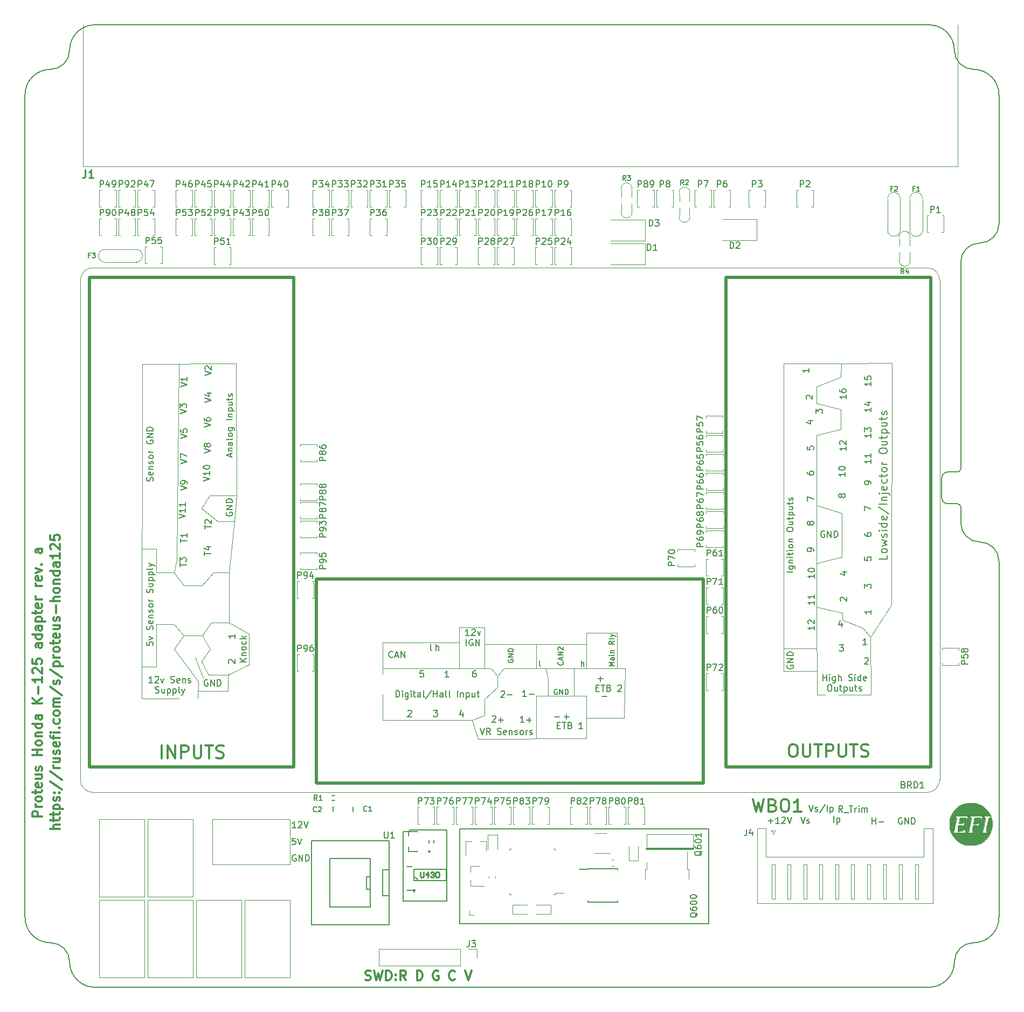
<source format=gto>
G75*
G70*
%OFA0B0*%
%FSLAX25Y25*%
%IPPOS*%
%LPD*%
%AMOC8*
5,1,8,0,0,1.08239X$1,22.5*
%
%ADD10C,0.01969*%
%ADD20C,0.00591*%
%ADD21C,0.00984*%
%ADD22C,0.00600*%
%ADD23C,0.00472*%
%ADD32C,0.00500*%
%ADD34C,0.01000*%
%ADD40C,0.01200*%
%ADD56C,0.00010*%
%ADD59C,0.00550*%
%ADD62C,0.00787*%
%ADD68C,0.00669*%
%ADD69C,0.00394*%
%ADD70C,0.01181*%
%ADD76C,0.00800*%
%ADD80C,0.00390*%
X0000000Y0000000D02*
%LPD*%
G01*
D62*
X0015748Y0568110D02*
G75*
G03*
X0027559Y0579921I0000000J0011811D01*
G01*
X0602362Y0472441D02*
X0602362Y0552362D01*
X0027559Y0015748D02*
G75*
G03*
X0043307Y0000000I0015748J0000000D01*
G01*
X0043307Y0595669D02*
X0559055Y0595669D01*
X0586614Y0027559D02*
G75*
G03*
X0602362Y0043307I0000000J0015748D01*
G01*
X0576772Y0299213D02*
X0570866Y0299213D01*
X0043307Y0000000D02*
X0559055Y0000000D01*
X0566929Y0303150D02*
G75*
G03*
X0570866Y0299213I0003937J0000000D01*
G01*
X0015748Y0027559D02*
G75*
G02*
X0000000Y0043307I0000000J0015748D01*
G01*
X0566929Y0303150D02*
X0566929Y0314961D01*
X0578740Y0448819D02*
G75*
G02*
X0590551Y0460630I0011811J0000000D01*
G01*
X0586614Y0027559D02*
G75*
G03*
X0574803Y0015748I0000000J-011811D01*
G01*
X0027559Y0579921D02*
G75*
G02*
X0043307Y0595669I0015748J0000000D01*
G01*
X0000000Y0043307D02*
X0000000Y0552362D01*
X0574803Y0579921D02*
G75*
G03*
X0559055Y0595669I-015748J0000000D01*
G01*
X0590551Y0275591D02*
G75*
G02*
X0602362Y0263780I0000000J-011811D01*
G01*
X0570866Y0318898D02*
X0576772Y0318898D01*
X0015748Y0027559D02*
G75*
G02*
X0027559Y0015748I0000000J-011811D01*
G01*
X0586614Y0568110D02*
G75*
G02*
X0574803Y0579921I0000000J0011811D01*
G01*
X0576772Y0299213D02*
G75*
G02*
X0578740Y0297244I0000000J-001969D01*
G01*
X0576772Y0318898D02*
G75*
G03*
X0578740Y0320866I0000000J0001969D01*
G01*
X0566929Y0314961D02*
G75*
G02*
X0570866Y0318898I0003937J0000000D01*
G01*
X0578740Y0320866D02*
X0578740Y0448819D01*
X0578740Y0287402D02*
X0578740Y0297244D01*
X0590551Y0460630D02*
G75*
G03*
X0602362Y0472441I0000000J0011811D01*
G01*
X0574803Y0015748D02*
G75*
G02*
X0559055Y0000000I-015748J0000000D01*
G01*
X0015748Y0568110D02*
G75*
G03*
X0000000Y0552362I0000000J-015748D01*
G01*
X0578740Y0287402D02*
G75*
G03*
X0590551Y0275591I0011811J0000000D01*
G01*
X0602362Y0043307D02*
X0602362Y0263780D01*
X0586614Y0568110D02*
G75*
G02*
X0602362Y0552362I0000000J-015748D01*
G01*
D20*
X0167196Y0092156D02*
X0165321Y0092156D01*
X0165134Y0090281D01*
X0165321Y0090469D01*
X0165696Y0090656D01*
X0166634Y0090656D01*
X0167009Y0090469D01*
X0167196Y0090281D01*
X0167383Y0089906D01*
X0167383Y0088969D01*
X0167196Y0088594D01*
X0167009Y0088406D01*
X0166634Y0088219D01*
X0165696Y0088219D01*
X0165321Y0088406D01*
X0165134Y0088594D01*
X0168508Y0092156D02*
X0169821Y0088219D01*
X0171133Y0092156D01*
X0505643Y0108455D02*
X0504331Y0110330D01*
X0503393Y0108455D02*
X0503393Y0112392D01*
X0504893Y0112392D01*
X0505268Y0112205D01*
X0505456Y0112017D01*
X0505643Y0111642D01*
X0505643Y0111080D01*
X0505456Y0110705D01*
X0505268Y0110517D01*
X0504893Y0110330D01*
X0503393Y0110330D01*
X0506393Y0108080D02*
X0509393Y0108080D01*
X0509768Y0112392D02*
X0512017Y0112392D01*
X0510892Y0108455D02*
X0510892Y0112392D01*
X0513330Y0108455D02*
X0513330Y0111080D01*
X0513330Y0110330D02*
X0513517Y0110705D01*
X0513705Y0110892D01*
X0514079Y0111080D01*
X0514454Y0111080D01*
X0515767Y0108455D02*
X0515767Y0111080D01*
X0515767Y0112392D02*
X0515579Y0112205D01*
X0515767Y0112017D01*
X0515954Y0112205D01*
X0515767Y0112392D01*
X0515767Y0112017D01*
X0517642Y0108455D02*
X0517642Y0111080D01*
X0517642Y0110705D02*
X0517829Y0110892D01*
X0518204Y0111080D01*
X0518766Y0111080D01*
X0519141Y0110892D01*
X0519329Y0110517D01*
X0519329Y0108455D01*
X0519329Y0110517D02*
X0519516Y0110892D01*
X0519891Y0111080D01*
X0520454Y0111080D01*
X0520829Y0110892D01*
X0521016Y0110517D01*
X0521016Y0108455D01*
X0542276Y0104724D02*
X0541901Y0104912D01*
X0541339Y0104912D01*
X0540776Y0104724D01*
X0540401Y0104349D01*
X0540214Y0103975D01*
X0540026Y0103225D01*
X0540026Y0102662D01*
X0540214Y0101912D01*
X0540401Y0101537D01*
X0540776Y0101162D01*
X0541339Y0100975D01*
X0541714Y0100975D01*
X0542276Y0101162D01*
X0542463Y0101350D01*
X0542463Y0102662D01*
X0541714Y0102662D01*
X0544151Y0100975D02*
X0544151Y0104912D01*
X0546400Y0100975D01*
X0546400Y0104912D01*
X0548275Y0100975D02*
X0548275Y0104912D01*
X0549213Y0104912D01*
X0549775Y0104724D01*
X0550150Y0104349D01*
X0550337Y0103975D01*
X0550525Y0103225D01*
X0550525Y0102662D01*
X0550337Y0101912D01*
X0550150Y0101537D01*
X0549775Y0101162D01*
X0549213Y0100975D01*
X0548275Y0100975D01*
X0167557Y0098613D02*
X0165307Y0098613D01*
X0166432Y0098613D02*
X0166432Y0102550D01*
X0166057Y0101987D01*
X0165682Y0101612D01*
X0165307Y0101425D01*
X0169057Y0102175D02*
X0169244Y0102362D01*
X0169619Y0102550D01*
X0170556Y0102550D01*
X0170931Y0102362D01*
X0171119Y0102175D01*
X0171306Y0101800D01*
X0171306Y0101425D01*
X0171119Y0100862D01*
X0168869Y0098613D01*
X0171306Y0098613D01*
X0172431Y0102550D02*
X0173743Y0098613D01*
X0175056Y0102550D01*
X0500187Y0102156D02*
X0500187Y0106093D01*
X0502062Y0104781D02*
X0502062Y0100844D01*
X0502062Y0104593D02*
X0502437Y0104781D01*
X0503187Y0104781D01*
X0503562Y0104593D01*
X0503750Y0104406D01*
X0503937Y0104031D01*
X0503937Y0102906D01*
X0503750Y0102531D01*
X0503562Y0102343D01*
X0503187Y0102156D01*
X0502437Y0102156D01*
X0502062Y0102343D01*
X0479771Y0105306D02*
X0481084Y0101369D01*
X0482396Y0105306D01*
X0483521Y0101556D02*
X0483896Y0101369D01*
X0484646Y0101369D01*
X0485021Y0101556D01*
X0485208Y0101931D01*
X0485208Y0102118D01*
X0485021Y0102493D01*
X0484646Y0102681D01*
X0484083Y0102681D01*
X0483708Y0102868D01*
X0483521Y0103243D01*
X0483521Y0103431D01*
X0483708Y0103806D01*
X0484083Y0103993D01*
X0484646Y0103993D01*
X0485021Y0103806D01*
D70*
X0450169Y0116517D02*
X0452043Y0108643D01*
X0453543Y0114267D01*
X0455043Y0108643D01*
X0456918Y0116517D01*
X0462542Y0112767D02*
X0463667Y0112392D01*
X0464042Y0112017D01*
X0464417Y0111267D01*
X0464417Y0110142D01*
X0464042Y0109393D01*
X0463667Y0109018D01*
X0462917Y0108643D01*
X0459918Y0108643D01*
X0459918Y0116517D01*
X0462542Y0116517D01*
X0463292Y0116142D01*
X0463667Y0115767D01*
X0464042Y0115017D01*
X0464042Y0114267D01*
X0463667Y0113517D01*
X0463292Y0113142D01*
X0462542Y0112767D01*
X0459918Y0112767D01*
X0469291Y0116517D02*
X0470791Y0116517D01*
X0471541Y0116142D01*
X0472291Y0115392D01*
X0472666Y0113892D01*
X0472666Y0111267D01*
X0472291Y0109768D01*
X0471541Y0109018D01*
X0470791Y0108643D01*
X0469291Y0108643D01*
X0468541Y0109018D01*
X0467792Y0109768D01*
X0467417Y0111267D01*
X0467417Y0113892D01*
X0467792Y0115392D01*
X0468541Y0116142D01*
X0469291Y0116517D01*
X0480165Y0108643D02*
X0475666Y0108643D01*
X0477915Y0108643D02*
X0477915Y0116517D01*
X0477165Y0115392D01*
X0476415Y0114642D01*
X0475666Y0114267D01*
D20*
X0523997Y0100975D02*
X0523997Y0104912D01*
X0523997Y0103037D02*
X0526247Y0103037D01*
X0526247Y0100975D02*
X0526247Y0104912D01*
X0528121Y0102475D02*
X0531121Y0102475D01*
D40*
X0255627Y0010087D02*
X0255055Y0010372D01*
X0254198Y0010372D01*
X0253341Y0010087D01*
X0252769Y0009515D01*
X0252484Y0008944D01*
X0252198Y0007801D01*
X0252198Y0006944D01*
X0252484Y0005801D01*
X0252769Y0005229D01*
X0253341Y0004658D01*
X0254198Y0004372D01*
X0254769Y0004372D01*
X0255627Y0004658D01*
X0255912Y0004944D01*
X0255912Y0006944D01*
X0254769Y0006944D01*
D70*
X0021569Y0098144D02*
X0015664Y0098144D01*
X0021569Y0100675D02*
X0018476Y0100675D01*
X0017913Y0100394D01*
X0017632Y0099831D01*
X0017632Y0098988D01*
X0017913Y0098425D01*
X0018195Y0098144D01*
X0017632Y0102643D02*
X0017632Y0104893D01*
X0015664Y0103487D02*
X0020726Y0103487D01*
X0021288Y0103768D01*
X0021569Y0104331D01*
X0021569Y0104893D01*
X0017632Y0106018D02*
X0017632Y0108268D01*
X0015664Y0106862D02*
X0020726Y0106862D01*
X0021288Y0107143D01*
X0021569Y0107705D01*
X0021569Y0108268D01*
X0017632Y0110236D02*
X0023538Y0110236D01*
X0017913Y0110236D02*
X0017632Y0110799D01*
X0017632Y0111924D01*
X0017913Y0112486D01*
X0018195Y0112767D01*
X0018757Y0113048D01*
X0020444Y0113048D01*
X0021007Y0112767D01*
X0021288Y0112486D01*
X0021569Y0111924D01*
X0021569Y0110799D01*
X0021288Y0110236D01*
X0021288Y0115298D02*
X0021569Y0115861D01*
X0021569Y0116985D01*
X0021288Y0117548D01*
X0020726Y0117829D01*
X0020444Y0117829D01*
X0019882Y0117548D01*
X0019601Y0116985D01*
X0019601Y0116142D01*
X0019319Y0115579D01*
X0018757Y0115298D01*
X0018476Y0115298D01*
X0017913Y0115579D01*
X0017632Y0116142D01*
X0017632Y0116985D01*
X0017913Y0117548D01*
X0021007Y0120360D02*
X0021288Y0120641D01*
X0021569Y0120360D01*
X0021288Y0120079D01*
X0021007Y0120360D01*
X0021569Y0120360D01*
X0017913Y0120360D02*
X0018195Y0120641D01*
X0018476Y0120360D01*
X0018195Y0120079D01*
X0017913Y0120360D01*
X0018476Y0120360D01*
X0015382Y0127390D02*
X0022975Y0122328D01*
X0015382Y0133577D02*
X0022975Y0128515D01*
X0021569Y0135546D02*
X0017632Y0135546D01*
X0018757Y0135546D02*
X0018195Y0135827D01*
X0017913Y0136108D01*
X0017632Y0136670D01*
X0017632Y0137233D01*
X0017632Y0141732D02*
X0021569Y0141732D01*
X0017632Y0139201D02*
X0020726Y0139201D01*
X0021288Y0139483D01*
X0021569Y0140045D01*
X0021569Y0140889D01*
X0021288Y0141451D01*
X0021007Y0141732D01*
X0021288Y0144263D02*
X0021569Y0144826D01*
X0021569Y0145951D01*
X0021288Y0146513D01*
X0020726Y0146794D01*
X0020444Y0146794D01*
X0019882Y0146513D01*
X0019601Y0145951D01*
X0019601Y0145107D01*
X0019319Y0144544D01*
X0018757Y0144263D01*
X0018476Y0144263D01*
X0017913Y0144544D01*
X0017632Y0145107D01*
X0017632Y0145951D01*
X0017913Y0146513D01*
X0021288Y0151575D02*
X0021569Y0151012D01*
X0021569Y0149888D01*
X0021288Y0149325D01*
X0020726Y0149044D01*
X0018476Y0149044D01*
X0017913Y0149325D01*
X0017632Y0149888D01*
X0017632Y0151012D01*
X0017913Y0151575D01*
X0018476Y0151856D01*
X0019038Y0151856D01*
X0019601Y0149044D01*
X0017632Y0153543D02*
X0017632Y0155793D01*
X0021569Y0154387D02*
X0016507Y0154387D01*
X0015945Y0154668D01*
X0015664Y0155231D01*
X0015664Y0155793D01*
X0021569Y0157762D02*
X0017632Y0157762D01*
X0015664Y0157762D02*
X0015945Y0157480D01*
X0016226Y0157762D01*
X0015945Y0158043D01*
X0015664Y0157762D01*
X0016226Y0157762D01*
X0021007Y0160574D02*
X0021288Y0160855D01*
X0021569Y0160574D01*
X0021288Y0160292D01*
X0021007Y0160574D01*
X0021569Y0160574D01*
X0021288Y0165917D02*
X0021569Y0165354D01*
X0021569Y0164229D01*
X0021288Y0163667D01*
X0021007Y0163386D01*
X0020444Y0163105D01*
X0018757Y0163105D01*
X0018195Y0163386D01*
X0017913Y0163667D01*
X0017632Y0164229D01*
X0017632Y0165354D01*
X0017913Y0165917D01*
X0021569Y0169291D02*
X0021288Y0168729D01*
X0021007Y0168448D01*
X0020444Y0168166D01*
X0018757Y0168166D01*
X0018195Y0168448D01*
X0017913Y0168729D01*
X0017632Y0169291D01*
X0017632Y0170135D01*
X0017913Y0170697D01*
X0018195Y0170979D01*
X0018757Y0171260D01*
X0020444Y0171260D01*
X0021007Y0170979D01*
X0021288Y0170697D01*
X0021569Y0170135D01*
X0021569Y0169291D01*
X0021569Y0173791D02*
X0017632Y0173791D01*
X0018195Y0173791D02*
X0017913Y0174072D01*
X0017632Y0174634D01*
X0017632Y0175478D01*
X0017913Y0176040D01*
X0018476Y0176322D01*
X0021569Y0176322D01*
X0018476Y0176322D02*
X0017913Y0176603D01*
X0017632Y0177165D01*
X0017632Y0178009D01*
X0017913Y0178571D01*
X0018476Y0178853D01*
X0021569Y0178853D01*
X0015382Y0185883D02*
X0022975Y0180821D01*
X0021288Y0187570D02*
X0021569Y0188133D01*
X0021569Y0189258D01*
X0021288Y0189820D01*
X0020726Y0190101D01*
X0020444Y0190101D01*
X0019882Y0189820D01*
X0019601Y0189258D01*
X0019601Y0188414D01*
X0019319Y0187852D01*
X0018757Y0187570D01*
X0018476Y0187570D01*
X0017913Y0187852D01*
X0017632Y0188414D01*
X0017632Y0189258D01*
X0017913Y0189820D01*
X0015382Y0196850D02*
X0022975Y0191789D01*
X0017632Y0198819D02*
X0023538Y0198819D01*
X0017913Y0198819D02*
X0017632Y0199381D01*
X0017632Y0200506D01*
X0017913Y0201069D01*
X0018195Y0201350D01*
X0018757Y0201631D01*
X0020444Y0201631D01*
X0021007Y0201350D01*
X0021288Y0201069D01*
X0021569Y0200506D01*
X0021569Y0199381D01*
X0021288Y0198819D01*
X0021569Y0204162D02*
X0017632Y0204162D01*
X0018757Y0204162D02*
X0018195Y0204443D01*
X0017913Y0204724D01*
X0017632Y0205287D01*
X0017632Y0205849D01*
X0021569Y0208661D02*
X0021288Y0208099D01*
X0021007Y0207818D01*
X0020444Y0207537D01*
X0018757Y0207537D01*
X0018195Y0207818D01*
X0017913Y0208099D01*
X0017632Y0208661D01*
X0017632Y0209505D01*
X0017913Y0210067D01*
X0018195Y0210349D01*
X0018757Y0210630D01*
X0020444Y0210630D01*
X0021007Y0210349D01*
X0021288Y0210067D01*
X0021569Y0209505D01*
X0021569Y0208661D01*
X0017632Y0212317D02*
X0017632Y0214567D01*
X0015664Y0213161D02*
X0020726Y0213161D01*
X0021288Y0213442D01*
X0021569Y0214005D01*
X0021569Y0214567D01*
X0021288Y0218785D02*
X0021569Y0218223D01*
X0021569Y0217098D01*
X0021288Y0216535D01*
X0020726Y0216254D01*
X0018476Y0216254D01*
X0017913Y0216535D01*
X0017632Y0217098D01*
X0017632Y0218223D01*
X0017913Y0218785D01*
X0018476Y0219066D01*
X0019038Y0219066D01*
X0019601Y0216254D01*
X0017632Y0224128D02*
X0021569Y0224128D01*
X0017632Y0221597D02*
X0020726Y0221597D01*
X0021288Y0221879D01*
X0021569Y0222441D01*
X0021569Y0223285D01*
X0021288Y0223847D01*
X0021007Y0224128D01*
X0021288Y0226659D02*
X0021569Y0227222D01*
X0021569Y0228346D01*
X0021288Y0228909D01*
X0020726Y0229190D01*
X0020444Y0229190D01*
X0019882Y0228909D01*
X0019601Y0228346D01*
X0019601Y0227503D01*
X0019319Y0226940D01*
X0018757Y0226659D01*
X0018476Y0226659D01*
X0017913Y0226940D01*
X0017632Y0227503D01*
X0017632Y0228346D01*
X0017913Y0228909D01*
X0019319Y0231721D02*
X0019319Y0236220D01*
X0021569Y0239033D02*
X0015664Y0239033D01*
X0021569Y0241564D02*
X0018476Y0241564D01*
X0017913Y0241282D01*
X0017632Y0240720D01*
X0017632Y0239876D01*
X0017913Y0239314D01*
X0018195Y0239033D01*
X0021569Y0245219D02*
X0021288Y0244657D01*
X0021007Y0244376D01*
X0020444Y0244094D01*
X0018757Y0244094D01*
X0018195Y0244376D01*
X0017913Y0244657D01*
X0017632Y0245219D01*
X0017632Y0246063D01*
X0017913Y0246625D01*
X0018195Y0246907D01*
X0018757Y0247188D01*
X0020444Y0247188D01*
X0021007Y0246907D01*
X0021288Y0246625D01*
X0021569Y0246063D01*
X0021569Y0245219D01*
X0017632Y0249719D02*
X0021569Y0249719D01*
X0018195Y0249719D02*
X0017913Y0250000D01*
X0017632Y0250562D01*
X0017632Y0251406D01*
X0017913Y0251969D01*
X0018476Y0252250D01*
X0021569Y0252250D01*
X0021569Y0257593D02*
X0015664Y0257593D01*
X0021288Y0257593D02*
X0021569Y0257030D01*
X0021569Y0255906D01*
X0021288Y0255343D01*
X0021007Y0255062D01*
X0020444Y0254781D01*
X0018757Y0254781D01*
X0018195Y0255062D01*
X0017913Y0255343D01*
X0017632Y0255906D01*
X0017632Y0257030D01*
X0017913Y0257593D01*
X0021569Y0262936D02*
X0018476Y0262936D01*
X0017913Y0262655D01*
X0017632Y0262092D01*
X0017632Y0260967D01*
X0017913Y0260405D01*
X0021288Y0262936D02*
X0021569Y0262373D01*
X0021569Y0260967D01*
X0021288Y0260405D01*
X0020726Y0260124D01*
X0020163Y0260124D01*
X0019601Y0260405D01*
X0019319Y0260967D01*
X0019319Y0262373D01*
X0019038Y0262936D01*
X0021569Y0268841D02*
X0021569Y0265467D01*
X0021569Y0267154D02*
X0015664Y0267154D01*
X0016507Y0266592D01*
X0017070Y0266029D01*
X0017351Y0265467D01*
X0016226Y0271091D02*
X0015945Y0271372D01*
X0015664Y0271935D01*
X0015664Y0273341D01*
X0015945Y0273903D01*
X0016226Y0274184D01*
X0016789Y0274466D01*
X0017351Y0274466D01*
X0018195Y0274184D01*
X0021569Y0270810D01*
X0021569Y0274466D01*
X0015664Y0279809D02*
X0015664Y0276997D01*
X0018476Y0276715D01*
X0018195Y0276997D01*
X0017913Y0277559D01*
X0017913Y0278965D01*
X0018195Y0279528D01*
X0018476Y0279809D01*
X0019038Y0280090D01*
X0020444Y0280090D01*
X0021007Y0279809D01*
X0021288Y0279528D01*
X0021569Y0278965D01*
X0021569Y0277559D01*
X0021288Y0276997D01*
X0021007Y0276715D01*
D20*
X0484833Y0112786D02*
X0486145Y0108849D01*
X0487458Y0112786D01*
X0488583Y0109036D02*
X0488958Y0108849D01*
X0489708Y0108849D01*
X0490082Y0109036D01*
X0490270Y0109411D01*
X0490270Y0109599D01*
X0490082Y0109974D01*
X0489708Y0110161D01*
X0489145Y0110161D01*
X0488770Y0110349D01*
X0488583Y0110724D01*
X0488583Y0110911D01*
X0488770Y0111286D01*
X0489145Y0111474D01*
X0489708Y0111474D01*
X0490082Y0111286D01*
X0494769Y0112973D02*
X0491395Y0107912D01*
X0496082Y0108849D02*
X0496082Y0112786D01*
X0497957Y0111474D02*
X0497957Y0107537D01*
X0497957Y0111286D02*
X0498331Y0111474D01*
X0499081Y0111474D01*
X0499456Y0111286D01*
X0499644Y0111099D01*
X0499831Y0110724D01*
X0499831Y0109599D01*
X0499644Y0109224D01*
X0499456Y0109036D01*
X0499081Y0108849D01*
X0498331Y0108849D01*
X0497957Y0109036D01*
D40*
X0242484Y0004372D02*
X0242484Y0010372D01*
X0243912Y0010372D01*
X0244769Y0010087D01*
X0245341Y0009515D01*
X0245627Y0008944D01*
X0245912Y0007801D01*
X0245912Y0006944D01*
X0245627Y0005801D01*
X0245341Y0005229D01*
X0244769Y0004658D01*
X0243912Y0004372D01*
X0242484Y0004372D01*
X0210484Y0004658D02*
X0211341Y0004372D01*
X0212769Y0004372D01*
X0213341Y0004658D01*
X0213627Y0004944D01*
X0213912Y0005515D01*
X0213912Y0006087D01*
X0213627Y0006658D01*
X0213341Y0006944D01*
X0212769Y0007229D01*
X0211627Y0007515D01*
X0211055Y0007801D01*
X0210769Y0008087D01*
X0210484Y0008658D01*
X0210484Y0009229D01*
X0210769Y0009801D01*
X0211055Y0010087D01*
X0211627Y0010372D01*
X0213055Y0010372D01*
X0213912Y0010087D01*
X0215912Y0010372D02*
X0217341Y0004372D01*
X0218484Y0008658D01*
X0219627Y0004372D01*
X0221055Y0010372D01*
X0223341Y0004372D02*
X0223341Y0010372D01*
X0224769Y0010372D01*
X0225627Y0010087D01*
X0226198Y0009515D01*
X0226484Y0008944D01*
X0226769Y0007801D01*
X0226769Y0006944D01*
X0226484Y0005801D01*
X0226198Y0005229D01*
X0225627Y0004658D01*
X0224769Y0004372D01*
X0223341Y0004372D01*
X0229341Y0004944D02*
X0229627Y0004658D01*
X0229341Y0004372D01*
X0229055Y0004658D01*
X0229341Y0004944D01*
X0229341Y0004372D01*
X0229341Y0008087D02*
X0229627Y0007801D01*
X0229341Y0007515D01*
X0229055Y0007801D01*
X0229341Y0008087D01*
X0229341Y0007515D01*
X0235627Y0004372D02*
X0233627Y0007229D01*
X0232198Y0004372D02*
X0232198Y0010372D01*
X0234484Y0010372D01*
X0235055Y0010087D01*
X0235341Y0009801D01*
X0235627Y0009229D01*
X0235627Y0008372D01*
X0235341Y0007801D01*
X0235055Y0007515D01*
X0234484Y0007229D01*
X0232198Y0007229D01*
D70*
X0010546Y0105765D02*
X0004640Y0105765D01*
X0004640Y0108015D01*
X0004921Y0108577D01*
X0005202Y0108858D01*
X0005765Y0109139D01*
X0006609Y0109139D01*
X0007171Y0108858D01*
X0007452Y0108577D01*
X0007733Y0108015D01*
X0007733Y0105765D01*
X0010546Y0111670D02*
X0006609Y0111670D01*
X0007733Y0111670D02*
X0007171Y0111952D01*
X0006890Y0112233D01*
X0006609Y0112795D01*
X0006609Y0113358D01*
X0010546Y0116170D02*
X0010264Y0115607D01*
X0009983Y0115326D01*
X0009421Y0115045D01*
X0007733Y0115045D01*
X0007171Y0115326D01*
X0006890Y0115607D01*
X0006609Y0116170D01*
X0006609Y0117014D01*
X0006890Y0117576D01*
X0007171Y0117857D01*
X0007733Y0118138D01*
X0009421Y0118138D01*
X0009983Y0117857D01*
X0010264Y0117576D01*
X0010546Y0117014D01*
X0010546Y0116170D01*
X0006609Y0119826D02*
X0006609Y0122075D01*
X0004640Y0120669D02*
X0009702Y0120669D01*
X0010264Y0120951D01*
X0010546Y0121513D01*
X0010546Y0122075D01*
X0010264Y0126294D02*
X0010546Y0125731D01*
X0010546Y0124606D01*
X0010264Y0124044D01*
X0009702Y0123763D01*
X0007452Y0123763D01*
X0006890Y0124044D01*
X0006609Y0124606D01*
X0006609Y0125731D01*
X0006890Y0126294D01*
X0007452Y0126575D01*
X0008015Y0126575D01*
X0008577Y0123763D01*
X0006609Y0131637D02*
X0010546Y0131637D01*
X0006609Y0129106D02*
X0009702Y0129106D01*
X0010264Y0129387D01*
X0010546Y0129949D01*
X0010546Y0130793D01*
X0010264Y0131355D01*
X0009983Y0131637D01*
X0010264Y0134168D02*
X0010546Y0134730D01*
X0010546Y0135855D01*
X0010264Y0136417D01*
X0009702Y0136699D01*
X0009421Y0136699D01*
X0008858Y0136417D01*
X0008577Y0135855D01*
X0008577Y0135011D01*
X0008296Y0134449D01*
X0007733Y0134168D01*
X0007452Y0134168D01*
X0006890Y0134449D01*
X0006609Y0135011D01*
X0006609Y0135855D01*
X0006890Y0136417D01*
X0010546Y0143729D02*
X0004640Y0143729D01*
X0007452Y0143729D02*
X0007452Y0147103D01*
X0010546Y0147103D02*
X0004640Y0147103D01*
X0010546Y0150759D02*
X0010264Y0150197D01*
X0009983Y0149916D01*
X0009421Y0149634D01*
X0007733Y0149634D01*
X0007171Y0149916D01*
X0006890Y0150197D01*
X0006609Y0150759D01*
X0006609Y0151603D01*
X0006890Y0152165D01*
X0007171Y0152447D01*
X0007733Y0152728D01*
X0009421Y0152728D01*
X0009983Y0152447D01*
X0010264Y0152165D01*
X0010546Y0151603D01*
X0010546Y0150759D01*
X0006609Y0155259D02*
X0010546Y0155259D01*
X0007171Y0155259D02*
X0006890Y0155540D01*
X0006609Y0156102D01*
X0006609Y0156946D01*
X0006890Y0157508D01*
X0007452Y0157790D01*
X0010546Y0157790D01*
X0010546Y0163133D02*
X0004640Y0163133D01*
X0010264Y0163133D02*
X0010546Y0162570D01*
X0010546Y0161445D01*
X0010264Y0160883D01*
X0009983Y0160602D01*
X0009421Y0160321D01*
X0007733Y0160321D01*
X0007171Y0160602D01*
X0006890Y0160883D01*
X0006609Y0161445D01*
X0006609Y0162570D01*
X0006890Y0163133D01*
X0010546Y0168476D02*
X0007452Y0168476D01*
X0006890Y0168195D01*
X0006609Y0167632D01*
X0006609Y0166507D01*
X0006890Y0165945D01*
X0010264Y0168476D02*
X0010546Y0167913D01*
X0010546Y0166507D01*
X0010264Y0165945D01*
X0009702Y0165664D01*
X0009139Y0165664D01*
X0008577Y0165945D01*
X0008296Y0166507D01*
X0008296Y0167913D01*
X0008015Y0168476D01*
X0010546Y0175787D02*
X0004640Y0175787D01*
X0010546Y0179162D02*
X0007171Y0176631D01*
X0004640Y0179162D02*
X0008015Y0175787D01*
X0008296Y0181693D02*
X0008296Y0186192D01*
X0010546Y0192098D02*
X0010546Y0188723D01*
X0010546Y0190411D02*
X0004640Y0190411D01*
X0005484Y0189848D01*
X0006046Y0189286D01*
X0006327Y0188723D01*
X0005202Y0194348D02*
X0004921Y0194629D01*
X0004640Y0195191D01*
X0004640Y0196597D01*
X0004921Y0197160D01*
X0005202Y0197441D01*
X0005765Y0197722D01*
X0006327Y0197722D01*
X0007171Y0197441D01*
X0010546Y0194066D01*
X0010546Y0197722D01*
X0004640Y0203065D02*
X0004640Y0200253D01*
X0007452Y0199972D01*
X0007171Y0200253D01*
X0006890Y0200816D01*
X0006890Y0202222D01*
X0007171Y0202784D01*
X0007452Y0203065D01*
X0008015Y0203346D01*
X0009421Y0203346D01*
X0009983Y0203065D01*
X0010264Y0202784D01*
X0010546Y0202222D01*
X0010546Y0200816D01*
X0010264Y0200253D01*
X0009983Y0199972D01*
X0010546Y0212908D02*
X0007452Y0212908D01*
X0006890Y0212627D01*
X0006609Y0212064D01*
X0006609Y0210939D01*
X0006890Y0210377D01*
X0010264Y0212908D02*
X0010546Y0212345D01*
X0010546Y0210939D01*
X0010264Y0210377D01*
X0009702Y0210096D01*
X0009139Y0210096D01*
X0008577Y0210377D01*
X0008296Y0210939D01*
X0008296Y0212345D01*
X0008015Y0212908D01*
X0010546Y0218251D02*
X0004640Y0218251D01*
X0010264Y0218251D02*
X0010546Y0217688D01*
X0010546Y0216564D01*
X0010264Y0216001D01*
X0009983Y0215720D01*
X0009421Y0215439D01*
X0007733Y0215439D01*
X0007171Y0215720D01*
X0006890Y0216001D01*
X0006609Y0216564D01*
X0006609Y0217688D01*
X0006890Y0218251D01*
X0010546Y0223594D02*
X0007452Y0223594D01*
X0006890Y0223313D01*
X0006609Y0222750D01*
X0006609Y0221625D01*
X0006890Y0221063D01*
X0010264Y0223594D02*
X0010546Y0223031D01*
X0010546Y0221625D01*
X0010264Y0221063D01*
X0009702Y0220782D01*
X0009139Y0220782D01*
X0008577Y0221063D01*
X0008296Y0221625D01*
X0008296Y0223031D01*
X0008015Y0223594D01*
X0006609Y0226406D02*
X0012514Y0226406D01*
X0006890Y0226406D02*
X0006609Y0226969D01*
X0006609Y0228093D01*
X0006890Y0228656D01*
X0007171Y0228937D01*
X0007733Y0229218D01*
X0009421Y0229218D01*
X0009983Y0228937D01*
X0010264Y0228656D01*
X0010546Y0228093D01*
X0010546Y0226969D01*
X0010264Y0226406D01*
X0006609Y0230906D02*
X0006609Y0233155D01*
X0004640Y0231749D02*
X0009702Y0231749D01*
X0010264Y0232030D01*
X0010546Y0232593D01*
X0010546Y0233155D01*
X0010264Y0237373D02*
X0010546Y0236811D01*
X0010546Y0235686D01*
X0010264Y0235124D01*
X0009702Y0234843D01*
X0007452Y0234843D01*
X0006890Y0235124D01*
X0006609Y0235686D01*
X0006609Y0236811D01*
X0006890Y0237373D01*
X0007452Y0237655D01*
X0008015Y0237655D01*
X0008577Y0234843D01*
X0010546Y0240186D02*
X0006609Y0240186D01*
X0007733Y0240186D02*
X0007171Y0240467D01*
X0006890Y0240748D01*
X0006609Y0241310D01*
X0006609Y0241873D01*
X0010546Y0248341D02*
X0006609Y0248341D01*
X0007733Y0248341D02*
X0007171Y0248622D01*
X0006890Y0248903D01*
X0006609Y0249466D01*
X0006609Y0250028D01*
X0010264Y0254246D02*
X0010546Y0253684D01*
X0010546Y0252559D01*
X0010264Y0251997D01*
X0009702Y0251715D01*
X0007452Y0251715D01*
X0006890Y0251997D01*
X0006609Y0252559D01*
X0006609Y0253684D01*
X0006890Y0254246D01*
X0007452Y0254528D01*
X0008015Y0254528D01*
X0008577Y0251715D01*
X0006609Y0256496D02*
X0010546Y0257902D01*
X0006609Y0259308D01*
X0009983Y0261558D02*
X0010264Y0261839D01*
X0010546Y0261558D01*
X0010264Y0261277D01*
X0009983Y0261558D01*
X0010546Y0261558D01*
X0010546Y0271400D02*
X0007452Y0271400D01*
X0006890Y0271119D01*
X0006609Y0270557D01*
X0006609Y0269432D01*
X0006890Y0268870D01*
X0010264Y0271400D02*
X0010546Y0270838D01*
X0010546Y0269432D01*
X0010264Y0268870D01*
X0009702Y0268588D01*
X0009139Y0268588D01*
X0008577Y0268870D01*
X0008296Y0269432D01*
X0008296Y0270838D01*
X0008015Y0271400D01*
D20*
X0459599Y0102868D02*
X0462598Y0102868D01*
X0461099Y0101369D02*
X0461099Y0104368D01*
X0466535Y0101369D02*
X0464286Y0101369D01*
X0465411Y0101369D02*
X0465411Y0105306D01*
X0465036Y0104743D01*
X0464661Y0104368D01*
X0464286Y0104181D01*
X0468035Y0104931D02*
X0468223Y0105118D01*
X0468598Y0105306D01*
X0469535Y0105306D01*
X0469910Y0105118D01*
X0470097Y0104931D01*
X0470285Y0104556D01*
X0470285Y0104181D01*
X0470097Y0103618D01*
X0467848Y0101369D01*
X0470285Y0101369D01*
X0471410Y0105306D02*
X0472722Y0101369D01*
X0474034Y0105306D01*
X0167557Y0081890D02*
X0167182Y0082077D01*
X0166619Y0082077D01*
X0166057Y0081890D01*
X0165682Y0081515D01*
X0165494Y0081140D01*
X0165307Y0080390D01*
X0165307Y0079828D01*
X0165494Y0079078D01*
X0165682Y0078703D01*
X0166057Y0078328D01*
X0166619Y0078140D01*
X0166994Y0078140D01*
X0167557Y0078328D01*
X0167744Y0078515D01*
X0167744Y0079828D01*
X0166994Y0079828D01*
X0169431Y0078140D02*
X0169431Y0082077D01*
X0171681Y0078140D01*
X0171681Y0082077D01*
X0173556Y0078140D02*
X0173556Y0082077D01*
X0174493Y0082077D01*
X0175056Y0081890D01*
X0175431Y0081515D01*
X0175618Y0081140D01*
X0175806Y0080390D01*
X0175806Y0079828D01*
X0175618Y0079078D01*
X0175431Y0078703D01*
X0175056Y0078328D01*
X0174493Y0078140D01*
X0173556Y0078140D01*
D40*
X0265912Y0004944D02*
X0265627Y0004658D01*
X0264769Y0004372D01*
X0264198Y0004372D01*
X0263341Y0004658D01*
X0262769Y0005229D01*
X0262484Y0005801D01*
X0262198Y0006944D01*
X0262198Y0007801D01*
X0262484Y0008944D01*
X0262769Y0009515D01*
X0263341Y0010087D01*
X0264198Y0010372D01*
X0264769Y0010372D01*
X0265627Y0010087D01*
X0265912Y0009801D01*
X0272055Y0010372D02*
X0274055Y0004372D01*
X0276055Y0010372D01*
D20*
X0419498Y0272778D02*
X0415561Y0272778D01*
X0415561Y0274278D01*
X0415748Y0274653D01*
X0415936Y0274841D01*
X0416310Y0275028D01*
X0416873Y0275028D01*
X0417248Y0274841D01*
X0417435Y0274653D01*
X0417623Y0274278D01*
X0417623Y0272778D01*
X0415561Y0278403D02*
X0415561Y0277653D01*
X0415748Y0277278D01*
X0415936Y0277090D01*
X0416498Y0276715D01*
X0417248Y0276528D01*
X0418748Y0276528D01*
X0419123Y0276715D01*
X0419310Y0276903D01*
X0419498Y0277278D01*
X0419498Y0278028D01*
X0419310Y0278403D01*
X0419123Y0278590D01*
X0418748Y0278778D01*
X0417810Y0278778D01*
X0417435Y0278590D01*
X0417248Y0278403D01*
X0417060Y0278028D01*
X0417060Y0277278D01*
X0417248Y0276903D01*
X0417435Y0276715D01*
X0417810Y0276528D01*
X0419498Y0280652D02*
X0419498Y0281402D01*
X0419310Y0281777D01*
X0419123Y0281965D01*
X0418560Y0282340D01*
X0417810Y0282527D01*
X0416310Y0282527D01*
X0415936Y0282340D01*
X0415748Y0282152D01*
X0415561Y0281777D01*
X0415561Y0281027D01*
X0415748Y0280652D01*
X0415936Y0280465D01*
X0416310Y0280277D01*
X0417248Y0280277D01*
X0417623Y0280465D01*
X0417810Y0280652D01*
X0417998Y0281027D01*
X0417998Y0281777D01*
X0417810Y0282152D01*
X0417623Y0282340D01*
X0417248Y0282527D01*
X0280652Y0495266D02*
X0280652Y0499203D01*
X0282152Y0499203D01*
X0282527Y0499016D01*
X0282715Y0498828D01*
X0282902Y0498453D01*
X0282902Y0497891D01*
X0282715Y0497516D01*
X0282527Y0497328D01*
X0282152Y0497141D01*
X0280652Y0497141D01*
X0286652Y0495266D02*
X0284402Y0495266D01*
X0285527Y0495266D02*
X0285527Y0499203D01*
X0285152Y0498641D01*
X0284777Y0498266D01*
X0284402Y0498078D01*
X0288151Y0498828D02*
X0288339Y0499016D01*
X0288714Y0499203D01*
X0289651Y0499203D01*
X0290026Y0499016D01*
X0290214Y0498828D01*
X0290401Y0498453D01*
X0290401Y0498078D01*
X0290214Y0497516D01*
X0287964Y0495266D01*
X0290401Y0495266D01*
X0117267Y0459833D02*
X0117267Y0463770D01*
X0118766Y0463770D01*
X0119141Y0463583D01*
X0119329Y0463395D01*
X0119516Y0463020D01*
X0119516Y0462458D01*
X0119329Y0462083D01*
X0119141Y0461895D01*
X0118766Y0461708D01*
X0117267Y0461708D01*
X0123078Y0463770D02*
X0121204Y0463770D01*
X0121016Y0461895D01*
X0121204Y0462083D01*
X0121579Y0462270D01*
X0122516Y0462270D01*
X0122891Y0462083D01*
X0123078Y0461895D01*
X0123266Y0461520D01*
X0123266Y0460583D01*
X0123078Y0460208D01*
X0122891Y0460021D01*
X0122516Y0459833D01*
X0121579Y0459833D01*
X0121204Y0460021D01*
X0121016Y0460208D01*
X0127015Y0459833D02*
X0124766Y0459833D01*
X0125891Y0459833D02*
X0125891Y0463770D01*
X0125516Y0463208D01*
X0125141Y0462833D01*
X0124766Y0462645D01*
X0436070Y0457274D02*
X0436070Y0461211D01*
X0437008Y0461211D01*
X0437570Y0461024D01*
X0437945Y0460649D01*
X0438133Y0460274D01*
X0438320Y0459524D01*
X0438320Y0458961D01*
X0438133Y0458211D01*
X0437945Y0457837D01*
X0437570Y0457462D01*
X0437008Y0457274D01*
X0436070Y0457274D01*
X0439820Y0460836D02*
X0440008Y0461024D01*
X0440382Y0461211D01*
X0441320Y0461211D01*
X0441695Y0461024D01*
X0441882Y0460836D01*
X0442070Y0460461D01*
X0442070Y0460086D01*
X0441882Y0459524D01*
X0439633Y0457274D01*
X0442070Y0457274D01*
X0186033Y0325928D02*
X0182096Y0325928D01*
X0182096Y0327428D01*
X0182283Y0327803D01*
X0182471Y0327990D01*
X0182846Y0328178D01*
X0183408Y0328178D01*
X0183783Y0327990D01*
X0183971Y0327803D01*
X0184158Y0327428D01*
X0184158Y0325928D01*
X0183783Y0330427D02*
X0183596Y0330052D01*
X0183408Y0329865D01*
X0183033Y0329678D01*
X0182846Y0329678D01*
X0182471Y0329865D01*
X0182283Y0330052D01*
X0182096Y0330427D01*
X0182096Y0331177D01*
X0182283Y0331552D01*
X0182471Y0331740D01*
X0182846Y0331927D01*
X0183033Y0331927D01*
X0183408Y0331740D01*
X0183596Y0331552D01*
X0183783Y0331177D01*
X0183783Y0330427D01*
X0183971Y0330052D01*
X0184158Y0329865D01*
X0184533Y0329678D01*
X0185283Y0329678D01*
X0185658Y0329865D01*
X0185846Y0330052D01*
X0186033Y0330427D01*
X0186033Y0331177D01*
X0185846Y0331552D01*
X0185658Y0331740D01*
X0185283Y0331927D01*
X0184533Y0331927D01*
X0184158Y0331740D01*
X0183971Y0331552D01*
X0183783Y0331177D01*
X0182096Y0335302D02*
X0182096Y0334552D01*
X0182283Y0334177D01*
X0182471Y0333990D01*
X0183033Y0333615D01*
X0183783Y0333427D01*
X0185283Y0333427D01*
X0185658Y0333615D01*
X0185846Y0333802D01*
X0186033Y0334177D01*
X0186033Y0334927D01*
X0185846Y0335302D01*
X0185658Y0335489D01*
X0185283Y0335677D01*
X0184346Y0335677D01*
X0183971Y0335489D01*
X0183783Y0335302D01*
X0183596Y0334927D01*
X0183596Y0334177D01*
X0183783Y0333802D01*
X0183971Y0333615D01*
X0184346Y0333427D01*
X0201912Y0495266D02*
X0201912Y0499203D01*
X0203412Y0499203D01*
X0203787Y0499016D01*
X0203975Y0498828D01*
X0204162Y0498453D01*
X0204162Y0497891D01*
X0203975Y0497516D01*
X0203787Y0497328D01*
X0203412Y0497141D01*
X0201912Y0497141D01*
X0205474Y0499203D02*
X0207912Y0499203D01*
X0206599Y0497703D01*
X0207162Y0497703D01*
X0207537Y0497516D01*
X0207724Y0497328D01*
X0207912Y0496954D01*
X0207912Y0496016D01*
X0207724Y0495641D01*
X0207537Y0495454D01*
X0207162Y0495266D01*
X0206037Y0495266D01*
X0205662Y0495454D01*
X0205474Y0495641D01*
X0209411Y0498828D02*
X0209599Y0499016D01*
X0209974Y0499203D01*
X0210911Y0499203D01*
X0211286Y0499016D01*
X0211474Y0498828D01*
X0211661Y0498453D01*
X0211661Y0498078D01*
X0211474Y0497516D01*
X0209224Y0495266D01*
X0211661Y0495266D01*
X0314117Y0113376D02*
X0314117Y0117313D01*
X0315617Y0117313D01*
X0315992Y0117126D01*
X0316179Y0116939D01*
X0316367Y0116564D01*
X0316367Y0116001D01*
X0316179Y0115626D01*
X0315992Y0115439D01*
X0315617Y0115251D01*
X0314117Y0115251D01*
X0317679Y0117313D02*
X0320304Y0117313D01*
X0318616Y0113376D01*
X0321991Y0113376D02*
X0322741Y0113376D01*
X0323116Y0113564D01*
X0323303Y0113751D01*
X0323678Y0114314D01*
X0323866Y0115064D01*
X0323866Y0116564D01*
X0323678Y0116939D01*
X0323491Y0117126D01*
X0323116Y0117313D01*
X0322366Y0117313D01*
X0321991Y0117126D01*
X0321804Y0116939D01*
X0321616Y0116564D01*
X0321616Y0115626D01*
X0321804Y0115251D01*
X0321991Y0115064D01*
X0322366Y0114876D01*
X0323116Y0114876D01*
X0323491Y0115064D01*
X0323678Y0115251D01*
X0323866Y0115626D01*
X0152700Y0495266D02*
X0152700Y0499203D01*
X0154199Y0499203D01*
X0154574Y0499016D01*
X0154762Y0498828D01*
X0154949Y0498453D01*
X0154949Y0497891D01*
X0154762Y0497516D01*
X0154574Y0497328D01*
X0154199Y0497141D01*
X0152700Y0497141D01*
X0158324Y0497891D02*
X0158324Y0495266D01*
X0157387Y0499391D02*
X0156449Y0496579D01*
X0158886Y0496579D01*
X0161136Y0499203D02*
X0161511Y0499203D01*
X0161886Y0499016D01*
X0162073Y0498828D01*
X0162261Y0498453D01*
X0162448Y0497703D01*
X0162448Y0496766D01*
X0162261Y0496016D01*
X0162073Y0495641D01*
X0161886Y0495454D01*
X0161511Y0495266D01*
X0161136Y0495266D01*
X0160761Y0495454D01*
X0160574Y0495641D01*
X0160386Y0496016D01*
X0160199Y0496766D01*
X0160199Y0497703D01*
X0160386Y0498453D01*
X0160574Y0498828D01*
X0160761Y0499016D01*
X0161136Y0499203D01*
D68*
X0180671Y0115654D02*
X0179594Y0117191D01*
X0178826Y0115654D02*
X0178826Y0118882D01*
X0180056Y0118882D01*
X0180363Y0118728D01*
X0180517Y0118575D01*
X0180671Y0118267D01*
X0180671Y0117806D01*
X0180517Y0117499D01*
X0180363Y0117345D01*
X0180056Y0117191D01*
X0178826Y0117191D01*
X0183745Y0115654D02*
X0181900Y0115654D01*
X0182823Y0115654D02*
X0182823Y0118882D01*
X0182515Y0118421D01*
X0182208Y0118113D01*
X0181900Y0117960D01*
D20*
X0361361Y0113376D02*
X0361361Y0117313D01*
X0362861Y0117313D01*
X0363236Y0117126D01*
X0363423Y0116939D01*
X0363611Y0116564D01*
X0363611Y0116001D01*
X0363423Y0115626D01*
X0363236Y0115439D01*
X0362861Y0115251D01*
X0361361Y0115251D01*
X0365861Y0115626D02*
X0365486Y0115814D01*
X0365298Y0116001D01*
X0365111Y0116376D01*
X0365111Y0116564D01*
X0365298Y0116939D01*
X0365486Y0117126D01*
X0365861Y0117313D01*
X0366610Y0117313D01*
X0366985Y0117126D01*
X0367173Y0116939D01*
X0367360Y0116564D01*
X0367360Y0116376D01*
X0367173Y0116001D01*
X0366985Y0115814D01*
X0366610Y0115626D01*
X0365861Y0115626D01*
X0365486Y0115439D01*
X0365298Y0115251D01*
X0365111Y0114876D01*
X0365111Y0114126D01*
X0365298Y0113751D01*
X0365486Y0113564D01*
X0365861Y0113376D01*
X0366610Y0113376D01*
X0366985Y0113564D01*
X0367173Y0113751D01*
X0367360Y0114126D01*
X0367360Y0114876D01*
X0367173Y0115251D01*
X0366985Y0115439D01*
X0366610Y0115626D01*
X0369798Y0117313D02*
X0370172Y0117313D01*
X0370547Y0117126D01*
X0370735Y0116939D01*
X0370922Y0116564D01*
X0371110Y0115814D01*
X0371110Y0114876D01*
X0370922Y0114126D01*
X0370735Y0113751D01*
X0370547Y0113564D01*
X0370172Y0113376D01*
X0369798Y0113376D01*
X0369423Y0113564D01*
X0369235Y0113751D01*
X0369048Y0114126D01*
X0368860Y0114876D01*
X0368860Y0115814D01*
X0369048Y0116564D01*
X0369235Y0116939D01*
X0369423Y0117126D01*
X0369798Y0117313D01*
X0140889Y0477550D02*
X0140889Y0481487D01*
X0142388Y0481487D01*
X0142763Y0481299D01*
X0142951Y0481112D01*
X0143138Y0480737D01*
X0143138Y0480174D01*
X0142951Y0479799D01*
X0142763Y0479612D01*
X0142388Y0479424D01*
X0140889Y0479424D01*
X0146700Y0481487D02*
X0144826Y0481487D01*
X0144638Y0479612D01*
X0144826Y0479799D01*
X0145201Y0479987D01*
X0146138Y0479987D01*
X0146513Y0479799D01*
X0146700Y0479612D01*
X0146888Y0479237D01*
X0146888Y0478300D01*
X0146700Y0477925D01*
X0146513Y0477737D01*
X0146138Y0477550D01*
X0145201Y0477550D01*
X0144826Y0477737D01*
X0144638Y0477925D01*
X0149325Y0481487D02*
X0149700Y0481487D01*
X0150075Y0481299D01*
X0150262Y0481112D01*
X0150450Y0480737D01*
X0150637Y0479987D01*
X0150637Y0479049D01*
X0150450Y0478300D01*
X0150262Y0477925D01*
X0150075Y0477737D01*
X0149700Y0477550D01*
X0149325Y0477550D01*
X0148950Y0477737D01*
X0148763Y0477925D01*
X0148575Y0478300D01*
X0148388Y0479049D01*
X0148388Y0479987D01*
X0148575Y0480737D01*
X0148763Y0481112D01*
X0148950Y0481299D01*
X0149325Y0481487D01*
X0327897Y0459833D02*
X0327897Y0463770D01*
X0329396Y0463770D01*
X0329771Y0463583D01*
X0329959Y0463395D01*
X0330146Y0463020D01*
X0330146Y0462458D01*
X0329959Y0462083D01*
X0329771Y0461895D01*
X0329396Y0461708D01*
X0327897Y0461708D01*
X0331646Y0463395D02*
X0331834Y0463583D01*
X0332208Y0463770D01*
X0333146Y0463770D01*
X0333521Y0463583D01*
X0333708Y0463395D01*
X0333896Y0463020D01*
X0333896Y0462645D01*
X0333708Y0462083D01*
X0331459Y0459833D01*
X0333896Y0459833D01*
X0337270Y0462458D02*
X0337270Y0459833D01*
X0336333Y0463958D02*
X0335396Y0461145D01*
X0337833Y0461145D01*
D32*
X0536402Y0494309D02*
X0535402Y0494309D01*
X0535402Y0492737D02*
X0535402Y0495737D01*
X0536830Y0495737D01*
X0537830Y0495452D02*
X0537973Y0495594D01*
X0538259Y0495737D01*
X0538973Y0495737D01*
X0539259Y0495594D01*
X0539402Y0495452D01*
X0539544Y0495166D01*
X0539544Y0494880D01*
X0539402Y0494452D01*
X0537687Y0492737D01*
X0539544Y0492737D01*
D20*
X0421794Y0249203D02*
X0421794Y0253140D01*
X0423294Y0253140D01*
X0423669Y0252953D01*
X0423856Y0252765D01*
X0424044Y0252390D01*
X0424044Y0251828D01*
X0423856Y0251453D01*
X0423669Y0251265D01*
X0423294Y0251078D01*
X0421794Y0251078D01*
X0425356Y0253140D02*
X0427981Y0253140D01*
X0426294Y0249203D01*
X0431543Y0249203D02*
X0429293Y0249203D01*
X0430418Y0249203D02*
X0430418Y0253140D01*
X0430043Y0252578D01*
X0429668Y0252203D01*
X0429293Y0252015D01*
X0421794Y0231487D02*
X0421794Y0235424D01*
X0423294Y0235424D01*
X0423669Y0235236D01*
X0423856Y0235049D01*
X0424044Y0234674D01*
X0424044Y0234111D01*
X0423856Y0233736D01*
X0423669Y0233549D01*
X0423294Y0233361D01*
X0421794Y0233361D01*
X0427418Y0235424D02*
X0426669Y0235424D01*
X0426294Y0235236D01*
X0426106Y0235049D01*
X0425731Y0234486D01*
X0425544Y0233736D01*
X0425544Y0232237D01*
X0425731Y0231862D01*
X0425919Y0231674D01*
X0426294Y0231487D01*
X0427043Y0231487D01*
X0427418Y0231674D01*
X0427606Y0231862D01*
X0427793Y0232237D01*
X0427793Y0233174D01*
X0427606Y0233549D01*
X0427418Y0233736D01*
X0427043Y0233924D01*
X0426294Y0233924D01*
X0425919Y0233736D01*
X0425731Y0233549D01*
X0425544Y0233174D01*
X0430231Y0235424D02*
X0430606Y0235424D01*
X0430980Y0235236D01*
X0431168Y0235049D01*
X0431355Y0234674D01*
X0431543Y0233924D01*
X0431543Y0232987D01*
X0431355Y0232237D01*
X0431168Y0231862D01*
X0430980Y0231674D01*
X0430606Y0231487D01*
X0430231Y0231487D01*
X0429856Y0231674D01*
X0429668Y0231862D01*
X0429481Y0232237D01*
X0429293Y0232987D01*
X0429293Y0233924D01*
X0429481Y0234674D01*
X0429668Y0235049D01*
X0429856Y0235236D01*
X0430231Y0235424D01*
X0302306Y0113376D02*
X0302306Y0117313D01*
X0303806Y0117313D01*
X0304181Y0117126D01*
X0304368Y0116939D01*
X0304556Y0116564D01*
X0304556Y0116001D01*
X0304368Y0115626D01*
X0304181Y0115439D01*
X0303806Y0115251D01*
X0302306Y0115251D01*
X0306805Y0115626D02*
X0306430Y0115814D01*
X0306243Y0116001D01*
X0306055Y0116376D01*
X0306055Y0116564D01*
X0306243Y0116939D01*
X0306430Y0117126D01*
X0306805Y0117313D01*
X0307555Y0117313D01*
X0307930Y0117126D01*
X0308118Y0116939D01*
X0308305Y0116564D01*
X0308305Y0116376D01*
X0308118Y0116001D01*
X0307930Y0115814D01*
X0307555Y0115626D01*
X0306805Y0115626D01*
X0306430Y0115439D01*
X0306243Y0115251D01*
X0306055Y0114876D01*
X0306055Y0114126D01*
X0306243Y0113751D01*
X0306430Y0113564D01*
X0306805Y0113376D01*
X0307555Y0113376D01*
X0307930Y0113564D01*
X0308118Y0113751D01*
X0308305Y0114126D01*
X0308305Y0114876D01*
X0308118Y0115251D01*
X0307930Y0115439D01*
X0307555Y0115626D01*
X0309618Y0117313D02*
X0312055Y0117313D01*
X0310742Y0115814D01*
X0311305Y0115814D01*
X0311680Y0115626D01*
X0311867Y0115439D01*
X0312055Y0115064D01*
X0312055Y0114126D01*
X0311867Y0113751D01*
X0311680Y0113564D01*
X0311305Y0113376D01*
X0310180Y0113376D01*
X0309805Y0113564D01*
X0309618Y0113751D01*
X0327897Y0477550D02*
X0327897Y0481487D01*
X0329396Y0481487D01*
X0329771Y0481299D01*
X0329959Y0481112D01*
X0330146Y0480737D01*
X0330146Y0480174D01*
X0329959Y0479799D01*
X0329771Y0479612D01*
X0329396Y0479424D01*
X0327897Y0479424D01*
X0333896Y0477550D02*
X0331646Y0477550D01*
X0332771Y0477550D02*
X0332771Y0481487D01*
X0332396Y0480924D01*
X0332021Y0480549D01*
X0331646Y0480362D01*
X0337270Y0481487D02*
X0336520Y0481487D01*
X0336145Y0481299D01*
X0335958Y0481112D01*
X0335583Y0480549D01*
X0335396Y0479799D01*
X0335396Y0478300D01*
X0335583Y0477925D01*
X0335771Y0477737D01*
X0336145Y0477550D01*
X0336895Y0477550D01*
X0337270Y0477737D01*
X0337458Y0477925D01*
X0337645Y0478300D01*
X0337645Y0479237D01*
X0337458Y0479612D01*
X0337270Y0479799D01*
X0336895Y0479987D01*
X0336145Y0479987D01*
X0335771Y0479799D01*
X0335583Y0479612D01*
X0335396Y0479237D01*
X0292463Y0495266D02*
X0292463Y0499203D01*
X0293963Y0499203D01*
X0294338Y0499016D01*
X0294526Y0498828D01*
X0294713Y0498453D01*
X0294713Y0497891D01*
X0294526Y0497516D01*
X0294338Y0497328D01*
X0293963Y0497141D01*
X0292463Y0497141D01*
X0298463Y0495266D02*
X0296213Y0495266D01*
X0297338Y0495266D02*
X0297338Y0499203D01*
X0296963Y0498641D01*
X0296588Y0498266D01*
X0296213Y0498078D01*
X0302212Y0495266D02*
X0299963Y0495266D01*
X0301087Y0495266D02*
X0301087Y0499203D01*
X0300712Y0498641D01*
X0300337Y0498266D01*
X0299963Y0498078D01*
X0419498Y0320023D02*
X0415561Y0320023D01*
X0415561Y0321522D01*
X0415748Y0321897D01*
X0415936Y0322085D01*
X0416310Y0322272D01*
X0416873Y0322272D01*
X0417248Y0322085D01*
X0417435Y0321897D01*
X0417623Y0321522D01*
X0417623Y0320023D01*
X0415561Y0325647D02*
X0415561Y0324897D01*
X0415748Y0324522D01*
X0415936Y0324334D01*
X0416498Y0323960D01*
X0417248Y0323772D01*
X0418748Y0323772D01*
X0419123Y0323960D01*
X0419310Y0324147D01*
X0419498Y0324522D01*
X0419498Y0325272D01*
X0419310Y0325647D01*
X0419123Y0325834D01*
X0418748Y0326022D01*
X0417810Y0326022D01*
X0417435Y0325834D01*
X0417248Y0325647D01*
X0417060Y0325272D01*
X0417060Y0324522D01*
X0417248Y0324147D01*
X0417435Y0323960D01*
X0417810Y0323772D01*
X0415561Y0329584D02*
X0415561Y0327709D01*
X0417435Y0327522D01*
X0417248Y0327709D01*
X0417060Y0328084D01*
X0417060Y0329021D01*
X0417248Y0329396D01*
X0417435Y0329584D01*
X0417810Y0329771D01*
X0418748Y0329771D01*
X0419123Y0329584D01*
X0419310Y0329396D01*
X0419498Y0329021D01*
X0419498Y0328084D01*
X0419310Y0327709D01*
X0419123Y0327522D01*
X0292463Y0477550D02*
X0292463Y0481487D01*
X0293963Y0481487D01*
X0294338Y0481299D01*
X0294526Y0481112D01*
X0294713Y0480737D01*
X0294713Y0480174D01*
X0294526Y0479799D01*
X0294338Y0479612D01*
X0293963Y0479424D01*
X0292463Y0479424D01*
X0298463Y0477550D02*
X0296213Y0477550D01*
X0297338Y0477550D02*
X0297338Y0481487D01*
X0296963Y0480924D01*
X0296588Y0480549D01*
X0296213Y0480362D01*
X0300337Y0477550D02*
X0301087Y0477550D01*
X0301462Y0477737D01*
X0301650Y0477925D01*
X0302025Y0478487D01*
X0302212Y0479237D01*
X0302212Y0480737D01*
X0302025Y0481112D01*
X0301837Y0481299D01*
X0301462Y0481487D01*
X0300712Y0481487D01*
X0300337Y0481299D01*
X0300150Y0481112D01*
X0299963Y0480737D01*
X0299963Y0479799D01*
X0300150Y0479424D01*
X0300337Y0479237D01*
X0300712Y0479049D01*
X0301462Y0479049D01*
X0301837Y0479237D01*
X0302025Y0479424D01*
X0302212Y0479799D01*
X0349550Y0113376D02*
X0349550Y0117313D01*
X0351050Y0117313D01*
X0351425Y0117126D01*
X0351612Y0116939D01*
X0351800Y0116564D01*
X0351800Y0116001D01*
X0351612Y0115626D01*
X0351425Y0115439D01*
X0351050Y0115251D01*
X0349550Y0115251D01*
X0353112Y0117313D02*
X0355737Y0117313D01*
X0354049Y0113376D01*
X0357799Y0115626D02*
X0357424Y0115814D01*
X0357237Y0116001D01*
X0357049Y0116376D01*
X0357049Y0116564D01*
X0357237Y0116939D01*
X0357424Y0117126D01*
X0357799Y0117313D01*
X0358549Y0117313D01*
X0358924Y0117126D01*
X0359111Y0116939D01*
X0359299Y0116564D01*
X0359299Y0116376D01*
X0359111Y0116001D01*
X0358924Y0115814D01*
X0358549Y0115626D01*
X0357799Y0115626D01*
X0357424Y0115439D01*
X0357237Y0115251D01*
X0357049Y0114876D01*
X0357049Y0114126D01*
X0357237Y0113751D01*
X0357424Y0113564D01*
X0357799Y0113376D01*
X0358549Y0113376D01*
X0358924Y0113564D01*
X0359111Y0113751D01*
X0359299Y0114126D01*
X0359299Y0114876D01*
X0359111Y0115251D01*
X0358924Y0115439D01*
X0358549Y0115626D01*
X0419498Y0308211D02*
X0415561Y0308211D01*
X0415561Y0309711D01*
X0415748Y0310086D01*
X0415936Y0310274D01*
X0416310Y0310461D01*
X0416873Y0310461D01*
X0417248Y0310274D01*
X0417435Y0310086D01*
X0417623Y0309711D01*
X0417623Y0308211D01*
X0415561Y0313836D02*
X0415561Y0313086D01*
X0415748Y0312711D01*
X0415936Y0312523D01*
X0416498Y0312148D01*
X0417248Y0311961D01*
X0418748Y0311961D01*
X0419123Y0312148D01*
X0419310Y0312336D01*
X0419498Y0312711D01*
X0419498Y0313461D01*
X0419310Y0313836D01*
X0419123Y0314023D01*
X0418748Y0314211D01*
X0417810Y0314211D01*
X0417435Y0314023D01*
X0417248Y0313836D01*
X0417060Y0313461D01*
X0417060Y0312711D01*
X0417248Y0312336D01*
X0417435Y0312148D01*
X0417810Y0311961D01*
X0415561Y0317585D02*
X0415561Y0316835D01*
X0415748Y0316460D01*
X0415936Y0316273D01*
X0416498Y0315898D01*
X0417248Y0315711D01*
X0418748Y0315711D01*
X0419123Y0315898D01*
X0419310Y0316085D01*
X0419498Y0316460D01*
X0419498Y0317210D01*
X0419310Y0317585D01*
X0419123Y0317773D01*
X0418748Y0317960D01*
X0417810Y0317960D01*
X0417435Y0317773D01*
X0417248Y0317585D01*
X0417060Y0317210D01*
X0417060Y0316460D01*
X0417248Y0316085D01*
X0417435Y0315898D01*
X0417810Y0315711D01*
X0268841Y0477550D02*
X0268841Y0481487D01*
X0270341Y0481487D01*
X0270716Y0481299D01*
X0270904Y0481112D01*
X0271091Y0480737D01*
X0271091Y0480174D01*
X0270904Y0479799D01*
X0270716Y0479612D01*
X0270341Y0479424D01*
X0268841Y0479424D01*
X0272591Y0481112D02*
X0272778Y0481299D01*
X0273153Y0481487D01*
X0274091Y0481487D01*
X0274466Y0481299D01*
X0274653Y0481112D01*
X0274841Y0480737D01*
X0274841Y0480362D01*
X0274653Y0479799D01*
X0272403Y0477550D01*
X0274841Y0477550D01*
X0278590Y0477550D02*
X0276340Y0477550D01*
X0277465Y0477550D02*
X0277465Y0481487D01*
X0277090Y0480924D01*
X0276715Y0480549D01*
X0276340Y0480362D01*
X0560086Y0479518D02*
X0560086Y0483455D01*
X0561586Y0483455D01*
X0561961Y0483268D01*
X0562148Y0483080D01*
X0562336Y0482705D01*
X0562336Y0482143D01*
X0562148Y0481768D01*
X0561961Y0481580D01*
X0561586Y0481393D01*
X0560086Y0481393D01*
X0566085Y0479518D02*
X0563836Y0479518D01*
X0564961Y0479518D02*
X0564961Y0483455D01*
X0564586Y0482893D01*
X0564211Y0482518D01*
X0563836Y0482330D01*
X0337739Y0113376D02*
X0337739Y0117313D01*
X0339239Y0117313D01*
X0339614Y0117126D01*
X0339801Y0116939D01*
X0339989Y0116564D01*
X0339989Y0116001D01*
X0339801Y0115626D01*
X0339614Y0115439D01*
X0339239Y0115251D01*
X0337739Y0115251D01*
X0342238Y0115626D02*
X0341864Y0115814D01*
X0341676Y0116001D01*
X0341489Y0116376D01*
X0341489Y0116564D01*
X0341676Y0116939D01*
X0341864Y0117126D01*
X0342238Y0117313D01*
X0342988Y0117313D01*
X0343363Y0117126D01*
X0343551Y0116939D01*
X0343738Y0116564D01*
X0343738Y0116376D01*
X0343551Y0116001D01*
X0343363Y0115814D01*
X0342988Y0115626D01*
X0342238Y0115626D01*
X0341864Y0115439D01*
X0341676Y0115251D01*
X0341489Y0114876D01*
X0341489Y0114126D01*
X0341676Y0113751D01*
X0341864Y0113564D01*
X0342238Y0113376D01*
X0342988Y0113376D01*
X0343363Y0113564D01*
X0343551Y0113751D01*
X0343738Y0114126D01*
X0343738Y0114876D01*
X0343551Y0115251D01*
X0343363Y0115439D01*
X0342988Y0115626D01*
X0345238Y0116939D02*
X0345426Y0117126D01*
X0345801Y0117313D01*
X0346738Y0117313D01*
X0347113Y0117126D01*
X0347300Y0116939D01*
X0347488Y0116564D01*
X0347488Y0116189D01*
X0347300Y0115626D01*
X0345051Y0113376D01*
X0347488Y0113376D01*
X0178290Y0477550D02*
X0178290Y0481487D01*
X0179790Y0481487D01*
X0180165Y0481299D01*
X0180352Y0481112D01*
X0180540Y0480737D01*
X0180540Y0480174D01*
X0180352Y0479799D01*
X0180165Y0479612D01*
X0179790Y0479424D01*
X0178290Y0479424D01*
X0181852Y0481487D02*
X0184289Y0481487D01*
X0182977Y0479987D01*
X0183540Y0479987D01*
X0183915Y0479799D01*
X0184102Y0479612D01*
X0184289Y0479237D01*
X0184289Y0478300D01*
X0184102Y0477925D01*
X0183915Y0477737D01*
X0183540Y0477550D01*
X0182415Y0477550D01*
X0182040Y0477737D01*
X0181852Y0477925D01*
X0186539Y0479799D02*
X0186164Y0479987D01*
X0185977Y0480174D01*
X0185789Y0480549D01*
X0185789Y0480737D01*
X0185977Y0481112D01*
X0186164Y0481299D01*
X0186539Y0481487D01*
X0187289Y0481487D01*
X0187664Y0481299D01*
X0187852Y0481112D01*
X0188039Y0480737D01*
X0188039Y0480549D01*
X0187852Y0480174D01*
X0187664Y0479987D01*
X0187289Y0479799D01*
X0186539Y0479799D01*
X0186164Y0479612D01*
X0185977Y0479424D01*
X0185789Y0479049D01*
X0185789Y0478300D01*
X0185977Y0477925D01*
X0186164Y0477737D01*
X0186539Y0477550D01*
X0187289Y0477550D01*
X0187664Y0477737D01*
X0187852Y0477925D01*
X0188039Y0478300D01*
X0188039Y0479049D01*
X0187852Y0479424D01*
X0187664Y0479612D01*
X0187289Y0479799D01*
X0168645Y0253140D02*
X0168645Y0257077D01*
X0170144Y0257077D01*
X0170519Y0256890D01*
X0170707Y0256702D01*
X0170894Y0256327D01*
X0170894Y0255765D01*
X0170707Y0255390D01*
X0170519Y0255202D01*
X0170144Y0255015D01*
X0168645Y0255015D01*
X0172769Y0253140D02*
X0173519Y0253140D01*
X0173894Y0253328D01*
X0174081Y0253515D01*
X0174456Y0254078D01*
X0174644Y0254828D01*
X0174644Y0256327D01*
X0174456Y0256702D01*
X0174269Y0256890D01*
X0173894Y0257077D01*
X0173144Y0257077D01*
X0172769Y0256890D01*
X0172582Y0256702D01*
X0172394Y0256327D01*
X0172394Y0255390D01*
X0172582Y0255015D01*
X0172769Y0254828D01*
X0173144Y0254640D01*
X0173894Y0254640D01*
X0174269Y0254828D01*
X0174456Y0255015D01*
X0174644Y0255390D01*
X0178018Y0255765D02*
X0178018Y0253140D01*
X0177081Y0257265D02*
X0176144Y0254453D01*
X0178581Y0254453D01*
D32*
X0550181Y0494309D02*
X0549181Y0494309D01*
X0549181Y0492737D02*
X0549181Y0495737D01*
X0550610Y0495737D01*
X0553324Y0492737D02*
X0551610Y0492737D01*
X0552467Y0492737D02*
X0552467Y0495737D01*
X0552181Y0495309D01*
X0551895Y0495023D01*
X0551610Y0494880D01*
D20*
X0243251Y0113376D02*
X0243251Y0117313D01*
X0244751Y0117313D01*
X0245126Y0117126D01*
X0245313Y0116939D01*
X0245501Y0116564D01*
X0245501Y0116001D01*
X0245313Y0115626D01*
X0245126Y0115439D01*
X0244751Y0115251D01*
X0243251Y0115251D01*
X0246813Y0117313D02*
X0249438Y0117313D01*
X0247750Y0113376D01*
X0250562Y0117313D02*
X0253000Y0117313D01*
X0251687Y0115814D01*
X0252250Y0115814D01*
X0252625Y0115626D01*
X0252812Y0115439D01*
X0253000Y0115064D01*
X0253000Y0114126D01*
X0252812Y0113751D01*
X0252625Y0113564D01*
X0252250Y0113376D01*
X0251125Y0113376D01*
X0250750Y0113564D01*
X0250562Y0113751D01*
D32*
X0407374Y0496674D02*
X0406374Y0498103D01*
X0405660Y0496674D02*
X0405660Y0499674D01*
X0406803Y0499674D01*
X0407088Y0499531D01*
X0407231Y0499389D01*
X0407374Y0499103D01*
X0407374Y0498674D01*
X0407231Y0498389D01*
X0407088Y0498246D01*
X0406803Y0498103D01*
X0405660Y0498103D01*
X0408517Y0499389D02*
X0408660Y0499531D01*
X0408945Y0499674D01*
X0409660Y0499674D01*
X0409945Y0499531D01*
X0410088Y0499389D01*
X0410231Y0499103D01*
X0410231Y0498817D01*
X0410088Y0498389D01*
X0408374Y0496674D01*
X0410231Y0496674D01*
D20*
X0373172Y0113376D02*
X0373172Y0117313D01*
X0374672Y0117313D01*
X0375047Y0117126D01*
X0375234Y0116939D01*
X0375422Y0116564D01*
X0375422Y0116001D01*
X0375234Y0115626D01*
X0375047Y0115439D01*
X0374672Y0115251D01*
X0373172Y0115251D01*
X0377672Y0115626D02*
X0377297Y0115814D01*
X0377109Y0116001D01*
X0376922Y0116376D01*
X0376922Y0116564D01*
X0377109Y0116939D01*
X0377297Y0117126D01*
X0377672Y0117313D01*
X0378421Y0117313D01*
X0378796Y0117126D01*
X0378984Y0116939D01*
X0379171Y0116564D01*
X0379171Y0116376D01*
X0378984Y0116001D01*
X0378796Y0115814D01*
X0378421Y0115626D01*
X0377672Y0115626D01*
X0377297Y0115439D01*
X0377109Y0115251D01*
X0376922Y0114876D01*
X0376922Y0114126D01*
X0377109Y0113751D01*
X0377297Y0113564D01*
X0377672Y0113376D01*
X0378421Y0113376D01*
X0378796Y0113564D01*
X0378984Y0113751D01*
X0379171Y0114126D01*
X0379171Y0114876D01*
X0378984Y0115251D01*
X0378796Y0115439D01*
X0378421Y0115626D01*
X0382921Y0113376D02*
X0380671Y0113376D01*
X0381796Y0113376D02*
X0381796Y0117313D01*
X0381421Y0116751D01*
X0381046Y0116376D01*
X0380671Y0116189D01*
X0257030Y0459833D02*
X0257030Y0463770D01*
X0258530Y0463770D01*
X0258905Y0463583D01*
X0259093Y0463395D01*
X0259280Y0463020D01*
X0259280Y0462458D01*
X0259093Y0462083D01*
X0258905Y0461895D01*
X0258530Y0461708D01*
X0257030Y0461708D01*
X0260780Y0463395D02*
X0260967Y0463583D01*
X0261342Y0463770D01*
X0262280Y0463770D01*
X0262655Y0463583D01*
X0262842Y0463395D01*
X0263030Y0463020D01*
X0263030Y0462645D01*
X0262842Y0462083D01*
X0260592Y0459833D01*
X0263030Y0459833D01*
X0264904Y0459833D02*
X0265654Y0459833D01*
X0266029Y0460021D01*
X0266217Y0460208D01*
X0266592Y0460771D01*
X0266779Y0461520D01*
X0266779Y0463020D01*
X0266592Y0463395D01*
X0266404Y0463583D01*
X0266029Y0463770D01*
X0265279Y0463770D01*
X0264904Y0463583D01*
X0264717Y0463395D01*
X0264529Y0463020D01*
X0264529Y0462083D01*
X0264717Y0461708D01*
X0264904Y0461520D01*
X0265279Y0461333D01*
X0266029Y0461333D01*
X0266404Y0461520D01*
X0266592Y0461708D01*
X0266779Y0462083D01*
X0446325Y0097825D02*
X0446325Y0095013D01*
X0446138Y0094451D01*
X0445763Y0094076D01*
X0445201Y0093888D01*
X0444826Y0093888D01*
X0449888Y0096513D02*
X0449888Y0093888D01*
X0448950Y0098013D02*
X0448013Y0095201D01*
X0450450Y0095201D01*
X0329771Y0495266D02*
X0329771Y0499203D01*
X0331271Y0499203D01*
X0331646Y0499016D01*
X0331834Y0498828D01*
X0332021Y0498453D01*
X0332021Y0497891D01*
X0331834Y0497516D01*
X0331646Y0497328D01*
X0331271Y0497141D01*
X0329771Y0497141D01*
X0333896Y0495266D02*
X0334646Y0495266D01*
X0335021Y0495454D01*
X0335208Y0495641D01*
X0335583Y0496204D01*
X0335771Y0496954D01*
X0335771Y0498453D01*
X0335583Y0498828D01*
X0335396Y0499016D01*
X0335021Y0499203D01*
X0334271Y0499203D01*
X0333896Y0499016D01*
X0333708Y0498828D01*
X0333521Y0498453D01*
X0333521Y0497516D01*
X0333708Y0497141D01*
X0333896Y0496954D01*
X0334271Y0496766D01*
X0335021Y0496766D01*
X0335396Y0496954D01*
X0335583Y0497141D01*
X0335771Y0497516D01*
X0093645Y0477550D02*
X0093645Y0481487D01*
X0095144Y0481487D01*
X0095519Y0481299D01*
X0095707Y0481112D01*
X0095894Y0480737D01*
X0095894Y0480174D01*
X0095707Y0479799D01*
X0095519Y0479612D01*
X0095144Y0479424D01*
X0093645Y0479424D01*
X0099456Y0481487D02*
X0097582Y0481487D01*
X0097394Y0479612D01*
X0097582Y0479799D01*
X0097957Y0479987D01*
X0098894Y0479987D01*
X0099269Y0479799D01*
X0099456Y0479612D01*
X0099644Y0479237D01*
X0099644Y0478300D01*
X0099456Y0477925D01*
X0099269Y0477737D01*
X0098894Y0477550D01*
X0097957Y0477550D01*
X0097582Y0477737D01*
X0097394Y0477925D01*
X0100956Y0481487D02*
X0103393Y0481487D01*
X0102081Y0479987D01*
X0102643Y0479987D01*
X0103018Y0479799D01*
X0103206Y0479612D01*
X0103393Y0479237D01*
X0103393Y0478300D01*
X0103206Y0477925D01*
X0103018Y0477737D01*
X0102643Y0477550D01*
X0101519Y0477550D01*
X0101144Y0477737D01*
X0100956Y0477925D01*
X0292463Y0459833D02*
X0292463Y0463770D01*
X0293963Y0463770D01*
X0294338Y0463583D01*
X0294526Y0463395D01*
X0294713Y0463020D01*
X0294713Y0462458D01*
X0294526Y0462083D01*
X0294338Y0461895D01*
X0293963Y0461708D01*
X0292463Y0461708D01*
X0296213Y0463395D02*
X0296400Y0463583D01*
X0296775Y0463770D01*
X0297713Y0463770D01*
X0298088Y0463583D01*
X0298275Y0463395D01*
X0298463Y0463020D01*
X0298463Y0462645D01*
X0298275Y0462083D01*
X0296025Y0459833D01*
X0298463Y0459833D01*
X0299775Y0463770D02*
X0302400Y0463770D01*
X0300712Y0459833D01*
X0190101Y0477550D02*
X0190101Y0481487D01*
X0191601Y0481487D01*
X0191976Y0481299D01*
X0192163Y0481112D01*
X0192351Y0480737D01*
X0192351Y0480174D01*
X0192163Y0479799D01*
X0191976Y0479612D01*
X0191601Y0479424D01*
X0190101Y0479424D01*
X0193663Y0481487D02*
X0196100Y0481487D01*
X0194788Y0479987D01*
X0195351Y0479987D01*
X0195726Y0479799D01*
X0195913Y0479612D01*
X0196100Y0479237D01*
X0196100Y0478300D01*
X0195913Y0477925D01*
X0195726Y0477737D01*
X0195351Y0477550D01*
X0194226Y0477550D01*
X0193851Y0477737D01*
X0193663Y0477925D01*
X0197413Y0481487D02*
X0200037Y0481487D01*
X0198350Y0477550D01*
X0129078Y0477550D02*
X0129078Y0481487D01*
X0130577Y0481487D01*
X0130952Y0481299D01*
X0131140Y0481112D01*
X0131327Y0480737D01*
X0131327Y0480174D01*
X0131140Y0479799D01*
X0130952Y0479612D01*
X0130577Y0479424D01*
X0129078Y0479424D01*
X0134702Y0480174D02*
X0134702Y0477550D01*
X0133765Y0481674D02*
X0132827Y0478862D01*
X0135264Y0478862D01*
X0136389Y0481487D02*
X0138826Y0481487D01*
X0137514Y0479987D01*
X0138076Y0479987D01*
X0138451Y0479799D01*
X0138639Y0479612D01*
X0138826Y0479237D01*
X0138826Y0478300D01*
X0138639Y0477925D01*
X0138451Y0477737D01*
X0138076Y0477550D01*
X0136952Y0477550D01*
X0136577Y0477737D01*
X0136389Y0477925D01*
X0117267Y0495266D02*
X0117267Y0499203D01*
X0118766Y0499203D01*
X0119141Y0499016D01*
X0119329Y0498828D01*
X0119516Y0498453D01*
X0119516Y0497891D01*
X0119329Y0497516D01*
X0119141Y0497328D01*
X0118766Y0497141D01*
X0117267Y0497141D01*
X0122891Y0497891D02*
X0122891Y0495266D01*
X0121954Y0499391D02*
X0121016Y0496579D01*
X0123453Y0496579D01*
X0126640Y0497891D02*
X0126640Y0495266D01*
X0125703Y0499391D02*
X0124766Y0496579D01*
X0127203Y0496579D01*
X0386070Y0471054D02*
X0386070Y0474991D01*
X0387008Y0474991D01*
X0387570Y0474803D01*
X0387945Y0474428D01*
X0388133Y0474053D01*
X0388320Y0473303D01*
X0388320Y0472741D01*
X0388133Y0471991D01*
X0387945Y0471616D01*
X0387570Y0471241D01*
X0387008Y0471054D01*
X0386070Y0471054D01*
X0389633Y0474991D02*
X0392070Y0474991D01*
X0390757Y0473491D01*
X0391320Y0473491D01*
X0391695Y0473303D01*
X0391882Y0473116D01*
X0392070Y0472741D01*
X0392070Y0471804D01*
X0391882Y0471429D01*
X0391695Y0471241D01*
X0391320Y0471054D01*
X0390195Y0471054D01*
X0389820Y0471241D01*
X0389633Y0471429D01*
X0449850Y0495266D02*
X0449850Y0499203D01*
X0451350Y0499203D01*
X0451725Y0499016D01*
X0451912Y0498828D01*
X0452100Y0498453D01*
X0452100Y0497891D01*
X0451912Y0497516D01*
X0451725Y0497328D01*
X0451350Y0497141D01*
X0449850Y0497141D01*
X0453412Y0499203D02*
X0455849Y0499203D01*
X0454537Y0497703D01*
X0455099Y0497703D01*
X0455474Y0497516D01*
X0455662Y0497328D01*
X0455849Y0496954D01*
X0455849Y0496016D01*
X0455662Y0495641D01*
X0455474Y0495454D01*
X0455099Y0495266D01*
X0453975Y0495266D01*
X0453600Y0495454D01*
X0453412Y0495641D01*
X0274711Y0028928D02*
X0274711Y0026115D01*
X0274524Y0025553D01*
X0274149Y0025178D01*
X0273586Y0024991D01*
X0273211Y0024991D01*
X0276211Y0028928D02*
X0278648Y0028928D01*
X0277336Y0027428D01*
X0277898Y0027428D01*
X0278273Y0027240D01*
X0278461Y0027053D01*
X0278648Y0026678D01*
X0278648Y0025741D01*
X0278461Y0025366D01*
X0278273Y0025178D01*
X0277898Y0024991D01*
X0276774Y0024991D01*
X0276399Y0025178D01*
X0276211Y0025366D01*
X0058211Y0495266D02*
X0058211Y0499203D01*
X0059711Y0499203D01*
X0060086Y0499016D01*
X0060274Y0498828D01*
X0060461Y0498453D01*
X0060461Y0497891D01*
X0060274Y0497516D01*
X0060086Y0497328D01*
X0059711Y0497141D01*
X0058211Y0497141D01*
X0062336Y0495266D02*
X0063086Y0495266D01*
X0063461Y0495454D01*
X0063648Y0495641D01*
X0064023Y0496204D01*
X0064211Y0496954D01*
X0064211Y0498453D01*
X0064023Y0498828D01*
X0063836Y0499016D01*
X0063461Y0499203D01*
X0062711Y0499203D01*
X0062336Y0499016D01*
X0062148Y0498828D01*
X0061961Y0498453D01*
X0061961Y0497516D01*
X0062148Y0497141D01*
X0062336Y0496954D01*
X0062711Y0496766D01*
X0063461Y0496766D01*
X0063836Y0496954D01*
X0064023Y0497141D01*
X0064211Y0497516D01*
X0065711Y0498828D02*
X0065898Y0499016D01*
X0066273Y0499203D01*
X0067210Y0499203D01*
X0067585Y0499016D01*
X0067773Y0498828D01*
X0067960Y0498453D01*
X0067960Y0498078D01*
X0067773Y0497516D01*
X0065523Y0495266D01*
X0067960Y0495266D01*
X0379078Y0495266D02*
X0379078Y0499203D01*
X0380577Y0499203D01*
X0380952Y0499016D01*
X0381140Y0498828D01*
X0381327Y0498453D01*
X0381327Y0497891D01*
X0381140Y0497516D01*
X0380952Y0497328D01*
X0380577Y0497141D01*
X0379078Y0497141D01*
X0383577Y0497516D02*
X0383202Y0497703D01*
X0383015Y0497891D01*
X0382827Y0498266D01*
X0382827Y0498453D01*
X0383015Y0498828D01*
X0383202Y0499016D01*
X0383577Y0499203D01*
X0384327Y0499203D01*
X0384702Y0499016D01*
X0384889Y0498828D01*
X0385077Y0498453D01*
X0385077Y0498266D01*
X0384889Y0497891D01*
X0384702Y0497703D01*
X0384327Y0497516D01*
X0383577Y0497516D01*
X0383202Y0497328D01*
X0383015Y0497141D01*
X0382827Y0496766D01*
X0382827Y0496016D01*
X0383015Y0495641D01*
X0383202Y0495454D01*
X0383577Y0495266D01*
X0384327Y0495266D01*
X0384702Y0495454D01*
X0384889Y0495641D01*
X0385077Y0496016D01*
X0385077Y0496766D01*
X0384889Y0497141D01*
X0384702Y0497328D01*
X0384327Y0497516D01*
X0386952Y0495266D02*
X0387702Y0495266D01*
X0388076Y0495454D01*
X0388264Y0495641D01*
X0388639Y0496204D01*
X0388826Y0496954D01*
X0388826Y0498453D01*
X0388639Y0498828D01*
X0388451Y0499016D01*
X0388076Y0499203D01*
X0387327Y0499203D01*
X0386952Y0499016D01*
X0386764Y0498828D01*
X0386577Y0498453D01*
X0386577Y0497516D01*
X0386764Y0497141D01*
X0386952Y0496954D01*
X0387327Y0496766D01*
X0388076Y0496766D01*
X0388451Y0496954D01*
X0388639Y0497141D01*
X0388826Y0497516D01*
X0392763Y0495266D02*
X0392763Y0499203D01*
X0394263Y0499203D01*
X0394638Y0499016D01*
X0394826Y0498828D01*
X0395013Y0498453D01*
X0395013Y0497891D01*
X0394826Y0497516D01*
X0394638Y0497328D01*
X0394263Y0497141D01*
X0392763Y0497141D01*
X0397263Y0497516D02*
X0396888Y0497703D01*
X0396700Y0497891D01*
X0396513Y0498266D01*
X0396513Y0498453D01*
X0396700Y0498828D01*
X0396888Y0499016D01*
X0397263Y0499203D01*
X0398013Y0499203D01*
X0398388Y0499016D01*
X0398575Y0498828D01*
X0398763Y0498453D01*
X0398763Y0498266D01*
X0398575Y0497891D01*
X0398388Y0497703D01*
X0398013Y0497516D01*
X0397263Y0497516D01*
X0396888Y0497328D01*
X0396700Y0497141D01*
X0396513Y0496766D01*
X0396513Y0496016D01*
X0396700Y0495641D01*
X0396888Y0495454D01*
X0397263Y0495266D01*
X0398013Y0495266D01*
X0398388Y0495454D01*
X0398575Y0495641D01*
X0398763Y0496016D01*
X0398763Y0496766D01*
X0398575Y0497141D01*
X0398388Y0497328D01*
X0398013Y0497516D01*
D32*
X0543594Y0441556D02*
X0542594Y0442985D01*
X0541880Y0441556D02*
X0541880Y0444556D01*
X0543023Y0444556D01*
X0543309Y0444413D01*
X0543452Y0444271D01*
X0543594Y0443985D01*
X0543594Y0443556D01*
X0543452Y0443271D01*
X0543309Y0443128D01*
X0543023Y0442985D01*
X0541880Y0442985D01*
X0546166Y0443556D02*
X0546166Y0441556D01*
X0545452Y0444699D02*
X0544737Y0442556D01*
X0546594Y0442556D01*
D68*
X0180277Y0108875D02*
X0180123Y0108721D01*
X0179662Y0108567D01*
X0179354Y0108567D01*
X0178893Y0108721D01*
X0178586Y0109028D01*
X0178432Y0109336D01*
X0178278Y0109951D01*
X0178278Y0110412D01*
X0178432Y0111027D01*
X0178586Y0111334D01*
X0178893Y0111642D01*
X0179354Y0111795D01*
X0179662Y0111795D01*
X0180123Y0111642D01*
X0180277Y0111488D01*
X0181507Y0111488D02*
X0181660Y0111642D01*
X0181968Y0111795D01*
X0182737Y0111795D01*
X0183044Y0111642D01*
X0183198Y0111488D01*
X0183351Y0111181D01*
X0183351Y0110873D01*
X0183198Y0110412D01*
X0181353Y0108567D01*
X0183351Y0108567D01*
D20*
X0278684Y0113376D02*
X0278684Y0117313D01*
X0280184Y0117313D01*
X0280559Y0117126D01*
X0280746Y0116939D01*
X0280934Y0116564D01*
X0280934Y0116001D01*
X0280746Y0115626D01*
X0280559Y0115439D01*
X0280184Y0115251D01*
X0278684Y0115251D01*
X0282246Y0117313D02*
X0284871Y0117313D01*
X0283183Y0113376D01*
X0288058Y0116001D02*
X0288058Y0113376D01*
X0287120Y0117501D02*
X0286183Y0114689D01*
X0288620Y0114689D01*
X0129078Y0495266D02*
X0129078Y0499203D01*
X0130577Y0499203D01*
X0130952Y0499016D01*
X0131140Y0498828D01*
X0131327Y0498453D01*
X0131327Y0497891D01*
X0131140Y0497516D01*
X0130952Y0497328D01*
X0130577Y0497141D01*
X0129078Y0497141D01*
X0134702Y0497891D02*
X0134702Y0495266D01*
X0133765Y0499391D02*
X0132827Y0496579D01*
X0135264Y0496579D01*
X0136577Y0498828D02*
X0136764Y0499016D01*
X0137139Y0499203D01*
X0138076Y0499203D01*
X0138451Y0499016D01*
X0138639Y0498828D01*
X0138826Y0498453D01*
X0138826Y0498078D01*
X0138639Y0497516D01*
X0136389Y0495266D01*
X0138826Y0495266D01*
X0428196Y0495266D02*
X0428196Y0499203D01*
X0429696Y0499203D01*
X0430071Y0499016D01*
X0430259Y0498828D01*
X0430446Y0498453D01*
X0430446Y0497891D01*
X0430259Y0497516D01*
X0430071Y0497328D01*
X0429696Y0497141D01*
X0428196Y0497141D01*
X0433821Y0499203D02*
X0433071Y0499203D01*
X0432696Y0499016D01*
X0432508Y0498828D01*
X0432133Y0498266D01*
X0431946Y0497516D01*
X0431946Y0496016D01*
X0432133Y0495641D01*
X0432321Y0495454D01*
X0432696Y0495266D01*
X0433446Y0495266D01*
X0433821Y0495454D01*
X0434008Y0495641D01*
X0434196Y0496016D01*
X0434196Y0496954D01*
X0434008Y0497328D01*
X0433821Y0497516D01*
X0433446Y0497703D01*
X0432696Y0497703D01*
X0432321Y0497516D01*
X0432133Y0497328D01*
X0431946Y0496954D01*
X0213723Y0495266D02*
X0213723Y0499203D01*
X0215223Y0499203D01*
X0215598Y0499016D01*
X0215786Y0498828D01*
X0215973Y0498453D01*
X0215973Y0497891D01*
X0215786Y0497516D01*
X0215598Y0497328D01*
X0215223Y0497141D01*
X0213723Y0497141D01*
X0217285Y0499203D02*
X0219723Y0499203D01*
X0218410Y0497703D01*
X0218973Y0497703D01*
X0219348Y0497516D01*
X0219535Y0497328D01*
X0219723Y0496954D01*
X0219723Y0496016D01*
X0219535Y0495641D01*
X0219348Y0495454D01*
X0218973Y0495266D01*
X0217848Y0495266D01*
X0217473Y0495454D01*
X0217285Y0495641D01*
X0223472Y0495266D02*
X0221222Y0495266D01*
X0222347Y0495266D02*
X0222347Y0499203D01*
X0221972Y0498641D01*
X0221597Y0498266D01*
X0221222Y0498078D01*
X0419498Y0296400D02*
X0415561Y0296400D01*
X0415561Y0297900D01*
X0415748Y0298275D01*
X0415936Y0298463D01*
X0416310Y0298650D01*
X0416873Y0298650D01*
X0417248Y0298463D01*
X0417435Y0298275D01*
X0417623Y0297900D01*
X0417623Y0296400D01*
X0415561Y0302025D02*
X0415561Y0301275D01*
X0415748Y0300900D01*
X0415936Y0300712D01*
X0416498Y0300337D01*
X0417248Y0300150D01*
X0418748Y0300150D01*
X0419123Y0300337D01*
X0419310Y0300525D01*
X0419498Y0300900D01*
X0419498Y0301650D01*
X0419310Y0302025D01*
X0419123Y0302212D01*
X0418748Y0302400D01*
X0417810Y0302400D01*
X0417435Y0302212D01*
X0417248Y0302025D01*
X0417060Y0301650D01*
X0417060Y0300900D01*
X0417248Y0300525D01*
X0417435Y0300337D01*
X0417810Y0300150D01*
X0415561Y0303712D02*
X0415561Y0306337D01*
X0419498Y0304649D01*
X0419301Y0343645D02*
X0415364Y0343645D01*
X0415364Y0345144D01*
X0415551Y0345519D01*
X0415739Y0345707D01*
X0416114Y0345894D01*
X0416676Y0345894D01*
X0417051Y0345707D01*
X0417238Y0345519D01*
X0417426Y0345144D01*
X0417426Y0343645D01*
X0415364Y0349456D02*
X0415364Y0347582D01*
X0417238Y0347394D01*
X0417051Y0347582D01*
X0416864Y0347957D01*
X0416864Y0348894D01*
X0417051Y0349269D01*
X0417238Y0349456D01*
X0417613Y0349644D01*
X0418551Y0349644D01*
X0418926Y0349456D01*
X0419113Y0349269D01*
X0419301Y0348894D01*
X0419301Y0347957D01*
X0419113Y0347582D01*
X0418926Y0347394D01*
X0415364Y0350956D02*
X0415364Y0353581D01*
X0419301Y0351894D01*
X0225534Y0495266D02*
X0225534Y0499203D01*
X0227034Y0499203D01*
X0227409Y0499016D01*
X0227597Y0498828D01*
X0227784Y0498453D01*
X0227784Y0497891D01*
X0227597Y0497516D01*
X0227409Y0497328D01*
X0227034Y0497141D01*
X0225534Y0497141D01*
X0229096Y0499203D02*
X0231534Y0499203D01*
X0230221Y0497703D01*
X0230784Y0497703D01*
X0231159Y0497516D01*
X0231346Y0497328D01*
X0231534Y0496954D01*
X0231534Y0496016D01*
X0231346Y0495641D01*
X0231159Y0495454D01*
X0230784Y0495266D01*
X0229659Y0495266D01*
X0229284Y0495454D01*
X0229096Y0495641D01*
X0235096Y0499203D02*
X0233221Y0499203D01*
X0233033Y0497328D01*
X0233221Y0497516D01*
X0233596Y0497703D01*
X0234533Y0497703D01*
X0234908Y0497516D01*
X0235096Y0497328D01*
X0235283Y0496954D01*
X0235283Y0496016D01*
X0235096Y0495641D01*
X0234908Y0495454D01*
X0234533Y0495266D01*
X0233596Y0495266D01*
X0233221Y0495454D01*
X0233033Y0495641D01*
X0268841Y0495266D02*
X0268841Y0499203D01*
X0270341Y0499203D01*
X0270716Y0499016D01*
X0270904Y0498828D01*
X0271091Y0498453D01*
X0271091Y0497891D01*
X0270904Y0497516D01*
X0270716Y0497328D01*
X0270341Y0497141D01*
X0268841Y0497141D01*
X0274841Y0495266D02*
X0272591Y0495266D01*
X0273716Y0495266D02*
X0273716Y0499203D01*
X0273341Y0498641D01*
X0272966Y0498266D01*
X0272591Y0498078D01*
X0276153Y0499203D02*
X0278590Y0499203D01*
X0277278Y0497703D01*
X0277840Y0497703D01*
X0278215Y0497516D01*
X0278403Y0497328D01*
X0278590Y0496954D01*
X0278590Y0496016D01*
X0278403Y0495641D01*
X0278215Y0495454D01*
X0277840Y0495266D01*
X0276715Y0495266D01*
X0276340Y0495454D01*
X0276153Y0495641D01*
X0093645Y0495266D02*
X0093645Y0499203D01*
X0095144Y0499203D01*
X0095519Y0499016D01*
X0095707Y0498828D01*
X0095894Y0498453D01*
X0095894Y0497891D01*
X0095707Y0497516D01*
X0095519Y0497328D01*
X0095144Y0497141D01*
X0093645Y0497141D01*
X0099269Y0497891D02*
X0099269Y0495266D01*
X0098331Y0499391D02*
X0097394Y0496579D01*
X0099831Y0496579D01*
X0103018Y0499203D02*
X0102268Y0499203D01*
X0101894Y0499016D01*
X0101706Y0498828D01*
X0101331Y0498266D01*
X0101144Y0497516D01*
X0101144Y0496016D01*
X0101331Y0495641D01*
X0101519Y0495454D01*
X0101894Y0495266D01*
X0102643Y0495266D01*
X0103018Y0495454D01*
X0103206Y0495641D01*
X0103393Y0496016D01*
X0103393Y0496954D01*
X0103206Y0497328D01*
X0103018Y0497516D01*
X0102643Y0497703D01*
X0101894Y0497703D01*
X0101519Y0497516D01*
X0101331Y0497328D01*
X0101144Y0496954D01*
X0316085Y0495266D02*
X0316085Y0499203D01*
X0317585Y0499203D01*
X0317960Y0499016D01*
X0318148Y0498828D01*
X0318335Y0498453D01*
X0318335Y0497891D01*
X0318148Y0497516D01*
X0317960Y0497328D01*
X0317585Y0497141D01*
X0316085Y0497141D01*
X0322085Y0495266D02*
X0319835Y0495266D01*
X0320960Y0495266D02*
X0320960Y0499203D01*
X0320585Y0498641D01*
X0320210Y0498266D01*
X0319835Y0498078D01*
X0324522Y0499203D02*
X0324897Y0499203D01*
X0325272Y0499016D01*
X0325459Y0498828D01*
X0325647Y0498453D01*
X0325834Y0497703D01*
X0325834Y0496766D01*
X0325647Y0496016D01*
X0325459Y0495641D01*
X0325272Y0495454D01*
X0324897Y0495266D01*
X0324522Y0495266D01*
X0324147Y0495454D01*
X0323960Y0495641D01*
X0323772Y0496016D01*
X0323585Y0496766D01*
X0323585Y0497703D01*
X0323772Y0498453D01*
X0323960Y0498828D01*
X0324147Y0499016D01*
X0324522Y0499203D01*
X0421794Y0196054D02*
X0421794Y0199991D01*
X0423294Y0199991D01*
X0423669Y0199803D01*
X0423856Y0199616D01*
X0424044Y0199241D01*
X0424044Y0198678D01*
X0423856Y0198303D01*
X0423669Y0198116D01*
X0423294Y0197928D01*
X0421794Y0197928D01*
X0425356Y0199991D02*
X0427981Y0199991D01*
X0426294Y0196054D01*
X0429293Y0199616D02*
X0429481Y0199803D01*
X0429856Y0199991D01*
X0430793Y0199991D01*
X0431168Y0199803D01*
X0431355Y0199616D01*
X0431543Y0199241D01*
X0431543Y0198866D01*
X0431355Y0198303D01*
X0429106Y0196054D01*
X0431543Y0196054D01*
X0245219Y0495266D02*
X0245219Y0499203D01*
X0246719Y0499203D01*
X0247094Y0499016D01*
X0247282Y0498828D01*
X0247469Y0498453D01*
X0247469Y0497891D01*
X0247282Y0497516D01*
X0247094Y0497328D01*
X0246719Y0497141D01*
X0245219Y0497141D01*
X0251219Y0495266D02*
X0248969Y0495266D01*
X0250094Y0495266D02*
X0250094Y0499203D01*
X0249719Y0498641D01*
X0249344Y0498266D01*
X0248969Y0498078D01*
X0254781Y0499203D02*
X0252906Y0499203D01*
X0252718Y0497328D01*
X0252906Y0497516D01*
X0253281Y0497703D01*
X0254218Y0497703D01*
X0254593Y0497516D01*
X0254781Y0497328D01*
X0254968Y0496954D01*
X0254968Y0496016D01*
X0254781Y0495641D01*
X0254593Y0495454D01*
X0254218Y0495266D01*
X0253281Y0495266D01*
X0252906Y0495454D01*
X0252718Y0495641D01*
X0421794Y0266920D02*
X0421794Y0270857D01*
X0423294Y0270857D01*
X0423669Y0270669D01*
X0423856Y0270482D01*
X0424044Y0270107D01*
X0424044Y0269544D01*
X0423856Y0269169D01*
X0423669Y0268982D01*
X0423294Y0268795D01*
X0421794Y0268795D01*
X0427418Y0270857D02*
X0426669Y0270857D01*
X0426294Y0270669D01*
X0426106Y0270482D01*
X0425731Y0269919D01*
X0425544Y0269169D01*
X0425544Y0267670D01*
X0425731Y0267295D01*
X0425919Y0267107D01*
X0426294Y0266920D01*
X0427043Y0266920D01*
X0427418Y0267107D01*
X0427606Y0267295D01*
X0427793Y0267670D01*
X0427793Y0268607D01*
X0427606Y0268982D01*
X0427418Y0269169D01*
X0427043Y0269357D01*
X0426294Y0269357D01*
X0425919Y0269169D01*
X0425731Y0268982D01*
X0425544Y0268607D01*
X0431543Y0266920D02*
X0429293Y0266920D01*
X0430418Y0266920D02*
X0430418Y0270857D01*
X0430043Y0270294D01*
X0429668Y0269919D01*
X0429293Y0269732D01*
X0186033Y0258999D02*
X0182096Y0258999D01*
X0182096Y0260499D01*
X0182283Y0260874D01*
X0182471Y0261061D01*
X0182846Y0261249D01*
X0183408Y0261249D01*
X0183783Y0261061D01*
X0183971Y0260874D01*
X0184158Y0260499D01*
X0184158Y0258999D01*
X0186033Y0263123D02*
X0186033Y0263873D01*
X0185846Y0264248D01*
X0185658Y0264436D01*
X0185096Y0264811D01*
X0184346Y0264998D01*
X0182846Y0264998D01*
X0182471Y0264811D01*
X0182283Y0264623D01*
X0182096Y0264248D01*
X0182096Y0263498D01*
X0182283Y0263123D01*
X0182471Y0262936D01*
X0182846Y0262748D01*
X0183783Y0262748D01*
X0184158Y0262936D01*
X0184346Y0263123D01*
X0184533Y0263498D01*
X0184533Y0264248D01*
X0184346Y0264623D01*
X0184158Y0264811D01*
X0183783Y0264998D01*
X0182096Y0268560D02*
X0182096Y0266685D01*
X0183971Y0266498D01*
X0183783Y0266685D01*
X0183596Y0267060D01*
X0183596Y0267998D01*
X0183783Y0268373D01*
X0183971Y0268560D01*
X0184346Y0268748D01*
X0185283Y0268748D01*
X0185658Y0268560D01*
X0185846Y0268373D01*
X0186033Y0267998D01*
X0186033Y0267060D01*
X0185846Y0266685D01*
X0185658Y0266498D01*
X0304274Y0477550D02*
X0304274Y0481487D01*
X0305774Y0481487D01*
X0306149Y0481299D01*
X0306337Y0481112D01*
X0306524Y0480737D01*
X0306524Y0480174D01*
X0306337Y0479799D01*
X0306149Y0479612D01*
X0305774Y0479424D01*
X0304274Y0479424D01*
X0308024Y0481112D02*
X0308211Y0481299D01*
X0308586Y0481487D01*
X0309524Y0481487D01*
X0309899Y0481299D01*
X0310086Y0481112D01*
X0310274Y0480737D01*
X0310274Y0480362D01*
X0310086Y0479799D01*
X0307837Y0477550D01*
X0310274Y0477550D01*
X0313648Y0481487D02*
X0312898Y0481487D01*
X0312523Y0481299D01*
X0312336Y0481112D01*
X0311961Y0480549D01*
X0311774Y0479799D01*
X0311774Y0478300D01*
X0311961Y0477925D01*
X0312148Y0477737D01*
X0312523Y0477550D01*
X0313273Y0477550D01*
X0313648Y0477737D01*
X0313836Y0477925D01*
X0314023Y0478300D01*
X0314023Y0479237D01*
X0313836Y0479612D01*
X0313648Y0479799D01*
X0313273Y0479987D01*
X0312523Y0479987D01*
X0312148Y0479799D01*
X0311961Y0479612D01*
X0311774Y0479237D01*
X0213723Y0477550D02*
X0213723Y0481487D01*
X0215223Y0481487D01*
X0215598Y0481299D01*
X0215786Y0481112D01*
X0215973Y0480737D01*
X0215973Y0480174D01*
X0215786Y0479799D01*
X0215598Y0479612D01*
X0215223Y0479424D01*
X0213723Y0479424D01*
X0217285Y0481487D02*
X0219723Y0481487D01*
X0218410Y0479987D01*
X0218973Y0479987D01*
X0219348Y0479799D01*
X0219535Y0479612D01*
X0219723Y0479237D01*
X0219723Y0478300D01*
X0219535Y0477925D01*
X0219348Y0477737D01*
X0218973Y0477550D01*
X0217848Y0477550D01*
X0217473Y0477737D01*
X0217285Y0477925D01*
X0223097Y0481487D02*
X0222347Y0481487D01*
X0221972Y0481299D01*
X0221785Y0481112D01*
X0221410Y0480549D01*
X0221222Y0479799D01*
X0221222Y0478300D01*
X0221410Y0477925D01*
X0221597Y0477737D01*
X0221972Y0477550D01*
X0222722Y0477550D01*
X0223097Y0477737D01*
X0223285Y0477925D01*
X0223472Y0478300D01*
X0223472Y0479237D01*
X0223285Y0479612D01*
X0223097Y0479799D01*
X0222722Y0479987D01*
X0221972Y0479987D01*
X0221597Y0479799D01*
X0221410Y0479612D01*
X0221222Y0479237D01*
X0046400Y0495266D02*
X0046400Y0499203D01*
X0047900Y0499203D01*
X0048275Y0499016D01*
X0048463Y0498828D01*
X0048650Y0498453D01*
X0048650Y0497891D01*
X0048463Y0497516D01*
X0048275Y0497328D01*
X0047900Y0497141D01*
X0046400Y0497141D01*
X0052025Y0497891D02*
X0052025Y0495266D01*
X0051087Y0499391D02*
X0050150Y0496579D01*
X0052587Y0496579D01*
X0054274Y0495266D02*
X0055024Y0495266D01*
X0055399Y0495454D01*
X0055587Y0495641D01*
X0055962Y0496204D01*
X0056149Y0496954D01*
X0056149Y0498453D01*
X0055962Y0498828D01*
X0055774Y0499016D01*
X0055399Y0499203D01*
X0054649Y0499203D01*
X0054274Y0499016D01*
X0054087Y0498828D01*
X0053900Y0498453D01*
X0053900Y0497516D01*
X0054087Y0497141D01*
X0054274Y0496954D01*
X0054649Y0496766D01*
X0055399Y0496766D01*
X0055774Y0496954D01*
X0055962Y0497141D01*
X0056149Y0497516D01*
X0168645Y0207865D02*
X0168645Y0211802D01*
X0170144Y0211802D01*
X0170519Y0211614D01*
X0170707Y0211427D01*
X0170894Y0211052D01*
X0170894Y0210489D01*
X0170707Y0210114D01*
X0170519Y0209927D01*
X0170144Y0209739D01*
X0168645Y0209739D01*
X0172769Y0207865D02*
X0173519Y0207865D01*
X0173894Y0208052D01*
X0174081Y0208240D01*
X0174456Y0208802D01*
X0174644Y0209552D01*
X0174644Y0211052D01*
X0174456Y0211427D01*
X0174269Y0211614D01*
X0173894Y0211802D01*
X0173144Y0211802D01*
X0172769Y0211614D01*
X0172582Y0211427D01*
X0172394Y0211052D01*
X0172394Y0210114D01*
X0172582Y0209739D01*
X0172769Y0209552D01*
X0173144Y0209364D01*
X0173894Y0209364D01*
X0174269Y0209552D01*
X0174456Y0209739D01*
X0174644Y0210114D01*
X0178018Y0211802D02*
X0177268Y0211802D01*
X0176894Y0211614D01*
X0176706Y0211427D01*
X0176331Y0210864D01*
X0176144Y0210114D01*
X0176144Y0208615D01*
X0176331Y0208240D01*
X0176519Y0208052D01*
X0176894Y0207865D01*
X0177643Y0207865D01*
X0178018Y0208052D01*
X0178206Y0208240D01*
X0178393Y0208615D01*
X0178393Y0209552D01*
X0178206Y0209927D01*
X0178018Y0210114D01*
X0177643Y0210302D01*
X0176894Y0210302D01*
X0176519Y0210114D01*
X0176331Y0209927D01*
X0176144Y0209552D01*
X0304274Y0495266D02*
X0304274Y0499203D01*
X0305774Y0499203D01*
X0306149Y0499016D01*
X0306337Y0498828D01*
X0306524Y0498453D01*
X0306524Y0497891D01*
X0306337Y0497516D01*
X0306149Y0497328D01*
X0305774Y0497141D01*
X0304274Y0497141D01*
X0310274Y0495266D02*
X0308024Y0495266D01*
X0309149Y0495266D02*
X0309149Y0499203D01*
X0308774Y0498641D01*
X0308399Y0498266D01*
X0308024Y0498078D01*
X0312523Y0497516D02*
X0312148Y0497703D01*
X0311961Y0497891D01*
X0311774Y0498266D01*
X0311774Y0498453D01*
X0311961Y0498828D01*
X0312148Y0499016D01*
X0312523Y0499203D01*
X0313273Y0499203D01*
X0313648Y0499016D01*
X0313836Y0498828D01*
X0314023Y0498453D01*
X0314023Y0498266D01*
X0313836Y0497891D01*
X0313648Y0497703D01*
X0313273Y0497516D01*
X0312523Y0497516D01*
X0312148Y0497328D01*
X0311961Y0497141D01*
X0311774Y0496766D01*
X0311774Y0496016D01*
X0311961Y0495641D01*
X0312148Y0495454D01*
X0312523Y0495266D01*
X0313273Y0495266D01*
X0313648Y0495454D01*
X0313836Y0495641D01*
X0314023Y0496016D01*
X0314023Y0496766D01*
X0313836Y0497141D01*
X0313648Y0497328D01*
X0313273Y0497516D01*
X0245219Y0459833D02*
X0245219Y0463770D01*
X0246719Y0463770D01*
X0247094Y0463583D01*
X0247282Y0463395D01*
X0247469Y0463020D01*
X0247469Y0462458D01*
X0247282Y0462083D01*
X0247094Y0461895D01*
X0246719Y0461708D01*
X0245219Y0461708D01*
X0248781Y0463770D02*
X0251219Y0463770D01*
X0249906Y0462270D01*
X0250469Y0462270D01*
X0250844Y0462083D01*
X0251031Y0461895D01*
X0251219Y0461520D01*
X0251219Y0460583D01*
X0251031Y0460208D01*
X0250844Y0460021D01*
X0250469Y0459833D01*
X0249344Y0459833D01*
X0248969Y0460021D01*
X0248781Y0460208D01*
X0253656Y0463770D02*
X0254031Y0463770D01*
X0254406Y0463583D01*
X0254593Y0463395D01*
X0254781Y0463020D01*
X0254968Y0462270D01*
X0254968Y0461333D01*
X0254781Y0460583D01*
X0254593Y0460208D01*
X0254406Y0460021D01*
X0254031Y0459833D01*
X0253656Y0459833D01*
X0253281Y0460021D01*
X0253093Y0460208D01*
X0252906Y0460583D01*
X0252718Y0461333D01*
X0252718Y0462270D01*
X0252906Y0463020D01*
X0253093Y0463395D01*
X0253281Y0463583D01*
X0253656Y0463770D01*
X0186033Y0301715D02*
X0182096Y0301715D01*
X0182096Y0303215D01*
X0182283Y0303590D01*
X0182471Y0303778D01*
X0182846Y0303965D01*
X0183408Y0303965D01*
X0183783Y0303778D01*
X0183971Y0303590D01*
X0184158Y0303215D01*
X0184158Y0301715D01*
X0183783Y0306215D02*
X0183596Y0305840D01*
X0183408Y0305652D01*
X0183033Y0305465D01*
X0182846Y0305465D01*
X0182471Y0305652D01*
X0182283Y0305840D01*
X0182096Y0306215D01*
X0182096Y0306965D01*
X0182283Y0307340D01*
X0182471Y0307527D01*
X0182846Y0307715D01*
X0183033Y0307715D01*
X0183408Y0307527D01*
X0183596Y0307340D01*
X0183783Y0306965D01*
X0183783Y0306215D01*
X0183971Y0305840D01*
X0184158Y0305652D01*
X0184533Y0305465D01*
X0185283Y0305465D01*
X0185658Y0305652D01*
X0185846Y0305840D01*
X0186033Y0306215D01*
X0186033Y0306965D01*
X0185846Y0307340D01*
X0185658Y0307527D01*
X0185283Y0307715D01*
X0184533Y0307715D01*
X0184158Y0307527D01*
X0183971Y0307340D01*
X0183783Y0306965D01*
X0183783Y0309964D02*
X0183596Y0309589D01*
X0183408Y0309402D01*
X0183033Y0309214D01*
X0182846Y0309214D01*
X0182471Y0309402D01*
X0182283Y0309589D01*
X0182096Y0309964D01*
X0182096Y0310714D01*
X0182283Y0311089D01*
X0182471Y0311277D01*
X0182846Y0311464D01*
X0183033Y0311464D01*
X0183408Y0311277D01*
X0183596Y0311089D01*
X0183783Y0310714D01*
X0183783Y0309964D01*
X0183971Y0309589D01*
X0184158Y0309402D01*
X0184533Y0309214D01*
X0185283Y0309214D01*
X0185658Y0309402D01*
X0185846Y0309589D01*
X0186033Y0309964D01*
X0186033Y0310714D01*
X0185846Y0311089D01*
X0185658Y0311277D01*
X0185283Y0311464D01*
X0184533Y0311464D01*
X0184158Y0311277D01*
X0183971Y0311089D01*
X0183783Y0310714D01*
X0316085Y0477550D02*
X0316085Y0481487D01*
X0317585Y0481487D01*
X0317960Y0481299D01*
X0318148Y0481112D01*
X0318335Y0480737D01*
X0318335Y0480174D01*
X0318148Y0479799D01*
X0317960Y0479612D01*
X0317585Y0479424D01*
X0316085Y0479424D01*
X0322085Y0477550D02*
X0319835Y0477550D01*
X0320960Y0477550D02*
X0320960Y0481487D01*
X0320585Y0480924D01*
X0320210Y0480549D01*
X0319835Y0480362D01*
X0323397Y0481487D02*
X0326022Y0481487D01*
X0324334Y0477550D01*
X0290495Y0113376D02*
X0290495Y0117313D01*
X0291995Y0117313D01*
X0292370Y0117126D01*
X0292557Y0116939D01*
X0292745Y0116564D01*
X0292745Y0116001D01*
X0292557Y0115626D01*
X0292370Y0115439D01*
X0291995Y0115251D01*
X0290495Y0115251D01*
X0294057Y0117313D02*
X0296682Y0117313D01*
X0294994Y0113376D01*
X0300056Y0117313D02*
X0298181Y0117313D01*
X0297994Y0115439D01*
X0298181Y0115626D01*
X0298556Y0115814D01*
X0299494Y0115814D01*
X0299869Y0115626D01*
X0300056Y0115439D01*
X0300244Y0115064D01*
X0300244Y0114126D01*
X0300056Y0113751D01*
X0299869Y0113564D01*
X0299494Y0113376D01*
X0298556Y0113376D01*
X0298181Y0113564D01*
X0297994Y0113751D01*
X0105456Y0495266D02*
X0105456Y0499203D01*
X0106955Y0499203D01*
X0107330Y0499016D01*
X0107518Y0498828D01*
X0107705Y0498453D01*
X0107705Y0497891D01*
X0107518Y0497516D01*
X0107330Y0497328D01*
X0106955Y0497141D01*
X0105456Y0497141D01*
X0111080Y0497891D02*
X0111080Y0495266D01*
X0110142Y0499391D02*
X0109205Y0496579D01*
X0111642Y0496579D01*
X0115017Y0499203D02*
X0113142Y0499203D01*
X0112955Y0497328D01*
X0113142Y0497516D01*
X0113517Y0497703D01*
X0114454Y0497703D01*
X0114829Y0497516D01*
X0115017Y0497328D01*
X0115204Y0496954D01*
X0115204Y0496016D01*
X0115017Y0495641D01*
X0114829Y0495454D01*
X0114454Y0495266D01*
X0113517Y0495266D01*
X0113142Y0495454D01*
X0112955Y0495641D01*
X0257030Y0495266D02*
X0257030Y0499203D01*
X0258530Y0499203D01*
X0258905Y0499016D01*
X0259093Y0498828D01*
X0259280Y0498453D01*
X0259280Y0497891D01*
X0259093Y0497516D01*
X0258905Y0497328D01*
X0258530Y0497141D01*
X0257030Y0497141D01*
X0263030Y0495266D02*
X0260780Y0495266D01*
X0261905Y0495266D02*
X0261905Y0499203D01*
X0261530Y0498641D01*
X0261155Y0498266D01*
X0260780Y0498078D01*
X0266404Y0497891D02*
X0266404Y0495266D01*
X0265467Y0499391D02*
X0264529Y0496579D01*
X0266967Y0496579D01*
D32*
X0371547Y0499430D02*
X0370547Y0500859D01*
X0369833Y0499430D02*
X0369833Y0502430D01*
X0370976Y0502430D01*
X0371262Y0502287D01*
X0371404Y0502145D01*
X0371547Y0501859D01*
X0371547Y0501430D01*
X0371404Y0501145D01*
X0371262Y0501002D01*
X0370976Y0500859D01*
X0369833Y0500859D01*
X0372547Y0502430D02*
X0374404Y0502430D01*
X0373404Y0501287D01*
X0373833Y0501287D01*
X0374119Y0501145D01*
X0374262Y0501002D01*
X0374404Y0500716D01*
X0374404Y0500002D01*
X0374262Y0499716D01*
X0374119Y0499573D01*
X0373833Y0499430D01*
X0372976Y0499430D01*
X0372690Y0499573D01*
X0372547Y0499716D01*
D20*
X0255062Y0113376D02*
X0255062Y0117313D01*
X0256562Y0117313D01*
X0256937Y0117126D01*
X0257124Y0116939D01*
X0257312Y0116564D01*
X0257312Y0116001D01*
X0257124Y0115626D01*
X0256937Y0115439D01*
X0256562Y0115251D01*
X0255062Y0115251D01*
X0258624Y0117313D02*
X0261249Y0117313D01*
X0259561Y0113376D01*
X0264436Y0117313D02*
X0263686Y0117313D01*
X0263311Y0117126D01*
X0263123Y0116939D01*
X0262748Y0116376D01*
X0262561Y0115626D01*
X0262561Y0114126D01*
X0262748Y0113751D01*
X0262936Y0113564D01*
X0263311Y0113376D01*
X0264061Y0113376D01*
X0264436Y0113564D01*
X0264623Y0113751D01*
X0264811Y0114126D01*
X0264811Y0115064D01*
X0264623Y0115439D01*
X0264436Y0115626D01*
X0264061Y0115814D01*
X0263311Y0115814D01*
X0262936Y0115626D01*
X0262748Y0115439D01*
X0262561Y0115064D01*
X0046400Y0477550D02*
X0046400Y0481487D01*
X0047900Y0481487D01*
X0048275Y0481299D01*
X0048463Y0481112D01*
X0048650Y0480737D01*
X0048650Y0480174D01*
X0048463Y0479799D01*
X0048275Y0479612D01*
X0047900Y0479424D01*
X0046400Y0479424D01*
X0050525Y0477550D02*
X0051275Y0477550D01*
X0051650Y0477737D01*
X0051837Y0477925D01*
X0052212Y0478487D01*
X0052400Y0479237D01*
X0052400Y0480737D01*
X0052212Y0481112D01*
X0052025Y0481299D01*
X0051650Y0481487D01*
X0050900Y0481487D01*
X0050525Y0481299D01*
X0050337Y0481112D01*
X0050150Y0480737D01*
X0050150Y0479799D01*
X0050337Y0479424D01*
X0050525Y0479237D01*
X0050900Y0479049D01*
X0051650Y0479049D01*
X0052025Y0479237D01*
X0052212Y0479424D01*
X0052400Y0479799D01*
X0054837Y0481487D02*
X0055212Y0481487D01*
X0055587Y0481299D01*
X0055774Y0481112D01*
X0055962Y0480737D01*
X0056149Y0479987D01*
X0056149Y0479049D01*
X0055962Y0478300D01*
X0055774Y0477925D01*
X0055587Y0477737D01*
X0055212Y0477550D01*
X0054837Y0477550D01*
X0054462Y0477737D01*
X0054274Y0477925D01*
X0054087Y0478300D01*
X0053900Y0479049D01*
X0053900Y0479987D01*
X0054087Y0480737D01*
X0054274Y0481112D01*
X0054462Y0481299D01*
X0054837Y0481487D01*
X0117267Y0477550D02*
X0117267Y0481487D01*
X0118766Y0481487D01*
X0119141Y0481299D01*
X0119329Y0481112D01*
X0119516Y0480737D01*
X0119516Y0480174D01*
X0119329Y0479799D01*
X0119141Y0479612D01*
X0118766Y0479424D01*
X0117267Y0479424D01*
X0121391Y0477550D02*
X0122141Y0477550D01*
X0122516Y0477737D01*
X0122703Y0477925D01*
X0123078Y0478487D01*
X0123266Y0479237D01*
X0123266Y0480737D01*
X0123078Y0481112D01*
X0122891Y0481299D01*
X0122516Y0481487D01*
X0121766Y0481487D01*
X0121391Y0481299D01*
X0121204Y0481112D01*
X0121016Y0480737D01*
X0121016Y0479799D01*
X0121204Y0479424D01*
X0121391Y0479237D01*
X0121766Y0479049D01*
X0122516Y0479049D01*
X0122891Y0479237D01*
X0123078Y0479424D01*
X0123266Y0479799D01*
X0127015Y0477550D02*
X0124766Y0477550D01*
X0125891Y0477550D02*
X0125891Y0481487D01*
X0125516Y0480924D01*
X0125141Y0480549D01*
X0124766Y0480362D01*
X0583080Y0199944D02*
X0579143Y0199944D01*
X0579143Y0201444D01*
X0579331Y0201819D01*
X0579518Y0202006D01*
X0579893Y0202193D01*
X0580456Y0202193D01*
X0580831Y0202006D01*
X0581018Y0201819D01*
X0581205Y0201444D01*
X0581205Y0199944D01*
X0579143Y0205756D02*
X0579143Y0203881D01*
X0581018Y0203693D01*
X0580831Y0203881D01*
X0580643Y0204256D01*
X0580643Y0205193D01*
X0580831Y0205568D01*
X0581018Y0205756D01*
X0581393Y0205943D01*
X0582330Y0205943D01*
X0582705Y0205756D01*
X0582893Y0205568D01*
X0583080Y0205193D01*
X0583080Y0204256D01*
X0582893Y0203881D01*
X0582705Y0203693D01*
X0580831Y0208193D02*
X0580643Y0207818D01*
X0580456Y0207630D01*
X0580081Y0207443D01*
X0579893Y0207443D01*
X0579518Y0207630D01*
X0579331Y0207818D01*
X0579143Y0208193D01*
X0579143Y0208943D01*
X0579331Y0209318D01*
X0579518Y0209505D01*
X0579893Y0209693D01*
X0580081Y0209693D01*
X0580456Y0209505D01*
X0580643Y0209318D01*
X0580831Y0208943D01*
X0580831Y0208193D01*
X0581018Y0207818D01*
X0581205Y0207630D01*
X0581580Y0207443D01*
X0582330Y0207443D01*
X0582705Y0207630D01*
X0582893Y0207818D01*
X0583080Y0208193D01*
X0583080Y0208943D01*
X0582893Y0209318D01*
X0582705Y0209505D01*
X0582330Y0209693D01*
X0581580Y0209693D01*
X0581205Y0209505D01*
X0581018Y0209318D01*
X0580831Y0208943D01*
X0280652Y0477550D02*
X0280652Y0481487D01*
X0282152Y0481487D01*
X0282527Y0481299D01*
X0282715Y0481112D01*
X0282902Y0480737D01*
X0282902Y0480174D01*
X0282715Y0479799D01*
X0282527Y0479612D01*
X0282152Y0479424D01*
X0280652Y0479424D01*
X0284402Y0481112D02*
X0284589Y0481299D01*
X0284964Y0481487D01*
X0285902Y0481487D01*
X0286277Y0481299D01*
X0286464Y0481112D01*
X0286652Y0480737D01*
X0286652Y0480362D01*
X0286464Y0479799D01*
X0284214Y0477550D01*
X0286652Y0477550D01*
X0289089Y0481487D02*
X0289464Y0481487D01*
X0289839Y0481299D01*
X0290026Y0481112D01*
X0290214Y0480737D01*
X0290401Y0479987D01*
X0290401Y0479049D01*
X0290214Y0478300D01*
X0290026Y0477925D01*
X0289839Y0477737D01*
X0289464Y0477550D01*
X0289089Y0477550D01*
X0288714Y0477737D01*
X0288526Y0477925D01*
X0288339Y0478300D01*
X0288151Y0479049D01*
X0288151Y0479987D01*
X0288339Y0480737D01*
X0288526Y0481112D01*
X0288714Y0481299D01*
X0289089Y0481487D01*
X0384889Y0456093D02*
X0384889Y0460030D01*
X0385827Y0460030D01*
X0386389Y0459843D01*
X0386764Y0459468D01*
X0386952Y0459093D01*
X0387139Y0458343D01*
X0387139Y0457780D01*
X0386952Y0457030D01*
X0386764Y0456655D01*
X0386389Y0456280D01*
X0385827Y0456093D01*
X0384889Y0456093D01*
X0390889Y0456093D02*
X0388639Y0456093D01*
X0389764Y0456093D02*
X0389764Y0460030D01*
X0389389Y0459468D01*
X0389014Y0459093D01*
X0388639Y0458905D01*
X0543288Y0125380D02*
X0543851Y0125192D01*
X0544038Y0125005D01*
X0544226Y0124630D01*
X0544226Y0124067D01*
X0544038Y0123692D01*
X0543851Y0123505D01*
X0543476Y0123317D01*
X0541976Y0123317D01*
X0541976Y0127254D01*
X0543288Y0127254D01*
X0543663Y0127067D01*
X0543851Y0126879D01*
X0544038Y0126505D01*
X0544038Y0126130D01*
X0543851Y0125755D01*
X0543663Y0125567D01*
X0543288Y0125380D01*
X0541976Y0125380D01*
X0548163Y0123317D02*
X0546850Y0125192D01*
X0545913Y0123317D02*
X0545913Y0127254D01*
X0547413Y0127254D01*
X0547788Y0127067D01*
X0547975Y0126879D01*
X0548163Y0126505D01*
X0548163Y0125942D01*
X0547975Y0125567D01*
X0547788Y0125380D01*
X0547413Y0125192D01*
X0545913Y0125192D01*
X0549850Y0123317D02*
X0549850Y0127254D01*
X0550787Y0127254D01*
X0551350Y0127067D01*
X0551725Y0126692D01*
X0551912Y0126317D01*
X0552100Y0125567D01*
X0552100Y0125005D01*
X0551912Y0124255D01*
X0551725Y0123880D01*
X0551350Y0123505D01*
X0550787Y0123317D01*
X0549850Y0123317D01*
X0555849Y0123317D02*
X0553600Y0123317D01*
X0554724Y0123317D02*
X0554724Y0127254D01*
X0554349Y0126692D01*
X0553975Y0126317D01*
X0553600Y0126130D01*
X0096301Y0339608D02*
X0100238Y0340921D01*
X0096301Y0342233D01*
X0096301Y0345420D02*
X0096301Y0343545D01*
X0098175Y0343358D01*
X0097988Y0343545D01*
X0097801Y0343920D01*
X0097801Y0344858D01*
X0097988Y0345232D01*
X0098175Y0345420D01*
X0098550Y0345607D01*
X0099488Y0345607D01*
X0099863Y0345420D01*
X0100050Y0345232D01*
X0100238Y0344858D01*
X0100238Y0343920D01*
X0100050Y0343545D01*
X0099863Y0343358D01*
X0504676Y0239170D02*
X0504488Y0239358D01*
X0504301Y0239733D01*
X0504301Y0240670D01*
X0504488Y0241045D01*
X0504676Y0241233D01*
X0505051Y0241420D01*
X0505426Y0241420D01*
X0505988Y0241233D01*
X0508238Y0238983D01*
X0508238Y0241420D01*
X0505207Y0225639D02*
X0505207Y0223014D01*
X0504269Y0227139D02*
X0503332Y0224327D01*
X0505769Y0224327D01*
X0288895Y0167576D02*
X0289082Y0167764D01*
X0289457Y0167951D01*
X0290394Y0167951D01*
X0290769Y0167764D01*
X0290957Y0167576D01*
X0291144Y0167201D01*
X0291144Y0166826D01*
X0290957Y0166264D01*
X0288707Y0164014D01*
X0291144Y0164014D01*
X0292832Y0165514D02*
X0295831Y0165514D01*
X0294331Y0164014D02*
X0294331Y0167014D01*
X0505613Y0257045D02*
X0508238Y0257045D01*
X0504113Y0256108D02*
X0506925Y0255170D01*
X0506925Y0257608D01*
X0507238Y0318545D02*
X0507238Y0316296D01*
X0507238Y0317421D02*
X0503301Y0317421D01*
X0503863Y0317046D01*
X0504238Y0316671D01*
X0504426Y0316296D01*
X0503301Y0320983D02*
X0503301Y0321358D01*
X0503488Y0321732D01*
X0503676Y0321920D01*
X0504051Y0322107D01*
X0504801Y0322295D01*
X0505738Y0322295D01*
X0506488Y0322107D01*
X0506863Y0321920D01*
X0507050Y0321732D01*
X0507238Y0321358D01*
X0507238Y0320983D01*
X0507050Y0320608D01*
X0506863Y0320420D01*
X0506488Y0320233D01*
X0505738Y0320045D01*
X0504801Y0320045D01*
X0504051Y0320233D01*
X0503676Y0320420D01*
X0503488Y0320608D01*
X0503301Y0320983D01*
X0254113Y0208514D02*
X0254113Y0212451D01*
X0255800Y0208514D02*
X0255800Y0210576D01*
X0255613Y0210951D01*
X0255238Y0211139D01*
X0254675Y0211139D01*
X0254301Y0210951D01*
X0254113Y0210764D01*
X0274707Y0217684D02*
X0272457Y0217684D01*
X0273582Y0217684D02*
X0273582Y0221621D01*
X0273207Y0221058D01*
X0272832Y0220683D01*
X0272457Y0220496D01*
X0276207Y0221246D02*
X0276394Y0221433D01*
X0276769Y0221621D01*
X0277707Y0221621D01*
X0278082Y0221433D01*
X0278269Y0221246D01*
X0278457Y0220871D01*
X0278457Y0220496D01*
X0278269Y0219933D01*
X0276019Y0217684D01*
X0278457Y0217684D01*
X0279769Y0220308D02*
X0280706Y0217684D01*
X0281644Y0220308D01*
X0272926Y0211345D02*
X0272926Y0215282D01*
X0276863Y0215094D02*
X0276488Y0215282D01*
X0275926Y0215282D01*
X0275363Y0215094D01*
X0274988Y0214720D01*
X0274801Y0214345D01*
X0274613Y0213595D01*
X0274613Y0213032D01*
X0274801Y0212282D01*
X0274988Y0211907D01*
X0275363Y0211532D01*
X0275926Y0211345D01*
X0276301Y0211345D01*
X0276863Y0211532D01*
X0277050Y0211720D01*
X0277050Y0213032D01*
X0276301Y0213032D01*
X0278738Y0211345D02*
X0278738Y0215282D01*
X0280987Y0211345D01*
X0280987Y0215282D01*
X0126176Y0200670D02*
X0125988Y0200858D01*
X0125801Y0201233D01*
X0125801Y0202170D01*
X0125988Y0202545D01*
X0126176Y0202733D01*
X0126551Y0202920D01*
X0126926Y0202920D01*
X0127488Y0202733D01*
X0129738Y0200483D01*
X0129738Y0202920D01*
X0356957Y0180014D02*
X0359957Y0180014D01*
X0127231Y0328342D02*
X0127231Y0330217D01*
X0128356Y0327967D02*
X0124419Y0329279D01*
X0128356Y0330591D01*
X0125731Y0331904D02*
X0128356Y0331904D01*
X0126106Y0331904D02*
X0125919Y0332091D01*
X0125731Y0332466D01*
X0125731Y0333029D01*
X0125919Y0333404D01*
X0126294Y0333591D01*
X0128356Y0333591D01*
X0128356Y0337153D02*
X0126294Y0337153D01*
X0125919Y0336966D01*
X0125731Y0336591D01*
X0125731Y0335841D01*
X0125919Y0335466D01*
X0128168Y0337153D02*
X0128356Y0336778D01*
X0128356Y0335841D01*
X0128168Y0335466D01*
X0127793Y0335278D01*
X0127418Y0335278D01*
X0127043Y0335466D01*
X0126856Y0335841D01*
X0126856Y0336778D01*
X0126669Y0337153D01*
X0128356Y0339590D02*
X0128168Y0339215D01*
X0127793Y0339028D01*
X0124419Y0339028D01*
X0128356Y0341653D02*
X0128168Y0341278D01*
X0127981Y0341090D01*
X0127606Y0340903D01*
X0126481Y0340903D01*
X0126106Y0341090D01*
X0125919Y0341278D01*
X0125731Y0341653D01*
X0125731Y0342215D01*
X0125919Y0342590D01*
X0126106Y0342777D01*
X0126481Y0342965D01*
X0127606Y0342965D01*
X0127981Y0342777D01*
X0128168Y0342590D01*
X0128356Y0342215D01*
X0128356Y0341653D01*
X0125731Y0346340D02*
X0128918Y0346340D01*
X0129293Y0346152D01*
X0129481Y0345965D01*
X0129668Y0345590D01*
X0129668Y0345027D01*
X0129481Y0344652D01*
X0128168Y0346340D02*
X0128356Y0345965D01*
X0128356Y0345215D01*
X0128168Y0344840D01*
X0127981Y0344652D01*
X0127606Y0344465D01*
X0126481Y0344465D01*
X0126106Y0344652D01*
X0125919Y0344840D01*
X0125731Y0345215D01*
X0125731Y0345965D01*
X0125919Y0346340D01*
X0128356Y0351214D02*
X0124419Y0351214D01*
X0125731Y0353089D02*
X0128356Y0353089D01*
X0126106Y0353089D02*
X0125919Y0353276D01*
X0125731Y0353651D01*
X0125731Y0354214D01*
X0125919Y0354588D01*
X0126294Y0354776D01*
X0128356Y0354776D01*
X0125731Y0356651D02*
X0129668Y0356651D01*
X0125919Y0356651D02*
X0125731Y0357026D01*
X0125731Y0357776D01*
X0125919Y0358151D01*
X0126106Y0358338D01*
X0126481Y0358526D01*
X0127606Y0358526D01*
X0127981Y0358338D01*
X0128168Y0358151D01*
X0128356Y0357776D01*
X0128356Y0357026D01*
X0128168Y0356651D01*
X0125731Y0361900D02*
X0128356Y0361900D01*
X0125731Y0360213D02*
X0127793Y0360213D01*
X0128168Y0360400D01*
X0128356Y0360775D01*
X0128356Y0361338D01*
X0128168Y0361713D01*
X0127981Y0361900D01*
X0125731Y0363212D02*
X0125731Y0364712D01*
X0124419Y0363775D02*
X0127793Y0363775D01*
X0128168Y0363962D01*
X0128356Y0364337D01*
X0128356Y0364712D01*
X0128168Y0365837D02*
X0128356Y0366212D01*
X0128356Y0366962D01*
X0128168Y0367337D01*
X0127793Y0367524D01*
X0127606Y0367524D01*
X0127231Y0367337D01*
X0127043Y0366962D01*
X0127043Y0366400D01*
X0126856Y0366025D01*
X0126481Y0365837D01*
X0126294Y0365837D01*
X0125919Y0366025D01*
X0125731Y0366400D01*
X0125731Y0366962D01*
X0125919Y0367337D01*
X0488198Y0239112D02*
X0488198Y0236863D01*
X0488198Y0237987D02*
X0484261Y0237987D01*
X0484824Y0237612D01*
X0485199Y0237238D01*
X0485386Y0236863D01*
X0488198Y0242862D02*
X0488198Y0240612D01*
X0488198Y0241737D02*
X0484261Y0241737D01*
X0484824Y0241362D01*
X0485199Y0240987D01*
X0485386Y0240612D01*
D22*
X0344295Y0198848D02*
X0344295Y0202048D01*
X0345666Y0198848D02*
X0345666Y0200524D01*
X0345514Y0200829D01*
X0345209Y0200981D01*
X0344752Y0200981D01*
X0344447Y0200829D01*
X0344295Y0200676D01*
D20*
X0489183Y0355282D02*
X0489183Y0357719D01*
X0490682Y0356407D01*
X0490682Y0356969D01*
X0490870Y0357344D01*
X0491057Y0357532D01*
X0491432Y0357719D01*
X0492370Y0357719D01*
X0492745Y0357532D01*
X0492932Y0357344D01*
X0493120Y0356969D01*
X0493120Y0355845D01*
X0492932Y0355470D01*
X0492745Y0355282D01*
X0507738Y0366545D02*
X0507738Y0364296D01*
X0507738Y0365421D02*
X0503801Y0365421D01*
X0504363Y0365046D01*
X0504738Y0364671D01*
X0504926Y0364296D01*
X0503801Y0369920D02*
X0503801Y0369170D01*
X0503988Y0368795D01*
X0504176Y0368608D01*
X0504738Y0368233D01*
X0505488Y0368045D01*
X0506988Y0368045D01*
X0507363Y0368233D01*
X0507550Y0368420D01*
X0507738Y0368795D01*
X0507738Y0369545D01*
X0507550Y0369920D01*
X0507363Y0370107D01*
X0506988Y0370295D01*
X0506050Y0370295D01*
X0505675Y0370107D01*
X0505488Y0369920D01*
X0505301Y0369545D01*
X0505301Y0368795D01*
X0505488Y0368420D01*
X0505675Y0368233D01*
X0506050Y0368045D01*
X0503644Y0211951D02*
X0506082Y0211951D01*
X0504769Y0210451D01*
X0505332Y0210451D01*
X0505707Y0210264D01*
X0505894Y0210076D01*
X0506082Y0209702D01*
X0506082Y0208764D01*
X0505894Y0208389D01*
X0505707Y0208202D01*
X0505332Y0208014D01*
X0504207Y0208014D01*
X0503832Y0208202D01*
X0503644Y0208389D01*
X0504988Y0303920D02*
X0504801Y0303545D01*
X0504613Y0303358D01*
X0504238Y0303170D01*
X0504051Y0303170D01*
X0503676Y0303358D01*
X0503488Y0303545D01*
X0503301Y0303920D01*
X0503301Y0304670D01*
X0503488Y0305045D01*
X0503676Y0305233D01*
X0504051Y0305420D01*
X0504238Y0305420D01*
X0504613Y0305233D01*
X0504801Y0305045D01*
X0504988Y0304670D01*
X0504988Y0303920D01*
X0505175Y0303545D01*
X0505363Y0303358D01*
X0505738Y0303170D01*
X0506488Y0303170D01*
X0506863Y0303358D01*
X0507050Y0303545D01*
X0507238Y0303920D01*
X0507238Y0304670D01*
X0507050Y0305045D01*
X0506863Y0305233D01*
X0506488Y0305420D01*
X0505738Y0305420D01*
X0505363Y0305233D01*
X0505175Y0305045D01*
X0504988Y0304670D01*
X0471488Y0199296D02*
X0471301Y0198921D01*
X0471301Y0198358D01*
X0471488Y0197796D01*
X0471863Y0197421D01*
X0472238Y0197233D01*
X0472988Y0197046D01*
X0473550Y0197046D01*
X0474300Y0197233D01*
X0474675Y0197421D01*
X0475050Y0197796D01*
X0475238Y0198358D01*
X0475238Y0198733D01*
X0475050Y0199296D01*
X0474863Y0199483D01*
X0473550Y0199483D01*
X0473550Y0198733D01*
X0475238Y0201170D02*
X0471301Y0201170D01*
X0475238Y0203420D01*
X0471301Y0203420D01*
X0475238Y0205295D02*
X0471301Y0205295D01*
X0471301Y0206232D01*
X0471488Y0206795D01*
X0471863Y0207170D01*
X0472238Y0207357D01*
X0472988Y0207545D01*
X0473550Y0207545D01*
X0474300Y0207357D01*
X0474675Y0207170D01*
X0475050Y0206795D01*
X0475238Y0206232D01*
X0475238Y0205295D01*
X0278707Y0195951D02*
X0277957Y0195951D01*
X0277582Y0195764D01*
X0277394Y0195576D01*
X0277019Y0195014D01*
X0276832Y0194264D01*
X0276832Y0192764D01*
X0277019Y0192389D01*
X0277207Y0192202D01*
X0277582Y0192014D01*
X0278332Y0192014D01*
X0278707Y0192202D01*
X0278894Y0192389D01*
X0279082Y0192764D01*
X0279082Y0193702D01*
X0278894Y0194076D01*
X0278707Y0194264D01*
X0278332Y0194451D01*
X0277582Y0194451D01*
X0277207Y0194264D01*
X0277019Y0194076D01*
X0276832Y0193702D01*
X0110801Y0330608D02*
X0114738Y0331921D01*
X0110801Y0333233D01*
X0112488Y0335108D02*
X0112301Y0334733D01*
X0112113Y0334545D01*
X0111738Y0334358D01*
X0111551Y0334358D01*
X0111176Y0334545D01*
X0110988Y0334733D01*
X0110801Y0335108D01*
X0110801Y0335858D01*
X0110988Y0336232D01*
X0111176Y0336420D01*
X0111551Y0336607D01*
X0111738Y0336607D01*
X0112113Y0336420D01*
X0112301Y0336232D01*
X0112488Y0335858D01*
X0112488Y0335108D01*
X0112675Y0334733D01*
X0112863Y0334545D01*
X0113238Y0334358D01*
X0113988Y0334358D01*
X0114363Y0334545D01*
X0114550Y0334733D01*
X0114738Y0335108D01*
X0114738Y0335858D01*
X0114550Y0336232D01*
X0114363Y0336420D01*
X0113988Y0336607D01*
X0113238Y0336607D01*
X0112863Y0336420D01*
X0112675Y0336232D01*
X0112488Y0335858D01*
X0252644Y0171451D02*
X0255082Y0171451D01*
X0253769Y0169951D01*
X0254332Y0169951D01*
X0254707Y0169764D01*
X0254894Y0169576D01*
X0255082Y0169202D01*
X0255082Y0168264D01*
X0254894Y0167889D01*
X0254707Y0167702D01*
X0254332Y0167514D01*
X0253207Y0167514D01*
X0252832Y0167702D01*
X0252644Y0167889D01*
X0520582Y0212014D02*
X0518332Y0212014D01*
X0519457Y0212014D02*
X0519457Y0215951D01*
X0519082Y0215389D01*
X0518707Y0215014D01*
X0518332Y0214826D01*
X0484738Y0382920D02*
X0484738Y0380670D01*
X0484738Y0381795D02*
X0480801Y0381795D01*
X0481363Y0381420D01*
X0481738Y0381045D01*
X0481926Y0380670D01*
X0333457Y0167514D02*
X0336457Y0167514D01*
X0334957Y0166014D02*
X0334957Y0169014D01*
X0111301Y0283796D02*
X0111301Y0286045D01*
X0115238Y0284921D02*
X0111301Y0284921D01*
X0111676Y0287170D02*
X0111488Y0287358D01*
X0111301Y0287733D01*
X0111301Y0288670D01*
X0111488Y0289045D01*
X0111676Y0289232D01*
X0112051Y0289420D01*
X0112426Y0289420D01*
X0112988Y0289232D01*
X0115238Y0286983D01*
X0115238Y0289420D01*
X0262082Y0192014D02*
X0259832Y0192014D01*
X0260957Y0192014D02*
X0260957Y0195951D01*
X0260582Y0195389D01*
X0260207Y0195014D01*
X0259832Y0194826D01*
X0483455Y0364170D02*
X0483268Y0364358D01*
X0483080Y0364733D01*
X0483080Y0365670D01*
X0483268Y0366045D01*
X0483455Y0366233D01*
X0483830Y0366420D01*
X0484205Y0366420D01*
X0484768Y0366233D01*
X0487017Y0363983D01*
X0487017Y0366420D01*
X0483801Y0319045D02*
X0483801Y0318295D01*
X0483988Y0317920D01*
X0484176Y0317733D01*
X0484738Y0317358D01*
X0485488Y0317170D01*
X0486988Y0317170D01*
X0487363Y0317358D01*
X0487550Y0317545D01*
X0487738Y0317920D01*
X0487738Y0318670D01*
X0487550Y0319045D01*
X0487363Y0319233D01*
X0486988Y0319420D01*
X0486050Y0319420D01*
X0485675Y0319233D01*
X0485488Y0319045D01*
X0485301Y0318670D01*
X0485301Y0317920D01*
X0485488Y0317545D01*
X0485675Y0317358D01*
X0486050Y0317170D01*
X0079050Y0313334D02*
X0079238Y0313897D01*
X0079238Y0314834D01*
X0079050Y0315209D01*
X0078863Y0315397D01*
X0078488Y0315584D01*
X0078113Y0315584D01*
X0077738Y0315397D01*
X0077550Y0315209D01*
X0077363Y0314834D01*
X0077175Y0314084D01*
X0076988Y0313709D01*
X0076801Y0313522D01*
X0076426Y0313334D01*
X0076051Y0313334D01*
X0075676Y0313522D01*
X0075488Y0313709D01*
X0075301Y0314084D01*
X0075301Y0315022D01*
X0075488Y0315584D01*
X0079050Y0318771D02*
X0079238Y0318396D01*
X0079238Y0317646D01*
X0079050Y0317271D01*
X0078675Y0317084D01*
X0077175Y0317084D01*
X0076801Y0317271D01*
X0076613Y0317646D01*
X0076613Y0318396D01*
X0076801Y0318771D01*
X0077175Y0318959D01*
X0077550Y0318959D01*
X0077925Y0317084D01*
X0076613Y0320646D02*
X0079238Y0320646D01*
X0076988Y0320646D02*
X0076801Y0320833D01*
X0076613Y0321208D01*
X0076613Y0321771D01*
X0076801Y0322146D01*
X0077175Y0322333D01*
X0079238Y0322333D01*
X0079050Y0324020D02*
X0079238Y0324395D01*
X0079238Y0325145D01*
X0079050Y0325520D01*
X0078675Y0325708D01*
X0078488Y0325708D01*
X0078113Y0325520D01*
X0077925Y0325145D01*
X0077925Y0324583D01*
X0077738Y0324208D01*
X0077363Y0324020D01*
X0077175Y0324020D01*
X0076801Y0324208D01*
X0076613Y0324583D01*
X0076613Y0325145D01*
X0076801Y0325520D01*
X0079238Y0327957D02*
X0079050Y0327582D01*
X0078863Y0327395D01*
X0078488Y0327208D01*
X0077363Y0327208D01*
X0076988Y0327395D01*
X0076801Y0327582D01*
X0076613Y0327957D01*
X0076613Y0328520D01*
X0076801Y0328895D01*
X0076988Y0329082D01*
X0077363Y0329270D01*
X0078488Y0329270D01*
X0078863Y0329082D01*
X0079050Y0328895D01*
X0079238Y0328520D01*
X0079238Y0327957D01*
X0079238Y0330957D02*
X0076613Y0330957D01*
X0077363Y0330957D02*
X0076988Y0331145D01*
X0076801Y0331332D01*
X0076613Y0331707D01*
X0076613Y0332082D01*
X0075488Y0338456D02*
X0075301Y0338081D01*
X0075301Y0337519D01*
X0075488Y0336956D01*
X0075863Y0336581D01*
X0076238Y0336394D01*
X0076988Y0336206D01*
X0077550Y0336206D01*
X0078300Y0336394D01*
X0078675Y0336581D01*
X0079050Y0336956D01*
X0079238Y0337519D01*
X0079238Y0337894D01*
X0079050Y0338456D01*
X0078863Y0338644D01*
X0077550Y0338644D01*
X0077550Y0337894D01*
X0079238Y0340331D02*
X0075301Y0340331D01*
X0079238Y0342581D01*
X0075301Y0342581D01*
X0079238Y0344455D02*
X0075301Y0344455D01*
X0075301Y0345393D01*
X0075488Y0345955D01*
X0075863Y0346330D01*
X0076238Y0346518D01*
X0076988Y0346705D01*
X0077550Y0346705D01*
X0078300Y0346518D01*
X0078675Y0346330D01*
X0079050Y0345955D01*
X0079238Y0345393D01*
X0079238Y0344455D01*
X0111301Y0362108D02*
X0115238Y0363421D01*
X0111301Y0364733D01*
X0112613Y0367732D02*
X0115238Y0367732D01*
X0111113Y0366795D02*
X0113925Y0365858D01*
X0113925Y0368295D01*
X0329270Y0162076D02*
X0330582Y0162076D01*
X0331145Y0160014D02*
X0329270Y0160014D01*
X0329270Y0163951D01*
X0331145Y0163951D01*
X0332270Y0163951D02*
X0334519Y0163951D01*
X0333395Y0160014D02*
X0333395Y0163951D01*
X0337144Y0162076D02*
X0337707Y0161889D01*
X0337894Y0161702D01*
X0338082Y0161327D01*
X0338082Y0160764D01*
X0337894Y0160389D01*
X0337707Y0160202D01*
X0337332Y0160014D01*
X0335832Y0160014D01*
X0335832Y0163951D01*
X0337144Y0163951D01*
X0337519Y0163764D01*
X0337707Y0163576D01*
X0337894Y0163201D01*
X0337894Y0162826D01*
X0337707Y0162451D01*
X0337519Y0162264D01*
X0337144Y0162076D01*
X0335832Y0162076D01*
X0344831Y0160014D02*
X0342581Y0160014D01*
X0343706Y0160014D02*
X0343706Y0163951D01*
X0343331Y0163389D01*
X0342956Y0163014D01*
X0342581Y0162826D01*
X0095801Y0260296D02*
X0095801Y0262545D01*
X0099738Y0261421D02*
X0095801Y0261421D01*
X0095801Y0263483D02*
X0095801Y0265920D01*
X0097301Y0264608D01*
X0097301Y0265170D01*
X0097488Y0265545D01*
X0097675Y0265732D01*
X0098050Y0265920D01*
X0098988Y0265920D01*
X0099363Y0265732D01*
X0099550Y0265545D01*
X0099738Y0265170D01*
X0099738Y0264045D01*
X0099550Y0263670D01*
X0099363Y0263483D01*
X0136738Y0201421D02*
X0132801Y0201421D01*
X0136738Y0203671D02*
X0134488Y0201984D01*
X0132801Y0203671D02*
X0135050Y0201421D01*
X0134113Y0205358D02*
X0136738Y0205358D01*
X0134488Y0205358D02*
X0134301Y0205546D01*
X0134113Y0205921D01*
X0134113Y0206483D01*
X0134301Y0206858D01*
X0134675Y0207046D01*
X0136738Y0207046D01*
X0136738Y0209483D02*
X0136550Y0209108D01*
X0136363Y0208920D01*
X0135988Y0208733D01*
X0134863Y0208733D01*
X0134488Y0208920D01*
X0134301Y0209108D01*
X0134113Y0209483D01*
X0134113Y0210045D01*
X0134301Y0210420D01*
X0134488Y0210608D01*
X0134863Y0210795D01*
X0135988Y0210795D01*
X0136363Y0210608D01*
X0136550Y0210420D01*
X0136738Y0210045D01*
X0136738Y0209483D01*
X0136550Y0214170D02*
X0136738Y0213795D01*
X0136738Y0213045D01*
X0136550Y0212670D01*
X0136363Y0212482D01*
X0135988Y0212295D01*
X0134863Y0212295D01*
X0134488Y0212482D01*
X0134301Y0212670D01*
X0134113Y0213045D01*
X0134113Y0213795D01*
X0134301Y0214170D01*
X0136738Y0215857D02*
X0132801Y0215857D01*
X0135238Y0216232D02*
X0136738Y0217357D01*
X0134113Y0217357D02*
X0135613Y0215857D01*
X0096301Y0307608D02*
X0100238Y0308921D01*
X0096301Y0310233D01*
X0100238Y0311733D02*
X0100238Y0312483D01*
X0100050Y0312858D01*
X0099863Y0313045D01*
X0099300Y0313420D01*
X0098550Y0313607D01*
X0097051Y0313607D01*
X0096676Y0313420D01*
X0096488Y0313232D01*
X0096301Y0312858D01*
X0096301Y0312108D01*
X0096488Y0311733D01*
X0096676Y0311545D01*
X0097051Y0311358D01*
X0097988Y0311358D01*
X0098363Y0311545D01*
X0098550Y0311733D01*
X0098738Y0312108D01*
X0098738Y0312858D01*
X0098550Y0313232D01*
X0098363Y0313420D01*
X0097988Y0313607D01*
X0078881Y0188495D02*
X0076631Y0188495D01*
X0077756Y0188495D02*
X0077756Y0192432D01*
X0077381Y0191869D01*
X0077006Y0191494D01*
X0076631Y0191307D01*
X0080381Y0192057D02*
X0080568Y0192244D01*
X0080943Y0192432D01*
X0081880Y0192432D01*
X0082255Y0192244D01*
X0082443Y0192057D01*
X0082630Y0191682D01*
X0082630Y0191307D01*
X0082443Y0190744D01*
X0080193Y0188495D01*
X0082630Y0188495D01*
X0083943Y0191119D02*
X0084880Y0188495D01*
X0085817Y0191119D01*
X0090129Y0188682D02*
X0090692Y0188495D01*
X0091629Y0188495D01*
X0092004Y0188682D01*
X0092192Y0188870D01*
X0092379Y0189244D01*
X0092379Y0189619D01*
X0092192Y0189994D01*
X0092004Y0190182D01*
X0091629Y0190369D01*
X0090879Y0190557D01*
X0090504Y0190744D01*
X0090317Y0190932D01*
X0090129Y0191307D01*
X0090129Y0191682D01*
X0090317Y0192057D01*
X0090504Y0192244D01*
X0090879Y0192432D01*
X0091817Y0192432D01*
X0092379Y0192244D01*
X0095566Y0188682D02*
X0095191Y0188495D01*
X0094441Y0188495D01*
X0094066Y0188682D01*
X0093879Y0189057D01*
X0093879Y0190557D01*
X0094066Y0190932D01*
X0094441Y0191119D01*
X0095191Y0191119D01*
X0095566Y0190932D01*
X0095754Y0190557D01*
X0095754Y0190182D01*
X0093879Y0189807D01*
X0097441Y0191119D02*
X0097441Y0188495D01*
X0097441Y0190744D02*
X0097628Y0190932D01*
X0098003Y0191119D01*
X0098566Y0191119D01*
X0098941Y0190932D01*
X0099128Y0190557D01*
X0099128Y0188495D01*
X0100816Y0188682D02*
X0101190Y0188495D01*
X0101940Y0188495D01*
X0102315Y0188682D01*
X0102503Y0189057D01*
X0102503Y0189244D01*
X0102315Y0189619D01*
X0101940Y0189807D01*
X0101378Y0189807D01*
X0101003Y0189994D01*
X0100816Y0190369D01*
X0100816Y0190557D01*
X0101003Y0190932D01*
X0101378Y0191119D01*
X0101940Y0191119D01*
X0102315Y0190932D01*
X0080568Y0182343D02*
X0081130Y0182156D01*
X0082068Y0182156D01*
X0082443Y0182343D01*
X0082630Y0182531D01*
X0082818Y0182906D01*
X0082818Y0183281D01*
X0082630Y0183656D01*
X0082443Y0183843D01*
X0082068Y0184031D01*
X0081318Y0184218D01*
X0080943Y0184406D01*
X0080756Y0184593D01*
X0080568Y0184968D01*
X0080568Y0185343D01*
X0080756Y0185718D01*
X0080943Y0185906D01*
X0081318Y0186093D01*
X0082255Y0186093D01*
X0082818Y0185906D01*
X0086192Y0184781D02*
X0086192Y0182156D01*
X0084505Y0184781D02*
X0084505Y0182718D01*
X0084693Y0182343D01*
X0085067Y0182156D01*
X0085630Y0182156D01*
X0086005Y0182343D01*
X0086192Y0182531D01*
X0088067Y0184781D02*
X0088067Y0180844D01*
X0088067Y0184593D02*
X0088442Y0184781D01*
X0089192Y0184781D01*
X0089567Y0184593D01*
X0089754Y0184406D01*
X0089942Y0184031D01*
X0089942Y0182906D01*
X0089754Y0182531D01*
X0089567Y0182343D01*
X0089192Y0182156D01*
X0088442Y0182156D01*
X0088067Y0182343D01*
X0091629Y0184781D02*
X0091629Y0180844D01*
X0091629Y0184593D02*
X0092004Y0184781D01*
X0092754Y0184781D01*
X0093129Y0184593D01*
X0093316Y0184406D01*
X0093504Y0184031D01*
X0093504Y0182906D01*
X0093316Y0182531D01*
X0093129Y0182343D01*
X0092754Y0182156D01*
X0092004Y0182156D01*
X0091629Y0182343D01*
X0095754Y0182156D02*
X0095379Y0182343D01*
X0095191Y0182718D01*
X0095191Y0186093D01*
X0096879Y0184781D02*
X0097816Y0182156D01*
X0098753Y0184781D02*
X0097816Y0182156D01*
X0097441Y0181219D01*
X0097253Y0181031D01*
X0096879Y0180844D01*
D59*
X0364440Y0198963D02*
X0361240Y0198963D01*
X0363525Y0200030D01*
X0361240Y0201096D01*
X0364440Y0201096D01*
X0364440Y0203992D02*
X0362764Y0203992D01*
X0362459Y0203839D01*
X0362306Y0203534D01*
X0362306Y0202925D01*
X0362459Y0202620D01*
X0364287Y0203992D02*
X0364440Y0203687D01*
X0364440Y0202925D01*
X0364287Y0202620D01*
X0363983Y0202468D01*
X0363678Y0202468D01*
X0363373Y0202620D01*
X0363221Y0202925D01*
X0363221Y0203687D01*
X0363068Y0203992D01*
X0364440Y0205515D02*
X0362306Y0205515D01*
X0361240Y0205515D02*
X0361392Y0205363D01*
X0361545Y0205515D01*
X0361392Y0205668D01*
X0361240Y0205515D01*
X0361545Y0205515D01*
X0362306Y0207039D02*
X0364440Y0207039D01*
X0362611Y0207039D02*
X0362459Y0207192D01*
X0362306Y0207496D01*
X0362306Y0207953D01*
X0362459Y0208258D01*
X0362764Y0208411D01*
X0364440Y0208411D01*
X0364440Y0214201D02*
X0362916Y0213134D01*
X0364440Y0212373D02*
X0361240Y0212373D01*
X0361240Y0213592D01*
X0361392Y0213896D01*
X0361545Y0214049D01*
X0361849Y0214201D01*
X0362306Y0214201D01*
X0362611Y0214049D01*
X0362764Y0213896D01*
X0362916Y0213592D01*
X0362916Y0212373D01*
X0364440Y0216030D02*
X0364287Y0215725D01*
X0363983Y0215573D01*
X0361240Y0215573D01*
X0362306Y0216944D02*
X0364440Y0217706D01*
X0362306Y0218468D02*
X0364440Y0217706D01*
X0365202Y0217401D01*
X0365354Y0217249D01*
X0365506Y0216944D01*
D20*
X0519301Y0266233D02*
X0519301Y0264358D01*
X0521175Y0264170D01*
X0520988Y0264358D01*
X0520801Y0264733D01*
X0520801Y0265670D01*
X0520988Y0266045D01*
X0521175Y0266233D01*
X0521550Y0266420D01*
X0522488Y0266420D01*
X0522863Y0266233D01*
X0523050Y0266045D01*
X0523238Y0265670D01*
X0523238Y0264733D01*
X0523050Y0264358D01*
X0522863Y0264170D01*
X0310144Y0180014D02*
X0307895Y0180014D01*
X0309019Y0180014D02*
X0309019Y0183951D01*
X0308645Y0183389D01*
X0308270Y0183014D01*
X0307895Y0182826D01*
X0311832Y0181514D02*
X0314831Y0181514D01*
X0110801Y0267296D02*
X0110801Y0269545D01*
X0114738Y0268421D02*
X0110801Y0268421D01*
X0112113Y0272545D02*
X0114738Y0272545D01*
X0110613Y0271608D02*
X0113425Y0270670D01*
X0113425Y0273107D01*
X0488238Y0255545D02*
X0488238Y0253296D01*
X0488238Y0254421D02*
X0484301Y0254421D01*
X0484863Y0254046D01*
X0485238Y0253671D01*
X0485426Y0253296D01*
X0484301Y0257983D02*
X0484301Y0258358D01*
X0484488Y0258732D01*
X0484676Y0258920D01*
X0485051Y0259107D01*
X0485801Y0259295D01*
X0486738Y0259295D01*
X0487488Y0259107D01*
X0487863Y0258920D01*
X0488050Y0258732D01*
X0488238Y0258358D01*
X0488238Y0257983D01*
X0488050Y0257608D01*
X0487863Y0257420D01*
X0487488Y0257233D01*
X0486738Y0257045D01*
X0485801Y0257045D01*
X0485051Y0257233D01*
X0484676Y0257420D01*
X0484488Y0257608D01*
X0484301Y0257983D01*
X0124606Y0293949D02*
X0124419Y0293574D01*
X0124419Y0293012D01*
X0124606Y0292449D01*
X0124981Y0292074D01*
X0125356Y0291887D01*
X0126106Y0291699D01*
X0126669Y0291699D01*
X0127418Y0291887D01*
X0127793Y0292074D01*
X0128168Y0292449D01*
X0128356Y0293012D01*
X0128356Y0293387D01*
X0128168Y0293949D01*
X0127981Y0294137D01*
X0126669Y0294137D01*
X0126669Y0293387D01*
X0128356Y0295824D02*
X0124419Y0295824D01*
X0128356Y0298074D01*
X0124419Y0298074D01*
X0128356Y0299948D02*
X0124419Y0299948D01*
X0124419Y0300886D01*
X0124606Y0301448D01*
X0124981Y0301823D01*
X0125356Y0302011D01*
X0126106Y0302198D01*
X0126669Y0302198D01*
X0127418Y0302011D01*
X0127793Y0301823D01*
X0128168Y0301448D01*
X0128356Y0300886D01*
X0128356Y0299948D01*
X0095801Y0355108D02*
X0099738Y0356421D01*
X0095801Y0357733D01*
X0095801Y0358670D02*
X0095801Y0361107D01*
X0097301Y0359795D01*
X0097301Y0360358D01*
X0097488Y0360732D01*
X0097675Y0360920D01*
X0098050Y0361107D01*
X0098988Y0361107D01*
X0099363Y0360920D01*
X0099550Y0360732D01*
X0099738Y0360358D01*
X0099738Y0359233D01*
X0099550Y0358858D01*
X0099363Y0358670D01*
D22*
X0298857Y0202857D02*
X0298704Y0202552D01*
X0298704Y0202095D01*
X0298857Y0201638D01*
X0299161Y0201333D01*
X0299466Y0201181D01*
X0300076Y0201029D01*
X0300533Y0201029D01*
X0301142Y0201181D01*
X0301447Y0201333D01*
X0301752Y0201638D01*
X0301904Y0202095D01*
X0301904Y0202400D01*
X0301752Y0202857D01*
X0301600Y0203010D01*
X0300533Y0203010D01*
X0300533Y0202400D01*
X0301904Y0204381D02*
X0298704Y0204381D01*
X0301904Y0206210D01*
X0298704Y0206210D01*
X0301904Y0207733D02*
X0298704Y0207733D01*
X0298704Y0208495D01*
X0298857Y0208952D01*
X0299161Y0209257D01*
X0299466Y0209410D01*
X0300076Y0209562D01*
X0300533Y0209562D01*
X0301142Y0209410D01*
X0301447Y0209257D01*
X0301752Y0208952D01*
X0301904Y0208495D01*
X0301904Y0207733D01*
D20*
X0523238Y0326545D02*
X0523238Y0324296D01*
X0523238Y0325421D02*
X0519301Y0325421D01*
X0519863Y0325046D01*
X0520238Y0324671D01*
X0520426Y0324296D01*
X0523238Y0330295D02*
X0523238Y0328045D01*
X0523238Y0329170D02*
X0519301Y0329170D01*
X0519863Y0328795D01*
X0520238Y0328420D01*
X0520426Y0328045D01*
X0327457Y0167514D02*
X0330457Y0167514D01*
X0493485Y0189676D02*
X0493485Y0193613D01*
X0493485Y0191738D02*
X0495735Y0191738D01*
X0495735Y0189676D02*
X0495735Y0193613D01*
X0497610Y0189676D02*
X0497610Y0192300D01*
X0497610Y0193613D02*
X0497422Y0193425D01*
X0497610Y0193238D01*
X0497797Y0193425D01*
X0497610Y0193613D01*
X0497610Y0193238D01*
X0501172Y0192300D02*
X0501172Y0189113D01*
X0500984Y0188738D01*
X0500797Y0188551D01*
X0500422Y0188363D01*
X0499859Y0188363D01*
X0499484Y0188551D01*
X0501172Y0189863D02*
X0500797Y0189676D01*
X0500047Y0189676D01*
X0499672Y0189863D01*
X0499484Y0190051D01*
X0499297Y0190426D01*
X0499297Y0191550D01*
X0499484Y0191925D01*
X0499672Y0192113D01*
X0500047Y0192300D01*
X0500797Y0192300D01*
X0501172Y0192113D01*
X0503046Y0189676D02*
X0503046Y0193613D01*
X0504734Y0189676D02*
X0504734Y0191738D01*
X0504546Y0192113D01*
X0504171Y0192300D01*
X0503609Y0192300D01*
X0503234Y0192113D01*
X0503046Y0191925D01*
X0509421Y0189863D02*
X0509983Y0189676D01*
X0510921Y0189676D01*
X0511295Y0189863D01*
X0511483Y0190051D01*
X0511670Y0190426D01*
X0511670Y0190801D01*
X0511483Y0191175D01*
X0511295Y0191363D01*
X0510921Y0191550D01*
X0510171Y0191738D01*
X0509796Y0191925D01*
X0509608Y0192113D01*
X0509421Y0192488D01*
X0509421Y0192863D01*
X0509608Y0193238D01*
X0509796Y0193425D01*
X0510171Y0193613D01*
X0511108Y0193613D01*
X0511670Y0193425D01*
X0513358Y0189676D02*
X0513358Y0192300D01*
X0513358Y0193613D02*
X0513170Y0193425D01*
X0513358Y0193238D01*
X0513545Y0193425D01*
X0513358Y0193613D01*
X0513358Y0193238D01*
X0516920Y0189676D02*
X0516920Y0193613D01*
X0516920Y0189863D02*
X0516545Y0189676D01*
X0515795Y0189676D01*
X0515420Y0189863D01*
X0515232Y0190051D01*
X0515045Y0190426D01*
X0515045Y0191550D01*
X0515232Y0191925D01*
X0515420Y0192113D01*
X0515795Y0192300D01*
X0516545Y0192300D01*
X0516920Y0192113D01*
X0520294Y0189863D02*
X0519919Y0189676D01*
X0519169Y0189676D01*
X0518795Y0189863D01*
X0518607Y0190238D01*
X0518607Y0191738D01*
X0518795Y0192113D01*
X0519169Y0192300D01*
X0519919Y0192300D01*
X0520294Y0192113D01*
X0520482Y0191738D01*
X0520482Y0191363D01*
X0518607Y0190988D01*
X0497328Y0187274D02*
X0498078Y0187274D01*
X0498453Y0187087D01*
X0498828Y0186712D01*
X0499016Y0185962D01*
X0499016Y0184649D01*
X0498828Y0183900D01*
X0498453Y0183525D01*
X0498078Y0183337D01*
X0497328Y0183337D01*
X0496954Y0183525D01*
X0496579Y0183900D01*
X0496391Y0184649D01*
X0496391Y0185962D01*
X0496579Y0186712D01*
X0496954Y0187087D01*
X0497328Y0187274D01*
X0502390Y0185962D02*
X0502390Y0183337D01*
X0500703Y0185962D02*
X0500703Y0183900D01*
X0500891Y0183525D01*
X0501265Y0183337D01*
X0501828Y0183337D01*
X0502203Y0183525D01*
X0502390Y0183712D01*
X0503703Y0185962D02*
X0505202Y0185962D01*
X0504265Y0187274D02*
X0504265Y0183900D01*
X0504453Y0183525D01*
X0504828Y0183337D01*
X0505202Y0183337D01*
X0506515Y0185962D02*
X0506515Y0182025D01*
X0506515Y0185774D02*
X0506890Y0185962D01*
X0507640Y0185962D01*
X0508015Y0185774D01*
X0508202Y0185587D01*
X0508390Y0185212D01*
X0508390Y0184087D01*
X0508202Y0183712D01*
X0508015Y0183525D01*
X0507640Y0183337D01*
X0506890Y0183337D01*
X0506515Y0183525D01*
X0511764Y0185962D02*
X0511764Y0183337D01*
X0510077Y0185962D02*
X0510077Y0183900D01*
X0510264Y0183525D01*
X0510639Y0183337D01*
X0511202Y0183337D01*
X0511577Y0183525D01*
X0511764Y0183712D01*
X0513076Y0185962D02*
X0514576Y0185962D01*
X0513639Y0187274D02*
X0513639Y0183900D01*
X0513826Y0183525D01*
X0514201Y0183337D01*
X0514576Y0183337D01*
X0515701Y0183525D02*
X0516076Y0183337D01*
X0516826Y0183337D01*
X0517201Y0183525D01*
X0517388Y0183900D01*
X0517388Y0184087D01*
X0517201Y0184462D01*
X0516826Y0184649D01*
X0516264Y0184649D01*
X0515889Y0184837D01*
X0515701Y0185212D01*
X0515701Y0185399D01*
X0515889Y0185774D01*
X0516264Y0185962D01*
X0516826Y0185962D01*
X0517201Y0185774D01*
D22*
X0332540Y0201439D02*
X0332693Y0201286D01*
X0332845Y0200829D01*
X0332845Y0200524D01*
X0332693Y0200067D01*
X0332388Y0199763D01*
X0332083Y0199610D01*
X0331474Y0199458D01*
X0331017Y0199458D01*
X0330407Y0199610D01*
X0330102Y0199763D01*
X0329798Y0200067D01*
X0329645Y0200524D01*
X0329645Y0200829D01*
X0329798Y0201286D01*
X0329950Y0201439D01*
X0331931Y0202658D02*
X0331931Y0204182D01*
X0332845Y0202353D02*
X0329645Y0203420D01*
X0332845Y0204486D01*
X0332845Y0205553D02*
X0329645Y0205553D01*
X0332845Y0207382D01*
X0329645Y0207382D01*
X0329950Y0208753D02*
X0329798Y0208905D01*
X0329645Y0209210D01*
X0329645Y0209972D01*
X0329798Y0210277D01*
X0329950Y0210429D01*
X0330255Y0210582D01*
X0330560Y0210582D01*
X0331017Y0210429D01*
X0332845Y0208601D01*
X0332845Y0210582D01*
D20*
X0129738Y0218420D02*
X0129738Y0216170D01*
X0129738Y0217295D02*
X0125801Y0217295D01*
X0126363Y0216920D01*
X0126738Y0216545D01*
X0126926Y0216170D01*
X0353337Y0185222D02*
X0354649Y0185222D01*
X0355212Y0183160D02*
X0353337Y0183160D01*
X0353337Y0187097D01*
X0355212Y0187097D01*
X0356337Y0187097D02*
X0358586Y0187097D01*
X0357462Y0183160D02*
X0357462Y0187097D01*
X0361211Y0185222D02*
X0361774Y0185035D01*
X0361961Y0184847D01*
X0362148Y0184472D01*
X0362148Y0183910D01*
X0361961Y0183535D01*
X0361774Y0183347D01*
X0361399Y0183160D01*
X0359899Y0183160D01*
X0359899Y0187097D01*
X0361211Y0187097D01*
X0361586Y0186909D01*
X0361774Y0186722D01*
X0361961Y0186347D01*
X0361961Y0185972D01*
X0361774Y0185597D01*
X0361586Y0185410D01*
X0361211Y0185222D01*
X0359899Y0185222D01*
X0366648Y0186722D02*
X0366835Y0186909D01*
X0367210Y0187097D01*
X0368148Y0187097D01*
X0368523Y0186909D01*
X0368710Y0186722D01*
X0368898Y0186347D01*
X0368898Y0185972D01*
X0368710Y0185410D01*
X0366460Y0183160D01*
X0368898Y0183160D01*
X0281524Y0160325D02*
X0282837Y0156388D01*
X0284149Y0160325D01*
X0287711Y0156388D02*
X0286399Y0158263D01*
X0285461Y0156388D02*
X0285461Y0160325D01*
X0286961Y0160325D01*
X0287336Y0160138D01*
X0287523Y0159950D01*
X0287711Y0159575D01*
X0287711Y0159013D01*
X0287523Y0158638D01*
X0287336Y0158451D01*
X0286961Y0158263D01*
X0285461Y0158263D01*
X0292210Y0156576D02*
X0292773Y0156388D01*
X0293710Y0156388D01*
X0294085Y0156576D01*
X0294273Y0156763D01*
X0294460Y0157138D01*
X0294460Y0157513D01*
X0294273Y0157888D01*
X0294085Y0158076D01*
X0293710Y0158263D01*
X0292960Y0158451D01*
X0292585Y0158638D01*
X0292398Y0158825D01*
X0292210Y0159200D01*
X0292210Y0159575D01*
X0292398Y0159950D01*
X0292585Y0160138D01*
X0292960Y0160325D01*
X0293898Y0160325D01*
X0294460Y0160138D01*
X0297647Y0156576D02*
X0297272Y0156388D01*
X0296522Y0156388D01*
X0296147Y0156576D01*
X0295960Y0156951D01*
X0295960Y0158451D01*
X0296147Y0158825D01*
X0296522Y0159013D01*
X0297272Y0159013D01*
X0297647Y0158825D01*
X0297835Y0158451D01*
X0297835Y0158076D01*
X0295960Y0157701D01*
X0299522Y0159013D02*
X0299522Y0156388D01*
X0299522Y0158638D02*
X0299709Y0158825D01*
X0300084Y0159013D01*
X0300647Y0159013D01*
X0301022Y0158825D01*
X0301209Y0158451D01*
X0301209Y0156388D01*
X0302897Y0156576D02*
X0303271Y0156388D01*
X0304021Y0156388D01*
X0304396Y0156576D01*
X0304584Y0156951D01*
X0304584Y0157138D01*
X0304396Y0157513D01*
X0304021Y0157701D01*
X0303459Y0157701D01*
X0303084Y0157888D01*
X0302897Y0158263D01*
X0302897Y0158451D01*
X0303084Y0158825D01*
X0303459Y0159013D01*
X0304021Y0159013D01*
X0304396Y0158825D01*
X0306834Y0156388D02*
X0306459Y0156576D01*
X0306271Y0156763D01*
X0306084Y0157138D01*
X0306084Y0158263D01*
X0306271Y0158638D01*
X0306459Y0158825D01*
X0306834Y0159013D01*
X0307396Y0159013D01*
X0307771Y0158825D01*
X0307958Y0158638D01*
X0308146Y0158263D01*
X0308146Y0157138D01*
X0307958Y0156763D01*
X0307771Y0156576D01*
X0307396Y0156388D01*
X0306834Y0156388D01*
X0309833Y0156388D02*
X0309833Y0159013D01*
X0309833Y0158263D02*
X0310021Y0158638D01*
X0310208Y0158825D01*
X0310583Y0159013D01*
X0310958Y0159013D01*
X0312083Y0156576D02*
X0312458Y0156388D01*
X0313208Y0156388D01*
X0313583Y0156576D01*
X0313770Y0156951D01*
X0313770Y0157138D01*
X0313583Y0157513D01*
X0313208Y0157701D01*
X0312645Y0157701D01*
X0312270Y0157888D01*
X0312083Y0158263D01*
X0312083Y0158451D01*
X0312270Y0158825D01*
X0312645Y0159013D01*
X0313208Y0159013D01*
X0313583Y0158825D01*
X0485488Y0286920D02*
X0485301Y0286545D01*
X0485113Y0286358D01*
X0484738Y0286170D01*
X0484551Y0286170D01*
X0484176Y0286358D01*
X0483988Y0286545D01*
X0483801Y0286920D01*
X0483801Y0287670D01*
X0483988Y0288045D01*
X0484176Y0288233D01*
X0484551Y0288420D01*
X0484738Y0288420D01*
X0485113Y0288233D01*
X0485301Y0288045D01*
X0485488Y0287670D01*
X0485488Y0286920D01*
X0485675Y0286545D01*
X0485863Y0286358D01*
X0486238Y0286170D01*
X0486988Y0286170D01*
X0487363Y0286358D01*
X0487550Y0286545D01*
X0487738Y0286920D01*
X0487738Y0287670D01*
X0487550Y0288045D01*
X0487363Y0288233D01*
X0486988Y0288420D01*
X0486238Y0288420D01*
X0485863Y0288233D01*
X0485675Y0288045D01*
X0485488Y0287670D01*
X0507738Y0334545D02*
X0507738Y0332296D01*
X0507738Y0333421D02*
X0503801Y0333421D01*
X0504363Y0333046D01*
X0504738Y0332671D01*
X0504926Y0332296D01*
X0504176Y0336045D02*
X0503988Y0336233D01*
X0503801Y0336608D01*
X0503801Y0337545D01*
X0503988Y0337920D01*
X0504176Y0338107D01*
X0504551Y0338295D01*
X0504926Y0338295D01*
X0505488Y0338107D01*
X0507738Y0335858D01*
X0507738Y0338295D01*
X0075206Y0213662D02*
X0075206Y0211788D01*
X0077081Y0211600D01*
X0076894Y0211788D01*
X0076706Y0212163D01*
X0076706Y0213100D01*
X0076894Y0213475D01*
X0077081Y0213662D01*
X0077456Y0213850D01*
X0078393Y0213850D01*
X0078768Y0213662D01*
X0078956Y0213475D01*
X0079143Y0213100D01*
X0079143Y0212163D01*
X0078956Y0211788D01*
X0078768Y0211600D01*
X0076519Y0215162D02*
X0079143Y0216100D01*
X0076519Y0217037D01*
X0078956Y0221349D02*
X0079143Y0221911D01*
X0079143Y0222849D01*
X0078956Y0223224D01*
X0078768Y0223411D01*
X0078393Y0223599D01*
X0078018Y0223599D01*
X0077643Y0223411D01*
X0077456Y0223224D01*
X0077268Y0222849D01*
X0077081Y0222099D01*
X0076894Y0221724D01*
X0076706Y0221536D01*
X0076331Y0221349D01*
X0075956Y0221349D01*
X0075581Y0221536D01*
X0075394Y0221724D01*
X0075206Y0222099D01*
X0075206Y0223036D01*
X0075394Y0223599D01*
X0078956Y0226786D02*
X0079143Y0226411D01*
X0079143Y0225661D01*
X0078956Y0225286D01*
X0078581Y0225098D01*
X0077081Y0225098D01*
X0076706Y0225286D01*
X0076519Y0225661D01*
X0076519Y0226411D01*
X0076706Y0226786D01*
X0077081Y0226973D01*
X0077456Y0226973D01*
X0077831Y0225098D01*
X0076519Y0228660D02*
X0079143Y0228660D01*
X0076894Y0228660D02*
X0076706Y0228848D01*
X0076519Y0229223D01*
X0076519Y0229785D01*
X0076706Y0230160D01*
X0077081Y0230348D01*
X0079143Y0230348D01*
X0078956Y0232035D02*
X0079143Y0232410D01*
X0079143Y0233160D01*
X0078956Y0233535D01*
X0078581Y0233722D01*
X0078393Y0233722D01*
X0078018Y0233535D01*
X0077831Y0233160D01*
X0077831Y0232597D01*
X0077643Y0232223D01*
X0077268Y0232035D01*
X0077081Y0232035D01*
X0076706Y0232223D01*
X0076519Y0232597D01*
X0076519Y0233160D01*
X0076706Y0233535D01*
X0079143Y0235972D02*
X0078956Y0235597D01*
X0078768Y0235410D01*
X0078393Y0235222D01*
X0077268Y0235222D01*
X0076894Y0235410D01*
X0076706Y0235597D01*
X0076519Y0235972D01*
X0076519Y0236534D01*
X0076706Y0236909D01*
X0076894Y0237097D01*
X0077268Y0237284D01*
X0078393Y0237284D01*
X0078768Y0237097D01*
X0078956Y0236909D01*
X0079143Y0236534D01*
X0079143Y0235972D01*
X0079143Y0238972D02*
X0076519Y0238972D01*
X0077268Y0238972D02*
X0076894Y0239159D01*
X0076706Y0239347D01*
X0076519Y0239722D01*
X0076519Y0240097D01*
X0078956Y0244221D02*
X0079143Y0244783D01*
X0079143Y0245721D01*
X0078956Y0246096D01*
X0078768Y0246283D01*
X0078393Y0246471D01*
X0078018Y0246471D01*
X0077643Y0246283D01*
X0077456Y0246096D01*
X0077268Y0245721D01*
X0077081Y0244971D01*
X0076894Y0244596D01*
X0076706Y0244409D01*
X0076331Y0244221D01*
X0075956Y0244221D01*
X0075581Y0244409D01*
X0075394Y0244596D01*
X0075206Y0244971D01*
X0075206Y0245908D01*
X0075394Y0246471D01*
X0076519Y0249845D02*
X0079143Y0249845D01*
X0076519Y0248158D02*
X0078581Y0248158D01*
X0078956Y0248346D01*
X0079143Y0248720D01*
X0079143Y0249283D01*
X0078956Y0249658D01*
X0078768Y0249845D01*
X0076519Y0251720D02*
X0080456Y0251720D01*
X0076706Y0251720D02*
X0076519Y0252095D01*
X0076519Y0252845D01*
X0076706Y0253220D01*
X0076894Y0253407D01*
X0077268Y0253595D01*
X0078393Y0253595D01*
X0078768Y0253407D01*
X0078956Y0253220D01*
X0079143Y0252845D01*
X0079143Y0252095D01*
X0078956Y0251720D01*
X0076519Y0255282D02*
X0080456Y0255282D01*
X0076706Y0255282D02*
X0076519Y0255657D01*
X0076519Y0256407D01*
X0076706Y0256782D01*
X0076894Y0256969D01*
X0077268Y0257157D01*
X0078393Y0257157D01*
X0078768Y0256969D01*
X0078956Y0256782D01*
X0079143Y0256407D01*
X0079143Y0255657D01*
X0078956Y0255282D01*
X0079143Y0259407D02*
X0078956Y0259032D01*
X0078581Y0258844D01*
X0075206Y0258844D01*
X0076519Y0260531D02*
X0079143Y0261469D01*
X0076519Y0262406D02*
X0079143Y0261469D01*
X0080081Y0261094D01*
X0080268Y0260906D01*
X0080456Y0260531D01*
X0519301Y0246983D02*
X0519301Y0249420D01*
X0520801Y0248108D01*
X0520801Y0248670D01*
X0520988Y0249045D01*
X0521175Y0249233D01*
X0521550Y0249420D01*
X0522488Y0249420D01*
X0522863Y0249233D01*
X0523050Y0249045D01*
X0523238Y0248670D01*
X0523238Y0247545D01*
X0523050Y0247170D01*
X0522863Y0246983D01*
X0095301Y0290233D02*
X0099238Y0291546D01*
X0095301Y0292858D01*
X0099238Y0296233D02*
X0099238Y0293983D01*
X0099238Y0295108D02*
X0095301Y0295108D01*
X0095863Y0294733D01*
X0096238Y0294358D01*
X0096426Y0293983D01*
X0099238Y0299982D02*
X0099238Y0297732D01*
X0099238Y0298857D02*
X0095301Y0298857D01*
X0095863Y0298482D01*
X0096238Y0298107D01*
X0096426Y0297732D01*
X0484613Y0350545D02*
X0487238Y0350545D01*
X0483113Y0349608D02*
X0485925Y0348670D01*
X0485925Y0351108D01*
X0523238Y0374545D02*
X0523238Y0372296D01*
X0523238Y0373421D02*
X0519301Y0373421D01*
X0519863Y0373046D01*
X0520238Y0372671D01*
X0520426Y0372296D01*
X0519301Y0378107D02*
X0519301Y0376233D01*
X0521175Y0376045D01*
X0520988Y0376233D01*
X0520801Y0376608D01*
X0520801Y0377545D01*
X0520988Y0377920D01*
X0521175Y0378107D01*
X0521550Y0378295D01*
X0522488Y0378295D01*
X0522863Y0378107D01*
X0523050Y0377920D01*
X0523238Y0377545D01*
X0523238Y0376608D01*
X0523050Y0376233D01*
X0522863Y0376045D01*
X0096301Y0324108D02*
X0100238Y0325421D01*
X0096301Y0326733D01*
X0096301Y0327670D02*
X0096301Y0330295D01*
X0100238Y0328608D01*
X0096301Y0275296D02*
X0096301Y0277545D01*
X0100238Y0276421D02*
X0096301Y0276421D01*
X0100238Y0280920D02*
X0100238Y0278670D01*
X0100238Y0279795D02*
X0096301Y0279795D01*
X0096863Y0279420D01*
X0097238Y0279045D01*
X0097426Y0278670D01*
X0251425Y0208514D02*
X0251050Y0208702D01*
X0250863Y0209077D01*
X0250863Y0212451D01*
D22*
X0318786Y0198848D02*
X0318482Y0199000D01*
X0318329Y0199305D01*
X0318329Y0202048D01*
D20*
X0523238Y0233420D02*
X0523238Y0231170D01*
X0523238Y0232295D02*
X0519301Y0232295D01*
X0519863Y0231920D01*
X0520238Y0231545D01*
X0520426Y0231170D01*
X0354457Y0191014D02*
X0357457Y0191014D01*
X0355957Y0189514D02*
X0355957Y0192514D01*
X0523238Y0342545D02*
X0523238Y0340296D01*
X0523238Y0341421D02*
X0519301Y0341421D01*
X0519863Y0341046D01*
X0520238Y0340671D01*
X0520426Y0340296D01*
X0519301Y0343858D02*
X0519301Y0346295D01*
X0520801Y0344983D01*
X0520801Y0345545D01*
X0520988Y0345920D01*
X0521175Y0346107D01*
X0521550Y0346295D01*
X0522488Y0346295D01*
X0522863Y0346107D01*
X0523050Y0345920D01*
X0523238Y0345545D01*
X0523238Y0344420D01*
X0523050Y0344045D01*
X0522863Y0343858D01*
X0227426Y0204389D02*
X0227238Y0204202D01*
X0226676Y0204014D01*
X0226301Y0204014D01*
X0225738Y0204202D01*
X0225364Y0204577D01*
X0225176Y0204952D01*
X0224989Y0205702D01*
X0224989Y0206264D01*
X0225176Y0207014D01*
X0225364Y0207389D01*
X0225738Y0207764D01*
X0226301Y0207951D01*
X0226676Y0207951D01*
X0227238Y0207764D01*
X0227426Y0207576D01*
X0228926Y0205139D02*
X0230800Y0205139D01*
X0228551Y0204014D02*
X0229863Y0207951D01*
X0231175Y0204014D01*
X0232488Y0204014D02*
X0232488Y0207951D01*
X0234737Y0204014D01*
X0234737Y0207951D01*
X0487738Y0270045D02*
X0487738Y0270795D01*
X0487550Y0271170D01*
X0487363Y0271358D01*
X0486800Y0271733D01*
X0486050Y0271920D01*
X0484551Y0271920D01*
X0484176Y0271733D01*
X0483988Y0271545D01*
X0483801Y0271170D01*
X0483801Y0270420D01*
X0483988Y0270045D01*
X0484176Y0269858D01*
X0484551Y0269670D01*
X0485488Y0269670D01*
X0485863Y0269858D01*
X0486050Y0270045D01*
X0486238Y0270420D01*
X0486238Y0271170D01*
X0486050Y0271545D01*
X0485863Y0271733D01*
X0485488Y0271920D01*
X0488198Y0223612D02*
X0488198Y0221363D01*
X0488198Y0222487D02*
X0484261Y0222487D01*
X0484824Y0222112D01*
X0485199Y0221738D01*
X0485386Y0221363D01*
X0484636Y0225112D02*
X0484449Y0225300D01*
X0484261Y0225675D01*
X0484261Y0226612D01*
X0484449Y0226987D01*
X0484636Y0227174D01*
X0485011Y0227362D01*
X0485386Y0227362D01*
X0485949Y0227174D01*
X0488198Y0224925D01*
X0488198Y0227362D01*
X0111301Y0378608D02*
X0115238Y0379921D01*
X0111301Y0381233D01*
X0111676Y0382358D02*
X0111488Y0382545D01*
X0111301Y0382920D01*
X0111301Y0383858D01*
X0111488Y0384232D01*
X0111676Y0384420D01*
X0112051Y0384607D01*
X0112426Y0384607D01*
X0112988Y0384420D01*
X0115238Y0382170D01*
X0115238Y0384607D01*
D70*
X0474363Y0150473D02*
X0475862Y0150473D01*
X0476612Y0150098D01*
X0477362Y0149349D01*
X0477737Y0147849D01*
X0477737Y0145224D01*
X0477362Y0143724D01*
X0476612Y0142974D01*
X0475862Y0142599D01*
X0474363Y0142599D01*
X0473613Y0142974D01*
X0472863Y0143724D01*
X0472488Y0145224D01*
X0472488Y0147849D01*
X0472863Y0149349D01*
X0473613Y0150098D01*
X0474363Y0150473D01*
X0481112Y0150473D02*
X0481112Y0144099D01*
X0481487Y0143349D01*
X0481862Y0142974D01*
X0482612Y0142599D01*
X0484111Y0142599D01*
X0484861Y0142974D01*
X0485236Y0143349D01*
X0485611Y0144099D01*
X0485611Y0150473D01*
X0488236Y0150473D02*
X0492735Y0150473D01*
X0490486Y0142599D02*
X0490486Y0150473D01*
X0495360Y0142599D02*
X0495360Y0150473D01*
X0498360Y0150473D01*
X0499109Y0150098D01*
X0499484Y0149723D01*
X0499859Y0148974D01*
X0499859Y0147849D01*
X0499484Y0147099D01*
X0499109Y0146724D01*
X0498360Y0146349D01*
X0495360Y0146349D01*
X0503234Y0150473D02*
X0503234Y0144099D01*
X0503609Y0143349D01*
X0503984Y0142974D01*
X0504734Y0142599D01*
X0506234Y0142599D01*
X0506984Y0142974D01*
X0507358Y0143349D01*
X0507733Y0144099D01*
X0507733Y0150473D01*
X0510358Y0150473D02*
X0514858Y0150473D01*
X0512608Y0142599D02*
X0512608Y0150473D01*
X0517107Y0142974D02*
X0518232Y0142599D01*
X0520107Y0142599D01*
X0520857Y0142974D01*
X0521232Y0143349D01*
X0521607Y0144099D01*
X0521607Y0144849D01*
X0521232Y0145599D01*
X0520857Y0145974D01*
X0520107Y0146349D01*
X0518607Y0146724D01*
X0517857Y0147099D01*
X0517482Y0147474D01*
X0517107Y0148224D01*
X0517107Y0148974D01*
X0517482Y0149723D01*
X0517857Y0150098D01*
X0518607Y0150473D01*
X0520482Y0150473D01*
X0521607Y0150098D01*
D20*
X0110801Y0346608D02*
X0114738Y0347921D01*
X0110801Y0349233D01*
X0110801Y0352232D02*
X0110801Y0351483D01*
X0110988Y0351108D01*
X0111176Y0350920D01*
X0111738Y0350545D01*
X0112488Y0350358D01*
X0113988Y0350358D01*
X0114363Y0350545D01*
X0114550Y0350733D01*
X0114738Y0351108D01*
X0114738Y0351858D01*
X0114550Y0352232D01*
X0114363Y0352420D01*
X0113988Y0352607D01*
X0113050Y0352607D01*
X0112675Y0352420D01*
X0112488Y0352232D01*
X0112301Y0351858D01*
X0112301Y0351108D01*
X0112488Y0350733D01*
X0112675Y0350545D01*
X0113050Y0350358D01*
D70*
X0084608Y0141812D02*
X0084608Y0149686D01*
X0088358Y0141812D02*
X0088358Y0149686D01*
X0092857Y0141812D01*
X0092857Y0149686D01*
X0096607Y0141812D02*
X0096607Y0149686D01*
X0099606Y0149686D01*
X0100356Y0149311D01*
X0100731Y0148936D01*
X0101106Y0148186D01*
X0101106Y0147061D01*
X0100731Y0146311D01*
X0100356Y0145936D01*
X0099606Y0145561D01*
X0096607Y0145561D01*
X0104481Y0149686D02*
X0104481Y0143312D01*
X0104856Y0142562D01*
X0105231Y0142187D01*
X0105981Y0141812D01*
X0107480Y0141812D01*
X0108230Y0142187D01*
X0108605Y0142562D01*
X0108980Y0143312D01*
X0108980Y0149686D01*
X0111605Y0149686D02*
X0116104Y0149686D01*
X0113855Y0141812D02*
X0113855Y0149686D01*
X0118354Y0142187D02*
X0119479Y0141812D01*
X0121354Y0141812D01*
X0122103Y0142187D01*
X0122478Y0142562D01*
X0122853Y0143312D01*
X0122853Y0144062D01*
X0122478Y0144812D01*
X0122103Y0145187D01*
X0121354Y0145561D01*
X0119854Y0145936D01*
X0119104Y0146311D01*
X0118729Y0146686D01*
X0118354Y0147436D01*
X0118354Y0148186D01*
X0118729Y0148936D01*
X0119104Y0149311D01*
X0119854Y0149686D01*
X0121729Y0149686D01*
X0122853Y0149311D01*
D20*
X0523238Y0311545D02*
X0523238Y0312295D01*
X0523050Y0312670D01*
X0522863Y0312858D01*
X0522300Y0313233D01*
X0521550Y0313420D01*
X0520051Y0313420D01*
X0519676Y0313233D01*
X0519488Y0313045D01*
X0519301Y0312670D01*
X0519301Y0311920D01*
X0519488Y0311545D01*
X0519676Y0311358D01*
X0520051Y0311170D01*
X0520988Y0311170D01*
X0521363Y0311358D01*
X0521550Y0311545D01*
X0521738Y0311920D01*
X0521738Y0312670D01*
X0521550Y0313045D01*
X0521363Y0313233D01*
X0520988Y0313420D01*
X0229424Y0179617D02*
X0229424Y0183554D01*
X0230362Y0183554D01*
X0230924Y0183366D01*
X0231299Y0182991D01*
X0231487Y0182616D01*
X0231674Y0181866D01*
X0231674Y0181304D01*
X0231487Y0180554D01*
X0231299Y0180179D01*
X0230924Y0179804D01*
X0230362Y0179617D01*
X0229424Y0179617D01*
X0233361Y0179617D02*
X0233361Y0182241D01*
X0233361Y0183554D02*
X0233174Y0183366D01*
X0233361Y0183179D01*
X0233549Y0183366D01*
X0233361Y0183554D01*
X0233361Y0183179D01*
X0236924Y0182241D02*
X0236924Y0179054D01*
X0236736Y0178679D01*
X0236549Y0178492D01*
X0236174Y0178304D01*
X0235611Y0178304D01*
X0235236Y0178492D01*
X0236924Y0179804D02*
X0236549Y0179617D01*
X0235799Y0179617D01*
X0235424Y0179804D01*
X0235236Y0179992D01*
X0235049Y0180367D01*
X0235049Y0181491D01*
X0235236Y0181866D01*
X0235424Y0182054D01*
X0235799Y0182241D01*
X0236549Y0182241D01*
X0236924Y0182054D01*
X0238798Y0179617D02*
X0238798Y0182241D01*
X0238798Y0183554D02*
X0238611Y0183366D01*
X0238798Y0183179D01*
X0238986Y0183366D01*
X0238798Y0183554D01*
X0238798Y0183179D01*
X0240111Y0182241D02*
X0241610Y0182241D01*
X0240673Y0183554D02*
X0240673Y0180179D01*
X0240861Y0179804D01*
X0241235Y0179617D01*
X0241610Y0179617D01*
X0244610Y0179617D02*
X0244610Y0181679D01*
X0244423Y0182054D01*
X0244048Y0182241D01*
X0243298Y0182241D01*
X0242923Y0182054D01*
X0244610Y0179804D02*
X0244235Y0179617D01*
X0243298Y0179617D01*
X0242923Y0179804D01*
X0242735Y0180179D01*
X0242735Y0180554D01*
X0242923Y0180929D01*
X0243298Y0181116D01*
X0244235Y0181116D01*
X0244610Y0181304D01*
X0247047Y0179617D02*
X0246672Y0179804D01*
X0246485Y0180179D01*
X0246485Y0183554D01*
X0251359Y0183741D02*
X0247985Y0178679D01*
X0252672Y0179617D02*
X0252672Y0183554D01*
X0252672Y0181679D02*
X0254921Y0181679D01*
X0254921Y0179617D02*
X0254921Y0183554D01*
X0258483Y0179617D02*
X0258483Y0181679D01*
X0258296Y0182054D01*
X0257921Y0182241D01*
X0257171Y0182241D01*
X0256796Y0182054D01*
X0258483Y0179804D02*
X0258108Y0179617D01*
X0257171Y0179617D01*
X0256796Y0179804D01*
X0256609Y0180179D01*
X0256609Y0180554D01*
X0256796Y0180929D01*
X0257171Y0181116D01*
X0258108Y0181116D01*
X0258483Y0181304D01*
X0260921Y0179617D02*
X0260546Y0179804D01*
X0260358Y0180179D01*
X0260358Y0183554D01*
X0262983Y0179617D02*
X0262608Y0179804D01*
X0262420Y0180179D01*
X0262420Y0183554D01*
X0267482Y0179617D02*
X0267482Y0183554D01*
X0269357Y0182241D02*
X0269357Y0179617D01*
X0269357Y0181866D02*
X0269544Y0182054D01*
X0269919Y0182241D01*
X0270482Y0182241D01*
X0270857Y0182054D01*
X0271044Y0181679D01*
X0271044Y0179617D01*
X0272919Y0182241D02*
X0272919Y0178304D01*
X0272919Y0182054D02*
X0273294Y0182241D01*
X0274044Y0182241D01*
X0274419Y0182054D01*
X0274606Y0181866D01*
X0274794Y0181491D01*
X0274794Y0180367D01*
X0274606Y0179992D01*
X0274419Y0179804D01*
X0274044Y0179617D01*
X0273294Y0179617D01*
X0272919Y0179804D01*
X0278168Y0182241D02*
X0278168Y0179617D01*
X0276481Y0182241D02*
X0276481Y0180179D01*
X0276669Y0179804D01*
X0277043Y0179617D01*
X0277606Y0179617D01*
X0277981Y0179804D01*
X0278168Y0179992D01*
X0279481Y0182241D02*
X0280981Y0182241D01*
X0280043Y0183554D02*
X0280043Y0180179D01*
X0280231Y0179804D01*
X0280606Y0179617D01*
X0280981Y0179617D01*
X0308644Y0164014D02*
X0306395Y0164014D01*
X0307519Y0164014D02*
X0307519Y0167951D01*
X0307145Y0167389D01*
X0306770Y0167014D01*
X0306395Y0166826D01*
X0310332Y0165514D02*
X0313331Y0165514D01*
X0311831Y0164014D02*
X0311831Y0167014D01*
X0112957Y0190264D02*
X0112582Y0190451D01*
X0112020Y0190451D01*
X0111457Y0190264D01*
X0111082Y0189889D01*
X0110895Y0189514D01*
X0110707Y0188764D01*
X0110707Y0188202D01*
X0110895Y0187452D01*
X0111082Y0187077D01*
X0111457Y0186702D01*
X0112020Y0186514D01*
X0112395Y0186514D01*
X0112957Y0186702D01*
X0113145Y0186889D01*
X0113145Y0188202D01*
X0112395Y0188202D01*
X0114832Y0186514D02*
X0114832Y0190451D01*
X0117082Y0186514D01*
X0117082Y0190451D01*
X0118956Y0186514D02*
X0118956Y0190451D01*
X0119894Y0190451D01*
X0120456Y0190264D01*
X0120831Y0189889D01*
X0121019Y0189514D01*
X0121206Y0188764D01*
X0121206Y0188202D01*
X0121019Y0187452D01*
X0120831Y0187077D01*
X0120456Y0186702D01*
X0119894Y0186514D01*
X0118956Y0186514D01*
X0270707Y0170139D02*
X0270707Y0167514D01*
X0269769Y0171639D02*
X0268832Y0168827D01*
X0271269Y0168827D01*
D62*
X0533132Y0267492D02*
X0533132Y0265148D01*
X0528211Y0265148D01*
X0533132Y0269835D02*
X0532897Y0269366D01*
X0532663Y0269132D01*
X0532194Y0268898D01*
X0530788Y0268898D01*
X0530320Y0269132D01*
X0530085Y0269366D01*
X0529851Y0269835D01*
X0529851Y0270538D01*
X0530085Y0271007D01*
X0530320Y0271241D01*
X0530788Y0271475D01*
X0532194Y0271475D01*
X0532663Y0271241D01*
X0532897Y0271007D01*
X0533132Y0270538D01*
X0533132Y0269835D01*
X0529851Y0273116D02*
X0533132Y0274053D01*
X0530788Y0274991D01*
X0533132Y0275928D01*
X0529851Y0276865D01*
X0532897Y0278506D02*
X0533132Y0278975D01*
X0533132Y0279912D01*
X0532897Y0280381D01*
X0532429Y0280615D01*
X0532194Y0280615D01*
X0531726Y0280381D01*
X0531491Y0279912D01*
X0531491Y0279209D01*
X0531257Y0278740D01*
X0530788Y0278506D01*
X0530554Y0278506D01*
X0530085Y0278740D01*
X0529851Y0279209D01*
X0529851Y0279912D01*
X0530085Y0280381D01*
X0533132Y0282724D02*
X0529851Y0282724D01*
X0528211Y0282724D02*
X0528445Y0282490D01*
X0528679Y0282724D01*
X0528445Y0282958D01*
X0528211Y0282724D01*
X0528679Y0282724D01*
X0533132Y0287177D02*
X0528211Y0287177D01*
X0532897Y0287177D02*
X0533132Y0286708D01*
X0533132Y0285771D01*
X0532897Y0285302D01*
X0532663Y0285067D01*
X0532194Y0284833D01*
X0530788Y0284833D01*
X0530320Y0285067D01*
X0530085Y0285302D01*
X0529851Y0285771D01*
X0529851Y0286708D01*
X0530085Y0287177D01*
X0532897Y0291395D02*
X0533132Y0290926D01*
X0533132Y0289989D01*
X0532897Y0289520D01*
X0532429Y0289286D01*
X0530554Y0289286D01*
X0530085Y0289520D01*
X0529851Y0289989D01*
X0529851Y0290926D01*
X0530085Y0291395D01*
X0530554Y0291629D01*
X0531023Y0291629D01*
X0531491Y0289286D01*
X0527976Y0297253D02*
X0534304Y0293035D01*
X0533132Y0298894D02*
X0528211Y0298894D01*
X0529851Y0301237D02*
X0533132Y0301237D01*
X0530320Y0301237D02*
X0530085Y0301472D01*
X0529851Y0301940D01*
X0529851Y0302643D01*
X0530085Y0303112D01*
X0530554Y0303346D01*
X0533132Y0303346D01*
X0529851Y0305690D02*
X0534069Y0305690D01*
X0534538Y0305456D01*
X0534772Y0304987D01*
X0534772Y0304753D01*
X0528211Y0305690D02*
X0528445Y0305456D01*
X0528679Y0305690D01*
X0528445Y0305924D01*
X0528211Y0305690D01*
X0528679Y0305690D01*
X0532897Y0309908D02*
X0533132Y0309439D01*
X0533132Y0308502D01*
X0532897Y0308033D01*
X0532429Y0307799D01*
X0530554Y0307799D01*
X0530085Y0308033D01*
X0529851Y0308502D01*
X0529851Y0309439D01*
X0530085Y0309908D01*
X0530554Y0310142D01*
X0531023Y0310142D01*
X0531491Y0307799D01*
X0532897Y0314361D02*
X0533132Y0313892D01*
X0533132Y0312955D01*
X0532897Y0312486D01*
X0532663Y0312252D01*
X0532194Y0312017D01*
X0530788Y0312017D01*
X0530320Y0312252D01*
X0530085Y0312486D01*
X0529851Y0312955D01*
X0529851Y0313892D01*
X0530085Y0314361D01*
X0529851Y0315767D02*
X0529851Y0317642D01*
X0528211Y0316470D02*
X0532429Y0316470D01*
X0532897Y0316704D01*
X0533132Y0317173D01*
X0533132Y0317642D01*
X0533132Y0319985D02*
X0532897Y0319516D01*
X0532663Y0319282D01*
X0532194Y0319048D01*
X0530788Y0319048D01*
X0530320Y0319282D01*
X0530085Y0319516D01*
X0529851Y0319985D01*
X0529851Y0320688D01*
X0530085Y0321157D01*
X0530320Y0321391D01*
X0530788Y0321625D01*
X0532194Y0321625D01*
X0532663Y0321391D01*
X0532897Y0321157D01*
X0533132Y0320688D01*
X0533132Y0319985D01*
X0533132Y0323735D02*
X0529851Y0323735D01*
X0530788Y0323735D02*
X0530320Y0323969D01*
X0530085Y0324203D01*
X0529851Y0324672D01*
X0529851Y0325141D01*
X0528211Y0331468D02*
X0528211Y0332405D01*
X0528445Y0332874D01*
X0528914Y0333343D01*
X0529851Y0333577D01*
X0531491Y0333577D01*
X0532429Y0333343D01*
X0532897Y0332874D01*
X0533132Y0332405D01*
X0533132Y0331468D01*
X0532897Y0330999D01*
X0532429Y0330531D01*
X0531491Y0330296D01*
X0529851Y0330296D01*
X0528914Y0330531D01*
X0528445Y0330999D01*
X0528211Y0331468D01*
X0529851Y0337795D02*
X0533132Y0337795D01*
X0529851Y0335686D02*
X0532429Y0335686D01*
X0532897Y0335921D01*
X0533132Y0336389D01*
X0533132Y0337092D01*
X0532897Y0337561D01*
X0532663Y0337795D01*
X0529851Y0339436D02*
X0529851Y0341310D01*
X0528211Y0340139D02*
X0532429Y0340139D01*
X0532897Y0340373D01*
X0533132Y0340842D01*
X0533132Y0341310D01*
X0529851Y0342951D02*
X0534772Y0342951D01*
X0530085Y0342951D02*
X0529851Y0343420D01*
X0529851Y0344357D01*
X0530085Y0344826D01*
X0530320Y0345060D01*
X0530788Y0345294D01*
X0532194Y0345294D01*
X0532663Y0345060D01*
X0532897Y0344826D01*
X0533132Y0344357D01*
X0533132Y0343420D01*
X0532897Y0342951D01*
X0529851Y0349513D02*
X0533132Y0349513D01*
X0529851Y0347403D02*
X0532429Y0347403D01*
X0532897Y0347638D01*
X0533132Y0348106D01*
X0533132Y0348810D01*
X0532897Y0349278D01*
X0532663Y0349513D01*
X0529851Y0351153D02*
X0529851Y0353028D01*
X0528211Y0351856D02*
X0532429Y0351856D01*
X0532897Y0352090D01*
X0533132Y0352559D01*
X0533132Y0353028D01*
X0532897Y0354434D02*
X0533132Y0354903D01*
X0533132Y0355840D01*
X0532897Y0356309D01*
X0532429Y0356543D01*
X0532194Y0356543D01*
X0531726Y0356309D01*
X0531491Y0355840D01*
X0531491Y0355137D01*
X0531257Y0354668D01*
X0530788Y0354434D01*
X0530554Y0354434D01*
X0530085Y0354668D01*
X0529851Y0355137D01*
X0529851Y0355840D01*
X0530085Y0356309D01*
D22*
X0329156Y0184277D02*
X0328852Y0184430D01*
X0328394Y0184430D01*
X0327937Y0184277D01*
X0327633Y0183972D01*
X0327480Y0183668D01*
X0327328Y0183058D01*
X0327328Y0182601D01*
X0327480Y0181991D01*
X0327633Y0181687D01*
X0327937Y0181382D01*
X0328394Y0181230D01*
X0328699Y0181230D01*
X0329156Y0181382D01*
X0329309Y0181534D01*
X0329309Y0182601D01*
X0328699Y0182601D01*
X0330680Y0181230D02*
X0330680Y0184430D01*
X0332509Y0181230D01*
X0332509Y0184430D01*
X0334033Y0181230D02*
X0334033Y0184430D01*
X0334794Y0184430D01*
X0335252Y0184277D01*
X0335556Y0183972D01*
X0335709Y0183668D01*
X0335861Y0183058D01*
X0335861Y0182601D01*
X0335709Y0181991D01*
X0335556Y0181687D01*
X0335252Y0181382D01*
X0334794Y0181230D01*
X0334033Y0181230D01*
D20*
X0294395Y0183076D02*
X0294582Y0183264D01*
X0294957Y0183451D01*
X0295894Y0183451D01*
X0296269Y0183264D01*
X0296457Y0183076D01*
X0296644Y0182701D01*
X0296644Y0182326D01*
X0296457Y0181764D01*
X0294207Y0179514D01*
X0296644Y0179514D01*
X0298332Y0181014D02*
X0301331Y0181014D01*
X0519348Y0203576D02*
X0519535Y0203764D01*
X0519910Y0203951D01*
X0520847Y0203951D01*
X0521222Y0203764D01*
X0521410Y0203576D01*
X0521597Y0203201D01*
X0521597Y0202826D01*
X0521410Y0202264D01*
X0519160Y0200014D01*
X0521597Y0200014D01*
X0523238Y0358545D02*
X0523238Y0356296D01*
X0523238Y0357421D02*
X0519301Y0357421D01*
X0519863Y0357046D01*
X0520238Y0356671D01*
X0520426Y0356296D01*
X0520613Y0361920D02*
X0523238Y0361920D01*
X0519113Y0360983D02*
X0521925Y0360045D01*
X0521925Y0362482D01*
X0519301Y0281045D02*
X0519301Y0280295D01*
X0519488Y0279920D01*
X0519676Y0279733D01*
X0520238Y0279358D01*
X0520988Y0279170D01*
X0522488Y0279170D01*
X0522863Y0279358D01*
X0523050Y0279545D01*
X0523238Y0279920D01*
X0523238Y0280670D01*
X0523050Y0281045D01*
X0522863Y0281233D01*
X0522488Y0281420D01*
X0521550Y0281420D01*
X0521175Y0281233D01*
X0520988Y0281045D01*
X0520801Y0280670D01*
X0520801Y0279920D01*
X0520988Y0279545D01*
X0521175Y0279358D01*
X0521550Y0279170D01*
X0096301Y0371608D02*
X0100238Y0372921D01*
X0096301Y0374233D01*
X0100238Y0377607D02*
X0100238Y0375358D01*
X0100238Y0376483D02*
X0096301Y0376483D01*
X0096863Y0376108D01*
X0097238Y0375733D01*
X0097426Y0375358D01*
X0483801Y0300983D02*
X0483801Y0303608D01*
X0487738Y0301920D01*
X0110301Y0313233D02*
X0114238Y0314546D01*
X0110301Y0315858D01*
X0114238Y0319233D02*
X0114238Y0316983D01*
X0114238Y0318108D02*
X0110301Y0318108D01*
X0110863Y0317733D01*
X0111238Y0317358D01*
X0111426Y0316983D01*
X0110301Y0321670D02*
X0110301Y0322045D01*
X0110488Y0322420D01*
X0110676Y0322607D01*
X0111051Y0322795D01*
X0111801Y0322982D01*
X0112738Y0322982D01*
X0113488Y0322795D01*
X0113863Y0322607D01*
X0114050Y0322420D01*
X0114238Y0322045D01*
X0114238Y0321670D01*
X0114050Y0321295D01*
X0113863Y0321107D01*
X0113488Y0320920D01*
X0112738Y0320732D01*
X0111801Y0320732D01*
X0111051Y0320920D01*
X0110676Y0321107D01*
X0110488Y0321295D01*
X0110301Y0321670D01*
X0483801Y0334733D02*
X0483801Y0332858D01*
X0485675Y0332670D01*
X0485488Y0332858D01*
X0485301Y0333233D01*
X0485301Y0334170D01*
X0485488Y0334545D01*
X0485675Y0334733D01*
X0486050Y0334920D01*
X0486988Y0334920D01*
X0487363Y0334733D01*
X0487550Y0334545D01*
X0487738Y0334170D01*
X0487738Y0333233D01*
X0487550Y0332858D01*
X0487363Y0332670D01*
X0519301Y0294983D02*
X0519301Y0297608D01*
X0523238Y0295920D01*
X0475009Y0257148D02*
X0471072Y0257148D01*
X0472385Y0260710D02*
X0475572Y0260710D01*
X0475947Y0260522D01*
X0476134Y0260335D01*
X0476322Y0259960D01*
X0476322Y0259397D01*
X0476134Y0259022D01*
X0474822Y0260710D02*
X0475009Y0260335D01*
X0475009Y0259585D01*
X0474822Y0259210D01*
X0474634Y0259022D01*
X0474259Y0258835D01*
X0473135Y0258835D01*
X0472760Y0259022D01*
X0472572Y0259210D01*
X0472385Y0259585D01*
X0472385Y0260335D01*
X0472572Y0260710D01*
X0472385Y0262584D02*
X0475009Y0262584D01*
X0472760Y0262584D02*
X0472572Y0262772D01*
X0472385Y0263147D01*
X0472385Y0263709D01*
X0472572Y0264084D01*
X0472947Y0264272D01*
X0475009Y0264272D01*
X0475009Y0266146D02*
X0472385Y0266146D01*
X0471072Y0266146D02*
X0471260Y0265959D01*
X0471447Y0266146D01*
X0471260Y0266334D01*
X0471072Y0266146D01*
X0471447Y0266146D01*
X0472385Y0267459D02*
X0472385Y0268959D01*
X0471072Y0268021D02*
X0474447Y0268021D01*
X0474822Y0268209D01*
X0475009Y0268584D01*
X0475009Y0268959D01*
X0475009Y0270271D02*
X0472385Y0270271D01*
X0471072Y0270271D02*
X0471260Y0270083D01*
X0471447Y0270271D01*
X0471260Y0270458D01*
X0471072Y0270271D01*
X0471447Y0270271D01*
X0475009Y0272708D02*
X0474822Y0272333D01*
X0474634Y0272146D01*
X0474259Y0271958D01*
X0473135Y0271958D01*
X0472760Y0272146D01*
X0472572Y0272333D01*
X0472385Y0272708D01*
X0472385Y0273271D01*
X0472572Y0273645D01*
X0472760Y0273833D01*
X0473135Y0274020D01*
X0474259Y0274020D01*
X0474634Y0273833D01*
X0474822Y0273645D01*
X0475009Y0273271D01*
X0475009Y0272708D01*
X0472385Y0275708D02*
X0475009Y0275708D01*
X0472760Y0275708D02*
X0472572Y0275895D01*
X0472385Y0276270D01*
X0472385Y0276833D01*
X0472572Y0277208D01*
X0472947Y0277395D01*
X0475009Y0277395D01*
X0471072Y0283019D02*
X0471072Y0283769D01*
X0471260Y0284144D01*
X0471635Y0284519D01*
X0472385Y0284707D01*
X0473697Y0284707D01*
X0474447Y0284519D01*
X0474822Y0284144D01*
X0475009Y0283769D01*
X0475009Y0283019D01*
X0474822Y0282644D01*
X0474447Y0282269D01*
X0473697Y0282082D01*
X0472385Y0282082D01*
X0471635Y0282269D01*
X0471260Y0282644D01*
X0471072Y0283019D01*
X0472385Y0288081D02*
X0475009Y0288081D01*
X0472385Y0286394D02*
X0474447Y0286394D01*
X0474822Y0286581D01*
X0475009Y0286956D01*
X0475009Y0287519D01*
X0474822Y0287894D01*
X0474634Y0288081D01*
X0472385Y0289394D02*
X0472385Y0290893D01*
X0471072Y0289956D02*
X0474447Y0289956D01*
X0474822Y0290143D01*
X0475009Y0290518D01*
X0475009Y0290893D01*
X0472385Y0292206D02*
X0476322Y0292206D01*
X0472572Y0292206D02*
X0472385Y0292581D01*
X0472385Y0293331D01*
X0472572Y0293705D01*
X0472760Y0293893D01*
X0473135Y0294080D01*
X0474259Y0294080D01*
X0474634Y0293893D01*
X0474822Y0293705D01*
X0475009Y0293331D01*
X0475009Y0292581D01*
X0474822Y0292206D01*
X0472385Y0297455D02*
X0475009Y0297455D01*
X0472385Y0295768D02*
X0474447Y0295768D01*
X0474822Y0295955D01*
X0475009Y0296330D01*
X0475009Y0296893D01*
X0474822Y0297268D01*
X0474634Y0297455D01*
X0472385Y0298767D02*
X0472385Y0300267D01*
X0471072Y0299330D02*
X0474447Y0299330D01*
X0474822Y0299517D01*
X0475009Y0299892D01*
X0475009Y0300267D01*
X0474822Y0301392D02*
X0475009Y0301767D01*
X0475009Y0302517D01*
X0474822Y0302892D01*
X0474447Y0303079D01*
X0474259Y0303079D01*
X0473885Y0302892D01*
X0473697Y0302517D01*
X0473697Y0301954D01*
X0473510Y0301579D01*
X0473135Y0301392D01*
X0472947Y0301392D01*
X0472572Y0301579D01*
X0472385Y0301954D01*
X0472385Y0302517D01*
X0472572Y0302892D01*
X0236832Y0171076D02*
X0237019Y0171264D01*
X0237394Y0171451D01*
X0238332Y0171451D01*
X0238707Y0171264D01*
X0238894Y0171076D01*
X0239082Y0170701D01*
X0239082Y0170326D01*
X0238894Y0169764D01*
X0236644Y0167514D01*
X0239082Y0167514D01*
X0246394Y0195951D02*
X0244519Y0195951D01*
X0244332Y0194076D01*
X0244519Y0194264D01*
X0244894Y0194451D01*
X0245832Y0194451D01*
X0246207Y0194264D01*
X0246394Y0194076D01*
X0246582Y0193702D01*
X0246582Y0192764D01*
X0246394Y0192389D01*
X0246207Y0192202D01*
X0245832Y0192014D01*
X0244894Y0192014D01*
X0244519Y0192202D01*
X0244332Y0192389D01*
X0494457Y0282264D02*
X0494082Y0282451D01*
X0493520Y0282451D01*
X0492957Y0282264D01*
X0492582Y0281889D01*
X0492395Y0281514D01*
X0492207Y0280764D01*
X0492207Y0280202D01*
X0492395Y0279452D01*
X0492582Y0279077D01*
X0492957Y0278702D01*
X0493520Y0278514D01*
X0493895Y0278514D01*
X0494457Y0278702D01*
X0494645Y0278889D01*
X0494645Y0280202D01*
X0493895Y0280202D01*
X0496332Y0278514D02*
X0496332Y0282451D01*
X0498582Y0278514D01*
X0498582Y0282451D01*
X0500456Y0278514D02*
X0500456Y0282451D01*
X0501394Y0282451D01*
X0501956Y0282264D01*
X0502331Y0281889D01*
X0502519Y0281514D01*
X0502706Y0280764D01*
X0502706Y0280202D01*
X0502519Y0279452D01*
X0502331Y0279077D01*
X0501956Y0278702D01*
X0501394Y0278514D01*
X0500456Y0278514D01*
X0186033Y0290495D02*
X0182096Y0290495D01*
X0182096Y0291995D01*
X0182283Y0292370D01*
X0182471Y0292557D01*
X0182846Y0292745D01*
X0183408Y0292745D01*
X0183783Y0292557D01*
X0183971Y0292370D01*
X0184158Y0291995D01*
X0184158Y0290495D01*
X0183783Y0294994D02*
X0183596Y0294619D01*
X0183408Y0294432D01*
X0183033Y0294244D01*
X0182846Y0294244D01*
X0182471Y0294432D01*
X0182283Y0294619D01*
X0182096Y0294994D01*
X0182096Y0295744D01*
X0182283Y0296119D01*
X0182471Y0296307D01*
X0182846Y0296494D01*
X0183033Y0296494D01*
X0183408Y0296307D01*
X0183596Y0296119D01*
X0183783Y0295744D01*
X0183783Y0294994D01*
X0183971Y0294619D01*
X0184158Y0294432D01*
X0184533Y0294244D01*
X0185283Y0294244D01*
X0185658Y0294432D01*
X0185846Y0294619D01*
X0186033Y0294994D01*
X0186033Y0295744D01*
X0185846Y0296119D01*
X0185658Y0296307D01*
X0185283Y0296494D01*
X0184533Y0296494D01*
X0184158Y0296307D01*
X0183971Y0296119D01*
X0183783Y0295744D01*
X0182096Y0297807D02*
X0182096Y0300431D01*
X0186033Y0298744D01*
X0416385Y0495266D02*
X0416385Y0499203D01*
X0417885Y0499203D01*
X0418260Y0499016D01*
X0418448Y0498828D01*
X0418635Y0498453D01*
X0418635Y0497891D01*
X0418448Y0497516D01*
X0418260Y0497328D01*
X0417885Y0497141D01*
X0416385Y0497141D01*
X0419948Y0499203D02*
X0422572Y0499203D01*
X0420885Y0495266D01*
X0074747Y0460227D02*
X0074747Y0464164D01*
X0076247Y0464164D01*
X0076622Y0463976D01*
X0076809Y0463789D01*
X0076997Y0463414D01*
X0076997Y0462852D01*
X0076809Y0462477D01*
X0076622Y0462289D01*
X0076247Y0462102D01*
X0074747Y0462102D01*
X0080559Y0464164D02*
X0078684Y0464164D01*
X0078496Y0462289D01*
X0078684Y0462477D01*
X0079059Y0462664D01*
X0079996Y0462664D01*
X0080371Y0462477D01*
X0080559Y0462289D01*
X0080746Y0461914D01*
X0080746Y0460977D01*
X0080559Y0460602D01*
X0080371Y0460414D01*
X0079996Y0460227D01*
X0079059Y0460227D01*
X0078684Y0460414D01*
X0078496Y0460602D01*
X0084308Y0464164D02*
X0082433Y0464164D01*
X0082246Y0462289D01*
X0082433Y0462477D01*
X0082808Y0462664D01*
X0083746Y0462664D01*
X0084121Y0462477D01*
X0084308Y0462289D01*
X0084496Y0461914D01*
X0084496Y0460977D01*
X0084308Y0460602D01*
X0084121Y0460414D01*
X0083746Y0460227D01*
X0082808Y0460227D01*
X0082433Y0460414D01*
X0082246Y0460602D01*
X0266873Y0113376D02*
X0266873Y0117313D01*
X0268373Y0117313D01*
X0268748Y0117126D01*
X0268935Y0116939D01*
X0269123Y0116564D01*
X0269123Y0116001D01*
X0268935Y0115626D01*
X0268748Y0115439D01*
X0268373Y0115251D01*
X0266873Y0115251D01*
X0270435Y0117313D02*
X0273060Y0117313D01*
X0271372Y0113376D01*
X0274184Y0117313D02*
X0276809Y0117313D01*
X0275122Y0113376D01*
X0105456Y0477550D02*
X0105456Y0481487D01*
X0106955Y0481487D01*
X0107330Y0481299D01*
X0107518Y0481112D01*
X0107705Y0480737D01*
X0107705Y0480174D01*
X0107518Y0479799D01*
X0107330Y0479612D01*
X0106955Y0479424D01*
X0105456Y0479424D01*
X0111267Y0481487D02*
X0109393Y0481487D01*
X0109205Y0479612D01*
X0109393Y0479799D01*
X0109768Y0479987D01*
X0110705Y0479987D01*
X0111080Y0479799D01*
X0111267Y0479612D01*
X0111455Y0479237D01*
X0111455Y0478300D01*
X0111267Y0477925D01*
X0111080Y0477737D01*
X0110705Y0477550D01*
X0109768Y0477550D01*
X0109393Y0477737D01*
X0109205Y0477925D01*
X0112955Y0481112D02*
X0113142Y0481299D01*
X0113517Y0481487D01*
X0114454Y0481487D01*
X0114829Y0481299D01*
X0115017Y0481112D01*
X0115204Y0480737D01*
X0115204Y0480362D01*
X0115017Y0479799D01*
X0112767Y0477550D01*
X0115204Y0477550D01*
X0316085Y0459833D02*
X0316085Y0463770D01*
X0317585Y0463770D01*
X0317960Y0463583D01*
X0318148Y0463395D01*
X0318335Y0463020D01*
X0318335Y0462458D01*
X0318148Y0462083D01*
X0317960Y0461895D01*
X0317585Y0461708D01*
X0316085Y0461708D01*
X0319835Y0463395D02*
X0320022Y0463583D01*
X0320397Y0463770D01*
X0321335Y0463770D01*
X0321710Y0463583D01*
X0321897Y0463395D01*
X0322085Y0463020D01*
X0322085Y0462645D01*
X0321897Y0462083D01*
X0319648Y0459833D01*
X0322085Y0459833D01*
X0325647Y0463770D02*
X0323772Y0463770D01*
X0323585Y0461895D01*
X0323772Y0462083D01*
X0324147Y0462270D01*
X0325084Y0462270D01*
X0325459Y0462083D01*
X0325647Y0461895D01*
X0325834Y0461520D01*
X0325834Y0460583D01*
X0325647Y0460208D01*
X0325459Y0460021D01*
X0325084Y0459833D01*
X0324147Y0459833D01*
X0323772Y0460021D01*
X0323585Y0460208D01*
X0186033Y0278684D02*
X0182096Y0278684D01*
X0182096Y0280184D01*
X0182283Y0280559D01*
X0182471Y0280746D01*
X0182846Y0280934D01*
X0183408Y0280934D01*
X0183783Y0280746D01*
X0183971Y0280559D01*
X0184158Y0280184D01*
X0184158Y0278684D01*
X0186033Y0282808D02*
X0186033Y0283558D01*
X0185846Y0283933D01*
X0185658Y0284121D01*
X0185096Y0284496D01*
X0184346Y0284683D01*
X0182846Y0284683D01*
X0182471Y0284496D01*
X0182283Y0284308D01*
X0182096Y0283933D01*
X0182096Y0283183D01*
X0182283Y0282808D01*
X0182471Y0282621D01*
X0182846Y0282433D01*
X0183783Y0282433D01*
X0184158Y0282621D01*
X0184346Y0282808D01*
X0184533Y0283183D01*
X0184533Y0283933D01*
X0184346Y0284308D01*
X0184158Y0284496D01*
X0183783Y0284683D01*
X0182096Y0285996D02*
X0182096Y0288433D01*
X0183596Y0287120D01*
X0183596Y0287683D01*
X0183783Y0288058D01*
X0183971Y0288245D01*
X0184346Y0288433D01*
X0185283Y0288433D01*
X0185658Y0288245D01*
X0185846Y0288058D01*
X0186033Y0287683D01*
X0186033Y0286558D01*
X0185846Y0286183D01*
X0185658Y0285996D01*
X0401781Y0260967D02*
X0397844Y0260967D01*
X0397844Y0262467D01*
X0398031Y0262842D01*
X0398219Y0263030D01*
X0398594Y0263217D01*
X0399156Y0263217D01*
X0399531Y0263030D01*
X0399719Y0262842D01*
X0399906Y0262467D01*
X0399906Y0260967D01*
X0397844Y0264529D02*
X0397844Y0267154D01*
X0401781Y0265467D01*
X0397844Y0269404D02*
X0397844Y0269779D01*
X0398031Y0270154D01*
X0398219Y0270341D01*
X0398594Y0270529D01*
X0399344Y0270716D01*
X0400281Y0270716D01*
X0401031Y0270529D01*
X0401406Y0270341D01*
X0401594Y0270154D01*
X0401781Y0269779D01*
X0401781Y0269404D01*
X0401594Y0269029D01*
X0401406Y0268841D01*
X0401031Y0268654D01*
X0400281Y0268466D01*
X0399344Y0268466D01*
X0398594Y0268654D01*
X0398219Y0268841D01*
X0398031Y0269029D01*
X0397844Y0269404D01*
X0257030Y0477550D02*
X0257030Y0481487D01*
X0258530Y0481487D01*
X0258905Y0481299D01*
X0259093Y0481112D01*
X0259280Y0480737D01*
X0259280Y0480174D01*
X0259093Y0479799D01*
X0258905Y0479612D01*
X0258530Y0479424D01*
X0257030Y0479424D01*
X0260780Y0481112D02*
X0260967Y0481299D01*
X0261342Y0481487D01*
X0262280Y0481487D01*
X0262655Y0481299D01*
X0262842Y0481112D01*
X0263030Y0480737D01*
X0263030Y0480362D01*
X0262842Y0479799D01*
X0260592Y0477550D01*
X0263030Y0477550D01*
X0264529Y0481112D02*
X0264717Y0481299D01*
X0265092Y0481487D01*
X0266029Y0481487D01*
X0266404Y0481299D01*
X0266592Y0481112D01*
X0266779Y0480737D01*
X0266779Y0480362D01*
X0266592Y0479799D01*
X0264342Y0477550D01*
X0266779Y0477550D01*
X0479378Y0495266D02*
X0479378Y0499203D01*
X0480877Y0499203D01*
X0481252Y0499016D01*
X0481440Y0498828D01*
X0481627Y0498453D01*
X0481627Y0497891D01*
X0481440Y0497516D01*
X0481252Y0497328D01*
X0480877Y0497141D01*
X0479378Y0497141D01*
X0483127Y0498828D02*
X0483315Y0499016D01*
X0483690Y0499203D01*
X0484627Y0499203D01*
X0485002Y0499016D01*
X0485189Y0498828D01*
X0485377Y0498453D01*
X0485377Y0498078D01*
X0485189Y0497516D01*
X0482940Y0495266D01*
X0485377Y0495266D01*
D32*
X0040339Y0452970D02*
X0039339Y0452970D01*
X0039339Y0451399D02*
X0039339Y0454399D01*
X0040767Y0454399D01*
X0041624Y0454399D02*
X0043481Y0454399D01*
X0042481Y0453256D01*
X0042910Y0453256D01*
X0043196Y0453113D01*
X0043339Y0452970D01*
X0043481Y0452684D01*
X0043481Y0451970D01*
X0043339Y0451684D01*
X0043196Y0451542D01*
X0042910Y0451399D01*
X0042053Y0451399D01*
X0041767Y0451542D01*
X0041624Y0451684D01*
D20*
X0178290Y0495266D02*
X0178290Y0499203D01*
X0179790Y0499203D01*
X0180165Y0499016D01*
X0180352Y0498828D01*
X0180540Y0498453D01*
X0180540Y0497891D01*
X0180352Y0497516D01*
X0180165Y0497328D01*
X0179790Y0497141D01*
X0178290Y0497141D01*
X0181852Y0499203D02*
X0184289Y0499203D01*
X0182977Y0497703D01*
X0183540Y0497703D01*
X0183915Y0497516D01*
X0184102Y0497328D01*
X0184289Y0496954D01*
X0184289Y0496016D01*
X0184102Y0495641D01*
X0183915Y0495454D01*
X0183540Y0495266D01*
X0182415Y0495266D01*
X0182040Y0495454D01*
X0181852Y0495641D01*
X0187664Y0497891D02*
X0187664Y0495266D01*
X0186727Y0499391D02*
X0185789Y0496579D01*
X0188226Y0496579D01*
X0280652Y0459833D02*
X0280652Y0463770D01*
X0282152Y0463770D01*
X0282527Y0463583D01*
X0282715Y0463395D01*
X0282902Y0463020D01*
X0282902Y0462458D01*
X0282715Y0462083D01*
X0282527Y0461895D01*
X0282152Y0461708D01*
X0280652Y0461708D01*
X0284402Y0463395D02*
X0284589Y0463583D01*
X0284964Y0463770D01*
X0285902Y0463770D01*
X0286277Y0463583D01*
X0286464Y0463395D01*
X0286652Y0463020D01*
X0286652Y0462645D01*
X0286464Y0462083D01*
X0284214Y0459833D01*
X0286652Y0459833D01*
X0288901Y0462083D02*
X0288526Y0462270D01*
X0288339Y0462458D01*
X0288151Y0462833D01*
X0288151Y0463020D01*
X0288339Y0463395D01*
X0288526Y0463583D01*
X0288901Y0463770D01*
X0289651Y0463770D01*
X0290026Y0463583D01*
X0290214Y0463395D01*
X0290401Y0463020D01*
X0290401Y0462833D01*
X0290214Y0462458D01*
X0290026Y0462270D01*
X0289651Y0462083D01*
X0288901Y0462083D01*
X0288526Y0461895D01*
X0288339Y0461708D01*
X0288151Y0461333D01*
X0288151Y0460583D01*
X0288339Y0460208D01*
X0288526Y0460021D01*
X0288901Y0459833D01*
X0289651Y0459833D01*
X0290026Y0460021D01*
X0290214Y0460208D01*
X0290401Y0460583D01*
X0290401Y0461333D01*
X0290214Y0461708D01*
X0290026Y0461895D01*
X0289651Y0462083D01*
X0140889Y0495266D02*
X0140889Y0499203D01*
X0142388Y0499203D01*
X0142763Y0499016D01*
X0142951Y0498828D01*
X0143138Y0498453D01*
X0143138Y0497891D01*
X0142951Y0497516D01*
X0142763Y0497328D01*
X0142388Y0497141D01*
X0140889Y0497141D01*
X0146513Y0497891D02*
X0146513Y0495266D01*
X0145576Y0499391D02*
X0144638Y0496579D01*
X0147075Y0496579D01*
X0150637Y0495266D02*
X0148388Y0495266D01*
X0149513Y0495266D02*
X0149513Y0499203D01*
X0149138Y0498641D01*
X0148763Y0498266D01*
X0148388Y0498078D01*
D34*
X0037310Y0505888D02*
X0037310Y0502316D01*
X0037072Y0501602D01*
X0036595Y0501126D01*
X0035881Y0500888D01*
X0035405Y0500888D01*
X0042310Y0500888D02*
X0039453Y0500888D01*
X0040881Y0500888D02*
X0040881Y0505888D01*
X0040405Y0505173D01*
X0039929Y0504697D01*
X0039453Y0504459D01*
D20*
X0419498Y0284589D02*
X0415561Y0284589D01*
X0415561Y0286089D01*
X0415748Y0286464D01*
X0415936Y0286652D01*
X0416310Y0286839D01*
X0416873Y0286839D01*
X0417248Y0286652D01*
X0417435Y0286464D01*
X0417623Y0286089D01*
X0417623Y0284589D01*
X0415561Y0290214D02*
X0415561Y0289464D01*
X0415748Y0289089D01*
X0415936Y0288901D01*
X0416498Y0288526D01*
X0417248Y0288339D01*
X0418748Y0288339D01*
X0419123Y0288526D01*
X0419310Y0288714D01*
X0419498Y0289089D01*
X0419498Y0289839D01*
X0419310Y0290214D01*
X0419123Y0290401D01*
X0418748Y0290589D01*
X0417810Y0290589D01*
X0417435Y0290401D01*
X0417248Y0290214D01*
X0417060Y0289839D01*
X0417060Y0289089D01*
X0417248Y0288714D01*
X0417435Y0288526D01*
X0417810Y0288339D01*
X0417248Y0292838D02*
X0417060Y0292463D01*
X0416873Y0292276D01*
X0416498Y0292088D01*
X0416310Y0292088D01*
X0415936Y0292276D01*
X0415748Y0292463D01*
X0415561Y0292838D01*
X0415561Y0293588D01*
X0415748Y0293963D01*
X0415936Y0294151D01*
X0416310Y0294338D01*
X0416498Y0294338D01*
X0416873Y0294151D01*
X0417060Y0293963D01*
X0417248Y0293588D01*
X0417248Y0292838D01*
X0417435Y0292463D01*
X0417623Y0292276D01*
X0417998Y0292088D01*
X0418748Y0292088D01*
X0419123Y0292276D01*
X0419310Y0292463D01*
X0419498Y0292838D01*
X0419498Y0293588D01*
X0419310Y0293963D01*
X0419123Y0294151D01*
X0418748Y0294338D01*
X0417998Y0294338D01*
X0417623Y0294151D01*
X0417435Y0293963D01*
X0417248Y0293588D01*
D68*
X0211379Y0109268D02*
X0211225Y0109115D01*
X0210764Y0108961D01*
X0210457Y0108961D01*
X0209996Y0109115D01*
X0209688Y0109422D01*
X0209534Y0109729D01*
X0209381Y0110344D01*
X0209381Y0110806D01*
X0209534Y0111421D01*
X0209688Y0111728D01*
X0209996Y0112035D01*
X0210457Y0112189D01*
X0210764Y0112189D01*
X0211225Y0112035D01*
X0211379Y0111882D01*
X0214454Y0108961D02*
X0212609Y0108961D01*
X0213531Y0108961D02*
X0213531Y0112189D01*
X0213224Y0111728D01*
X0212917Y0111421D01*
X0212609Y0111267D01*
D20*
X0070022Y0477550D02*
X0070022Y0481487D01*
X0071522Y0481487D01*
X0071897Y0481299D01*
X0072085Y0481112D01*
X0072272Y0480737D01*
X0072272Y0480174D01*
X0072085Y0479799D01*
X0071897Y0479612D01*
X0071522Y0479424D01*
X0070022Y0479424D01*
X0075834Y0481487D02*
X0073960Y0481487D01*
X0073772Y0479612D01*
X0073960Y0479799D01*
X0074334Y0479987D01*
X0075272Y0479987D01*
X0075647Y0479799D01*
X0075834Y0479612D01*
X0076022Y0479237D01*
X0076022Y0478300D01*
X0075834Y0477925D01*
X0075647Y0477737D01*
X0075272Y0477550D01*
X0074334Y0477550D01*
X0073960Y0477737D01*
X0073772Y0477925D01*
X0079396Y0480174D02*
X0079396Y0477550D01*
X0078459Y0481674D02*
X0077522Y0478862D01*
X0079959Y0478862D01*
X0222197Y0096250D02*
X0222197Y0093063D01*
X0222385Y0092688D01*
X0222572Y0092501D01*
X0222947Y0092313D01*
X0223697Y0092313D01*
X0224072Y0092501D01*
X0224259Y0092688D01*
X0224447Y0093063D01*
X0224447Y0096250D01*
X0228384Y0092313D02*
X0226134Y0092313D01*
X0227259Y0092313D02*
X0227259Y0096250D01*
X0226884Y0095688D01*
X0226509Y0095313D01*
X0226134Y0095126D01*
X0058211Y0477550D02*
X0058211Y0481487D01*
X0059711Y0481487D01*
X0060086Y0481299D01*
X0060274Y0481112D01*
X0060461Y0480737D01*
X0060461Y0480174D01*
X0060274Y0479799D01*
X0060086Y0479612D01*
X0059711Y0479424D01*
X0058211Y0479424D01*
X0063836Y0480174D02*
X0063836Y0477550D01*
X0062898Y0481674D02*
X0061961Y0478862D01*
X0064398Y0478862D01*
X0066460Y0479799D02*
X0066085Y0479987D01*
X0065898Y0480174D01*
X0065711Y0480549D01*
X0065711Y0480737D01*
X0065898Y0481112D01*
X0066085Y0481299D01*
X0066460Y0481487D01*
X0067210Y0481487D01*
X0067585Y0481299D01*
X0067773Y0481112D01*
X0067960Y0480737D01*
X0067960Y0480549D01*
X0067773Y0480174D01*
X0067585Y0479987D01*
X0067210Y0479799D01*
X0066460Y0479799D01*
X0066085Y0479612D01*
X0065898Y0479424D01*
X0065711Y0479049D01*
X0065711Y0478300D01*
X0065898Y0477925D01*
X0066085Y0477737D01*
X0066460Y0477550D01*
X0067210Y0477550D01*
X0067585Y0477737D01*
X0067773Y0477925D01*
X0067960Y0478300D01*
X0067960Y0479049D01*
X0067773Y0479424D01*
X0067585Y0479612D01*
X0067210Y0479799D01*
X0419301Y0331834D02*
X0415364Y0331834D01*
X0415364Y0333333D01*
X0415551Y0333708D01*
X0415739Y0333896D01*
X0416114Y0334083D01*
X0416676Y0334083D01*
X0417051Y0333896D01*
X0417238Y0333708D01*
X0417426Y0333333D01*
X0417426Y0331834D01*
X0415364Y0337645D02*
X0415364Y0335771D01*
X0417238Y0335583D01*
X0417051Y0335771D01*
X0416864Y0336145D01*
X0416864Y0337083D01*
X0417051Y0337458D01*
X0417238Y0337645D01*
X0417613Y0337833D01*
X0418551Y0337833D01*
X0418926Y0337645D01*
X0419113Y0337458D01*
X0419301Y0337083D01*
X0419301Y0336145D01*
X0419113Y0335771D01*
X0418926Y0335583D01*
X0415364Y0341207D02*
X0415364Y0340457D01*
X0415551Y0340082D01*
X0415739Y0339895D01*
X0416301Y0339520D01*
X0417051Y0339333D01*
X0418551Y0339333D01*
X0418926Y0339520D01*
X0419113Y0339708D01*
X0419301Y0340082D01*
X0419301Y0340832D01*
X0419113Y0341207D01*
X0418926Y0341395D01*
X0418551Y0341582D01*
X0417613Y0341582D01*
X0417238Y0341395D01*
X0417051Y0341207D01*
X0416864Y0340832D01*
X0416864Y0340082D01*
X0417051Y0339708D01*
X0417238Y0339520D01*
X0417613Y0339333D01*
X0245219Y0477550D02*
X0245219Y0481487D01*
X0246719Y0481487D01*
X0247094Y0481299D01*
X0247282Y0481112D01*
X0247469Y0480737D01*
X0247469Y0480174D01*
X0247282Y0479799D01*
X0247094Y0479612D01*
X0246719Y0479424D01*
X0245219Y0479424D01*
X0248969Y0481112D02*
X0249156Y0481299D01*
X0249531Y0481487D01*
X0250469Y0481487D01*
X0250844Y0481299D01*
X0251031Y0481112D01*
X0251219Y0480737D01*
X0251219Y0480362D01*
X0251031Y0479799D01*
X0248781Y0477550D01*
X0251219Y0477550D01*
X0252531Y0481487D02*
X0254968Y0481487D01*
X0253656Y0479987D01*
X0254218Y0479987D01*
X0254593Y0479799D01*
X0254781Y0479612D01*
X0254968Y0479237D01*
X0254968Y0478300D01*
X0254781Y0477925D01*
X0254593Y0477737D01*
X0254218Y0477550D01*
X0253093Y0477550D01*
X0252718Y0477737D01*
X0252531Y0477925D01*
X0190101Y0495266D02*
X0190101Y0499203D01*
X0191601Y0499203D01*
X0191976Y0499016D01*
X0192163Y0498828D01*
X0192351Y0498453D01*
X0192351Y0497891D01*
X0192163Y0497516D01*
X0191976Y0497328D01*
X0191601Y0497141D01*
X0190101Y0497141D01*
X0193663Y0499203D02*
X0196100Y0499203D01*
X0194788Y0497703D01*
X0195351Y0497703D01*
X0195726Y0497516D01*
X0195913Y0497328D01*
X0196100Y0496954D01*
X0196100Y0496016D01*
X0195913Y0495641D01*
X0195726Y0495454D01*
X0195351Y0495266D01*
X0194226Y0495266D01*
X0193851Y0495454D01*
X0193663Y0495641D01*
X0197413Y0499203D02*
X0199850Y0499203D01*
X0198538Y0497703D01*
X0199100Y0497703D01*
X0199475Y0497516D01*
X0199663Y0497328D01*
X0199850Y0496954D01*
X0199850Y0496016D01*
X0199663Y0495641D01*
X0199475Y0495454D01*
X0199100Y0495266D01*
X0197975Y0495266D01*
X0197600Y0495454D01*
X0197413Y0495641D01*
X0070022Y0495266D02*
X0070022Y0499203D01*
X0071522Y0499203D01*
X0071897Y0499016D01*
X0072085Y0498828D01*
X0072272Y0498453D01*
X0072272Y0497891D01*
X0072085Y0497516D01*
X0071897Y0497328D01*
X0071522Y0497141D01*
X0070022Y0497141D01*
X0075647Y0497891D02*
X0075647Y0495266D01*
X0074709Y0499391D02*
X0073772Y0496579D01*
X0076209Y0496579D01*
X0077334Y0499203D02*
X0079959Y0499203D01*
X0078271Y0495266D01*
D23*
X0431811Y0281592D02*
X0431811Y0282795D01*
X0431811Y0282795D02*
X0421339Y0282795D01*
X0431811Y0273482D02*
X0431811Y0272323D01*
X0421339Y0272323D02*
X0431811Y0272323D01*
X0421339Y0281636D02*
X0421339Y0282795D01*
X0421339Y0273526D02*
X0421339Y0272323D01*
X0289510Y0493425D02*
X0290669Y0493425D01*
X0281356Y0482953D02*
X0280197Y0482953D01*
X0289466Y0482953D02*
X0290669Y0482953D01*
X0280197Y0493425D02*
X0280197Y0482953D01*
X0290669Y0482953D02*
X0290669Y0493425D01*
X0281400Y0493425D02*
X0280197Y0493425D01*
X0117970Y0447520D02*
X0116811Y0447520D01*
X0126080Y0447520D02*
X0127283Y0447520D01*
X0116811Y0457992D02*
X0116811Y0447520D01*
X0118014Y0457992D02*
X0116811Y0457992D01*
X0126124Y0457992D02*
X0127283Y0457992D01*
X0127283Y0447520D02*
X0127283Y0457992D01*
X0452362Y0462402D02*
X0452362Y0475394D01*
X0452362Y0475394D02*
X0431102Y0475394D01*
X0452362Y0462402D02*
X0431102Y0462402D01*
X0170157Y0334786D02*
X0170157Y0335945D01*
X0170157Y0325472D02*
X0180630Y0325472D01*
X0180630Y0335945D02*
X0170157Y0335945D01*
X0180630Y0334742D02*
X0180630Y0335945D01*
X0180630Y0326632D02*
X0180630Y0325472D01*
X0170157Y0326676D02*
X0170157Y0325472D01*
X0211929Y0482953D02*
X0211929Y0493425D01*
X0210770Y0493425D02*
X0211929Y0493425D01*
X0202616Y0482953D02*
X0201457Y0482953D01*
X0201457Y0493425D02*
X0201457Y0482953D01*
X0210726Y0482953D02*
X0211929Y0482953D01*
X0202660Y0493425D02*
X0201457Y0493425D01*
X0076000Y0056000D02*
X0104000Y0056000D01*
X0104000Y0056000D02*
X0104000Y0104000D01*
X0104000Y0104000D02*
X0076000Y0104000D01*
X0076000Y0104000D02*
X0076000Y0056000D01*
X0322975Y0111535D02*
X0324134Y0111535D01*
X0324134Y0101063D02*
X0324134Y0111535D01*
X0314865Y0111535D02*
X0313661Y0111535D01*
X0314821Y0101063D02*
X0313661Y0101063D01*
X0322931Y0101063D02*
X0324134Y0101063D01*
X0313661Y0111535D02*
X0313661Y0101063D01*
X0162717Y0482953D02*
X0162717Y0493425D01*
X0161513Y0482953D02*
X0162717Y0482953D01*
X0153447Y0493425D02*
X0152244Y0493425D01*
X0153403Y0482953D02*
X0152244Y0482953D01*
X0161557Y0493425D02*
X0162717Y0493425D01*
X0152244Y0493425D02*
X0152244Y0482953D01*
D76*
X0189823Y0115615D02*
X0191397Y0115615D01*
X0189827Y0118551D02*
X0191402Y0118551D01*
D23*
X0371378Y0101063D02*
X0371378Y0111535D01*
X0370175Y0101063D02*
X0371378Y0101063D01*
X0360906Y0111535D02*
X0360906Y0101063D01*
X0362065Y0101063D02*
X0360906Y0101063D01*
X0370219Y0111535D02*
X0371378Y0111535D01*
X0362109Y0111535D02*
X0360906Y0111535D01*
X0141636Y0475709D02*
X0140433Y0475709D01*
X0149746Y0475709D02*
X0150906Y0475709D01*
X0149702Y0465236D02*
X0150906Y0465236D01*
X0150906Y0465236D02*
X0150906Y0475709D01*
X0141592Y0465236D02*
X0140433Y0465236D01*
X0140433Y0475709D02*
X0140433Y0465236D01*
X0336710Y0447520D02*
X0337913Y0447520D01*
X0336754Y0457992D02*
X0337913Y0457992D01*
X0328644Y0457992D02*
X0327441Y0457992D01*
X0337913Y0447520D02*
X0337913Y0457992D01*
X0328600Y0447520D02*
X0327441Y0447520D01*
X0327441Y0457992D02*
X0327441Y0447520D01*
X0533465Y0487795D02*
X0533465Y0468701D01*
X0541339Y0487795D02*
X0541339Y0468701D01*
X0541339Y0487992D02*
G75*
G03*
X0533465Y0487992I-003937J0000000D01*
G01*
X0533465Y0468701D02*
G75*
G03*
X0541339Y0468701I0003937J0000000D01*
G01*
D62*
X0233786Y0096407D02*
X0233786Y0096407D01*
X0260745Y0097490D02*
X0260898Y0053494D01*
X0233786Y0053494D02*
X0260898Y0053494D01*
X0238314Y0097490D02*
X0237231Y0096407D01*
X0233786Y0096407D02*
X0237231Y0096407D01*
X0233786Y0096407D02*
X0233786Y0053494D01*
X0238314Y0097490D02*
X0260745Y0097490D01*
D23*
X0421339Y0247362D02*
X0421339Y0236890D01*
X0431811Y0236890D02*
X0431811Y0247362D01*
X0430608Y0236890D02*
X0431811Y0236890D01*
X0422542Y0247362D02*
X0421339Y0247362D01*
X0422498Y0236890D02*
X0421339Y0236890D01*
X0430652Y0247362D02*
X0431811Y0247362D01*
X0421339Y0229646D02*
X0421339Y0219173D01*
X0422542Y0229646D02*
X0421339Y0229646D01*
X0431811Y0219173D02*
X0431811Y0229646D01*
X0422498Y0219173D02*
X0421339Y0219173D01*
X0430608Y0219173D02*
X0431811Y0219173D01*
X0430652Y0229646D02*
X0431811Y0229646D01*
X0046000Y0056000D02*
X0074000Y0056000D01*
X0074000Y0056000D02*
X0074000Y0104000D01*
X0074000Y0104000D02*
X0046000Y0104000D01*
X0046000Y0104000D02*
X0046000Y0056000D01*
X0301850Y0111535D02*
X0301850Y0101063D01*
X0303010Y0101063D02*
X0301850Y0101063D01*
X0303054Y0111535D02*
X0301850Y0111535D01*
X0311164Y0111535D02*
X0312323Y0111535D01*
X0312323Y0101063D02*
X0312323Y0111535D01*
X0311120Y0101063D02*
X0312323Y0101063D01*
X0164000Y0076000D02*
X0116000Y0076000D01*
X0116000Y0076000D02*
X0116000Y0104000D01*
X0116000Y0104000D02*
X0164000Y0104000D01*
X0164000Y0104000D02*
X0164000Y0076000D01*
D56*
X0598239Y0102347D02*
X0598229Y0099607D01*
X0598229Y0099607D02*
X0597619Y0096887D01*
X0597619Y0096887D02*
X0596439Y0094317D01*
X0596439Y0094317D02*
X0594749Y0092047D01*
X0594749Y0092047D02*
X0594149Y0091427D01*
X0594149Y0091427D02*
X0592129Y0089787D01*
X0592129Y0089787D02*
X0590059Y0088697D01*
X0590059Y0088697D02*
X0587749Y0088087D01*
X0587749Y0088087D02*
X0585539Y0087897D01*
X0585539Y0087897D02*
X0583199Y0087917D01*
X0583199Y0087917D02*
X0581389Y0088187D01*
X0581389Y0088187D02*
X0580879Y0088327D01*
X0580879Y0088327D02*
X0578209Y0089517D01*
X0578209Y0089517D02*
X0575899Y0091267D01*
X0575899Y0091267D02*
X0573939Y0093577D01*
X0573939Y0093577D02*
X0572799Y0095487D01*
X0572799Y0095487D02*
X0572379Y0096347D01*
X0572379Y0096347D02*
X0572109Y0097127D01*
X0572109Y0097127D02*
X0571959Y0097997D01*
X0571959Y0097997D02*
X0571889Y0099137D01*
X0571889Y0099137D02*
X0571869Y0100747D01*
X0571869Y0100747D02*
X0571869Y0100957D01*
X0571869Y0100957D02*
X0571889Y0102627D01*
X0571889Y0102627D02*
X0571949Y0103827D01*
X0571949Y0103827D02*
X0572099Y0104737D01*
X0572099Y0104737D02*
X0572359Y0105557D01*
X0572359Y0105557D02*
X0572769Y0106467D01*
X0572769Y0106467D02*
X0572829Y0106567D01*
X0572829Y0106567D02*
X0574139Y0108647D01*
X0574139Y0108647D02*
X0575919Y0110607D01*
X0575919Y0110607D02*
X0577959Y0112227D01*
X0577959Y0112227D02*
X0579229Y0112967D01*
X0579229Y0112967D02*
X0580169Y0113397D01*
X0580169Y0113397D02*
X0580979Y0113687D01*
X0580979Y0113687D02*
X0581869Y0113847D01*
X0581869Y0113847D02*
X0583009Y0113927D01*
X0583009Y0113927D02*
X0584609Y0113947D01*
X0584609Y0113947D02*
X0584879Y0113947D01*
X0584879Y0113947D02*
X0586529Y0113937D01*
X0586529Y0113937D02*
X0587719Y0113877D01*
X0587719Y0113877D02*
X0588619Y0113737D01*
X0588619Y0113737D02*
X0589439Y0113477D01*
X0589439Y0113477D02*
X0590369Y0113057D01*
X0590369Y0113057D02*
X0590709Y0112887D01*
X0590709Y0112887D02*
X0592819Y0111557D01*
X0592819Y0111557D02*
X0594799Y0109797D01*
X0594799Y0109797D02*
X0596409Y0107807D01*
X0596409Y0107807D02*
X0596679Y0107367D01*
X0596679Y0107367D02*
X0597429Y0106117D01*
X0597429Y0106117D02*
X0595429Y0106117D01*
X0595429Y0106117D02*
X0594199Y0106067D01*
X0594199Y0106067D02*
X0593499Y0105887D01*
X0593499Y0105887D02*
X0593249Y0105627D01*
X0593249Y0105627D02*
X0593309Y0105197D01*
X0593309Y0105197D02*
X0593589Y0105127D01*
X0593589Y0105127D02*
X0593949Y0104957D01*
X0593949Y0104957D02*
X0593959Y0104357D01*
X0593959Y0104357D02*
X0593929Y0104207D01*
X0593929Y0104207D02*
X0593789Y0103487D01*
X0593789Y0103487D02*
X0593579Y0102307D01*
X0593579Y0102307D02*
X0593309Y0100857D01*
X0593309Y0100857D02*
X0593159Y0099987D01*
X0593159Y0099987D02*
X0592849Y0098407D01*
X0592849Y0098407D02*
X0592579Y0097377D01*
X0592579Y0097377D02*
X0592309Y0096787D01*
X0592309Y0096787D02*
X0592009Y0096547D01*
X0592009Y0096547D02*
X0591969Y0096537D01*
X0591969Y0096537D02*
X0591919Y0096517D01*
X0591919Y0096517D02*
X0591919Y0106117D01*
X0591919Y0106117D02*
X0588149Y0106117D01*
X0588149Y0106117D02*
X0586479Y0106107D01*
X0586479Y0106107D02*
X0585369Y0106057D01*
X0585369Y0106057D02*
X0584719Y0105957D01*
X0584719Y0105957D02*
X0584429Y0105797D01*
X0584429Y0105797D02*
X0584369Y0105617D01*
X0584369Y0105617D02*
X0584639Y0105177D01*
X0584639Y0105177D02*
X0584869Y0105117D01*
X0584869Y0105117D02*
X0585099Y0105137D01*
X0585099Y0105137D02*
X0585249Y0105107D01*
X0585249Y0105107D02*
X0585309Y0104937D01*
X0585309Y0104937D02*
X0585279Y0104527D01*
X0585279Y0104527D02*
X0585139Y0103757D01*
X0585139Y0103757D02*
X0584899Y0102547D01*
X0584899Y0102547D02*
X0584539Y0100787D01*
X0584539Y0100787D02*
X0584219Y0099227D01*
X0584219Y0099227D02*
X0583959Y0097917D01*
X0583959Y0097917D02*
X0583779Y0096997D01*
X0583779Y0096997D02*
X0583709Y0096587D01*
X0583709Y0096587D02*
X0583709Y0096577D01*
X0583709Y0096577D02*
X0583429Y0096467D01*
X0583429Y0096467D02*
X0583209Y0096457D01*
X0583209Y0096457D02*
X0582919Y0096347D01*
X0582919Y0096347D02*
X0582919Y0106117D01*
X0582919Y0106117D02*
X0579149Y0106117D01*
X0579149Y0106117D02*
X0577479Y0106107D01*
X0577479Y0106107D02*
X0576369Y0106057D01*
X0576369Y0106057D02*
X0575719Y0105957D01*
X0575719Y0105957D02*
X0575429Y0105797D01*
X0575429Y0105797D02*
X0575369Y0105617D01*
X0575369Y0105617D02*
X0575639Y0105187D01*
X0575639Y0105187D02*
X0575889Y0105117D01*
X0575889Y0105117D02*
X0576269Y0104897D01*
X0576269Y0104897D02*
X0576249Y0104537D01*
X0576249Y0104537D02*
X0576119Y0103987D01*
X0576119Y0103987D02*
X0575889Y0102937D01*
X0575889Y0102937D02*
X0575609Y0101557D01*
X0575609Y0101557D02*
X0575339Y0100207D01*
X0575339Y0100207D02*
X0574939Y0098327D01*
X0574939Y0098327D02*
X0574579Y0097087D01*
X0574579Y0097087D02*
X0574279Y0096507D01*
X0574279Y0096507D02*
X0574179Y0096457D01*
X0574179Y0096457D02*
X0573629Y0096227D01*
X0573629Y0096227D02*
X0573539Y0096117D01*
X0573539Y0096117D02*
X0573759Y0095967D01*
X0573759Y0095967D02*
X0574609Y0095857D01*
X0574609Y0095857D02*
X0576069Y0095797D01*
X0576069Y0095797D02*
X0577349Y0095787D01*
X0577349Y0095787D02*
X0581369Y0095787D01*
X0581369Y0095787D02*
X0581369Y0096787D01*
X0581369Y0096787D02*
X0581219Y0097587D01*
X0581219Y0097587D02*
X0580869Y0097787D01*
X0580869Y0097787D02*
X0580429Y0097537D01*
X0580429Y0097537D02*
X0580369Y0097317D01*
X0580369Y0097317D02*
X0580079Y0097047D01*
X0580079Y0097047D02*
X0579349Y0096777D01*
X0579349Y0096777D02*
X0578429Y0096567D01*
X0578429Y0096567D02*
X0577539Y0096457D01*
X0577539Y0096457D02*
X0576919Y0096507D01*
X0576919Y0096507D02*
X0576809Y0096577D01*
X0576809Y0096577D02*
X0576749Y0096977D01*
X0576749Y0096977D02*
X0576779Y0097837D01*
X0576779Y0097837D02*
X0576859Y0098607D01*
X0576859Y0098607D02*
X0577089Y0100457D01*
X0577089Y0100457D02*
X0578399Y0100457D01*
X0578399Y0100457D02*
X0579219Y0100377D01*
X0579219Y0100377D02*
X0579679Y0100167D01*
X0579679Y0100167D02*
X0579709Y0100097D01*
X0579709Y0100097D02*
X0579839Y0099767D01*
X0579839Y0099767D02*
X0580139Y0099907D01*
X0580139Y0099907D02*
X0580489Y0100377D01*
X0580489Y0100377D02*
X0580739Y0101057D01*
X0580739Y0101057D02*
X0580739Y0101067D01*
X0580739Y0101067D02*
X0580809Y0101827D01*
X0580809Y0101827D02*
X0580589Y0102117D01*
X0580589Y0102117D02*
X0580499Y0102117D01*
X0580499Y0102117D02*
X0580079Y0101927D01*
X0580079Y0101927D02*
X0580039Y0101787D01*
X0580039Y0101787D02*
X0579739Y0101577D01*
X0579739Y0101577D02*
X0579009Y0101457D01*
X0579009Y0101457D02*
X0578759Y0101457D01*
X0578759Y0101457D02*
X0577489Y0101457D01*
X0577489Y0101457D02*
X0577819Y0103287D01*
X0577819Y0103287D02*
X0578149Y0105127D01*
X0578149Y0105127D02*
X0580129Y0105117D01*
X0580129Y0105117D02*
X0581239Y0105097D01*
X0581239Y0105097D02*
X0581809Y0104987D01*
X0581809Y0104987D02*
X0581949Y0104757D01*
X0581949Y0104757D02*
X0581919Y0104617D01*
X0581919Y0104617D02*
X0581959Y0104187D01*
X0581959Y0104187D02*
X0582179Y0104117D01*
X0582179Y0104117D02*
X0582539Y0104417D01*
X0582539Y0104417D02*
X0582769Y0105107D01*
X0582769Y0105107D02*
X0582779Y0105117D01*
X0582779Y0105117D02*
X0582919Y0106117D01*
X0582919Y0106117D02*
X0582919Y0096347D01*
X0582919Y0096347D02*
X0582759Y0096277D01*
X0582759Y0096277D02*
X0582709Y0096117D01*
X0582709Y0096117D02*
X0583009Y0095947D01*
X0583009Y0095947D02*
X0583799Y0095827D01*
X0583799Y0095827D02*
X0584709Y0095787D01*
X0584709Y0095787D02*
X0585769Y0095837D01*
X0585769Y0095837D02*
X0586489Y0095967D01*
X0586489Y0095967D02*
X0586709Y0096117D01*
X0586709Y0096117D02*
X0586429Y0096407D01*
X0586429Y0096407D02*
X0586169Y0096457D01*
X0586169Y0096457D02*
X0585849Y0096557D01*
X0585849Y0096557D02*
X0585749Y0096977D01*
X0585749Y0096977D02*
X0585839Y0097867D01*
X0585839Y0097867D02*
X0585859Y0097997D01*
X0585859Y0097997D02*
X0586039Y0099027D01*
X0586039Y0099027D02*
X0586209Y0099807D01*
X0586209Y0099807D02*
X0586269Y0099997D01*
X0586269Y0099997D02*
X0586649Y0100277D01*
X0586649Y0100277D02*
X0587339Y0100437D01*
X0587339Y0100437D02*
X0588089Y0100437D01*
X0588089Y0100437D02*
X0588609Y0100287D01*
X0588609Y0100287D02*
X0588709Y0100117D01*
X0588709Y0100117D02*
X0588869Y0099767D01*
X0588869Y0099767D02*
X0589239Y0099837D01*
X0589239Y0099837D02*
X0589629Y0100247D01*
X0589629Y0100247D02*
X0589799Y0100707D01*
X0589799Y0100707D02*
X0589879Y0101547D01*
X0589879Y0101547D02*
X0589679Y0101787D01*
X0589679Y0101787D02*
X0589299Y0101517D01*
X0589299Y0101517D02*
X0588709Y0101247D01*
X0588709Y0101247D02*
X0587829Y0101127D01*
X0587829Y0101127D02*
X0587759Y0101117D01*
X0587759Y0101117D02*
X0586619Y0101117D01*
X0586619Y0101117D02*
X0586849Y0102857D01*
X0586849Y0102857D02*
X0587009Y0103887D01*
X0587009Y0103887D02*
X0587169Y0104637D01*
X0587169Y0104637D02*
X0587239Y0104857D01*
X0587239Y0104857D02*
X0587639Y0104997D01*
X0587639Y0104997D02*
X0588499Y0105097D01*
X0588499Y0105097D02*
X0589259Y0105117D01*
X0589259Y0105117D02*
X0590319Y0105087D01*
X0590319Y0105087D02*
X0590839Y0104967D01*
X0590839Y0104967D02*
X0590949Y0104727D01*
X0590949Y0104727D02*
X0590919Y0104627D01*
X0590919Y0104627D02*
X0590959Y0104187D01*
X0590959Y0104187D02*
X0591179Y0104117D01*
X0591179Y0104117D02*
X0591539Y0104417D01*
X0591539Y0104417D02*
X0591769Y0105107D01*
X0591769Y0105107D02*
X0591779Y0105117D01*
X0591779Y0105117D02*
X0591919Y0106117D01*
X0591919Y0106117D02*
X0591919Y0096517D01*
X0591919Y0096517D02*
X0591399Y0096297D01*
X0591399Y0096297D02*
X0591429Y0096067D01*
X0591429Y0096067D02*
X0591979Y0095887D01*
X0591979Y0095887D02*
X0592989Y0095797D01*
X0592989Y0095797D02*
X0593369Y0095787D01*
X0593369Y0095787D02*
X0594439Y0095837D01*
X0594439Y0095837D02*
X0595159Y0095967D01*
X0595159Y0095967D02*
X0595369Y0096117D01*
X0595369Y0096117D02*
X0595099Y0096417D01*
X0595099Y0096417D02*
X0594869Y0096457D01*
X0594869Y0096457D02*
X0594629Y0096477D01*
X0594629Y0096477D02*
X0594479Y0096597D01*
X0594479Y0096597D02*
X0594439Y0096917D01*
X0594439Y0096917D02*
X0594499Y0097547D01*
X0594499Y0097547D02*
X0594669Y0098577D01*
X0594669Y0098577D02*
X0594969Y0100107D01*
X0594969Y0100107D02*
X0595169Y0101107D01*
X0595169Y0101107D02*
X0595579Y0103007D01*
X0595579Y0103007D02*
X0595959Y0104307D01*
X0595959Y0104307D02*
X0596279Y0104977D01*
X0596279Y0104977D02*
X0596399Y0105067D01*
X0596399Y0105067D02*
X0596979Y0105437D01*
X0596979Y0105437D02*
X0597099Y0105577D01*
X0597099Y0105577D02*
X0597349Y0105607D01*
X0597349Y0105607D02*
X0597639Y0105087D01*
X0597639Y0105087D02*
X0597929Y0104137D01*
X0597929Y0104137D02*
X0598169Y0102887D01*
X0598169Y0102887D02*
X0598239Y0102347D01*
X0598239Y0102347D02*
X0598239Y0102347D01*
G36*
X0591399Y0096297D02*
G01*
X0591429Y0096067D01*
X0591979Y0095887D01*
X0592989Y0095797D01*
X0593369Y0095787D01*
X0594439Y0095837D01*
X0595159Y0095967D01*
X0595369Y0096117D01*
X0595099Y0096417D01*
X0594869Y0096457D01*
X0594629Y0096477D01*
X0594479Y0096597D01*
X0594439Y0096917D01*
X0594499Y0097547D01*
X0594669Y0098577D01*
X0594969Y0100107D01*
X0595169Y0101107D01*
X0595579Y0103007D01*
X0595959Y0104307D01*
X0596279Y0104977D01*
X0596399Y0105067D01*
X0596979Y0105437D01*
X0597099Y0105577D01*
X0597349Y0105607D01*
X0597639Y0105087D01*
X0597929Y0104137D01*
X0598169Y0102887D01*
X0598239Y0102347D01*
X0598229Y0099607D01*
X0597619Y0096887D01*
X0596439Y0094317D01*
X0594749Y0092047D01*
X0594149Y0091427D01*
X0592129Y0089787D01*
X0590059Y0088697D01*
X0587749Y0088087D01*
X0585539Y0087897D01*
X0583199Y0087917D01*
X0581389Y0088187D01*
X0580879Y0088327D01*
X0578209Y0089517D01*
X0575899Y0091267D01*
X0573939Y0093577D01*
X0572799Y0095487D01*
X0572492Y0096117D01*
X0573539Y0096117D01*
X0573759Y0095967D01*
X0574609Y0095857D01*
X0576069Y0095797D01*
X0577349Y0095787D01*
X0581369Y0095787D01*
X0581369Y0096117D01*
X0582709Y0096117D01*
X0583009Y0095947D01*
X0583799Y0095827D01*
X0584709Y0095787D01*
X0585769Y0095837D01*
X0586489Y0095967D01*
X0586709Y0096117D01*
X0586429Y0096407D01*
X0586169Y0096457D01*
X0585849Y0096557D01*
X0585749Y0096977D01*
X0585839Y0097867D01*
X0585859Y0097997D01*
X0586039Y0099027D01*
X0586209Y0099807D01*
X0586269Y0099997D01*
X0586649Y0100277D01*
X0587339Y0100437D01*
X0588089Y0100437D01*
X0588609Y0100287D01*
X0588709Y0100117D01*
X0588869Y0099767D01*
X0589239Y0099837D01*
X0589629Y0100247D01*
X0589799Y0100707D01*
X0589879Y0101547D01*
X0589679Y0101787D01*
X0589299Y0101517D01*
X0588709Y0101247D01*
X0587829Y0101127D01*
X0587759Y0101117D01*
X0586619Y0101117D01*
X0586849Y0102857D01*
X0587009Y0103887D01*
X0587169Y0104637D01*
X0587239Y0104857D01*
X0587639Y0104997D01*
X0588499Y0105097D01*
X0589259Y0105117D01*
X0590319Y0105087D01*
X0590839Y0104967D01*
X0590949Y0104727D01*
X0590919Y0104627D01*
X0590959Y0104187D01*
X0591179Y0104117D01*
X0591539Y0104417D01*
X0591769Y0105107D01*
X0591779Y0105117D01*
X0591919Y0106117D01*
X0588149Y0106117D01*
X0586479Y0106107D01*
X0585369Y0106057D01*
X0584719Y0105957D01*
X0584429Y0105797D01*
X0584369Y0105617D01*
X0584639Y0105177D01*
X0584869Y0105117D01*
X0585099Y0105137D01*
X0585249Y0105107D01*
X0585309Y0104937D01*
X0585279Y0104527D01*
X0585139Y0103757D01*
X0584899Y0102547D01*
X0584539Y0100787D01*
X0584219Y0099227D01*
X0583959Y0097917D01*
X0583779Y0096997D01*
X0583709Y0096587D01*
X0583709Y0096577D01*
X0583429Y0096467D01*
X0583209Y0096457D01*
X0582919Y0096347D01*
X0582759Y0096277D01*
X0582709Y0096117D01*
X0581369Y0096117D01*
X0581369Y0096787D01*
X0581219Y0097587D01*
X0580869Y0097787D01*
X0580429Y0097537D01*
X0580369Y0097317D01*
X0580079Y0097047D01*
X0579349Y0096777D01*
X0578429Y0096567D01*
X0577539Y0096457D01*
X0576919Y0096507D01*
X0576809Y0096577D01*
X0576749Y0096977D01*
X0576779Y0097837D01*
X0576859Y0098607D01*
X0577089Y0100457D01*
X0578399Y0100457D01*
X0579219Y0100377D01*
X0579679Y0100167D01*
X0579709Y0100097D01*
X0579839Y0099767D01*
X0580139Y0099907D01*
X0580489Y0100377D01*
X0580739Y0101057D01*
X0580739Y0101067D01*
X0580809Y0101827D01*
X0580589Y0102117D01*
X0580499Y0102117D01*
X0580079Y0101927D01*
X0580039Y0101787D01*
X0579739Y0101577D01*
X0579009Y0101457D01*
X0577489Y0101457D01*
X0577819Y0103287D01*
X0578149Y0105127D01*
X0580129Y0105117D01*
X0581239Y0105097D01*
X0581809Y0104987D01*
X0581949Y0104757D01*
X0581919Y0104617D01*
X0581959Y0104187D01*
X0582179Y0104117D01*
X0582539Y0104417D01*
X0582769Y0105107D01*
X0582779Y0105117D01*
X0582919Y0106117D01*
X0579149Y0106117D01*
X0577479Y0106107D01*
X0576369Y0106057D01*
X0575719Y0105957D01*
X0575429Y0105797D01*
X0575369Y0105617D01*
X0575639Y0105187D01*
X0575889Y0105117D01*
X0576269Y0104897D01*
X0576249Y0104537D01*
X0576119Y0103987D01*
X0575889Y0102937D01*
X0575609Y0101557D01*
X0575339Y0100207D01*
X0574939Y0098327D01*
X0574579Y0097087D01*
X0574279Y0096507D01*
X0574179Y0096457D01*
X0573629Y0096227D01*
X0573539Y0096117D01*
X0572492Y0096117D01*
X0572379Y0096347D01*
X0572109Y0097127D01*
X0571959Y0097997D01*
X0571889Y0099137D01*
X0571869Y0100747D01*
X0571869Y0100957D01*
X0571889Y0102627D01*
X0571949Y0103827D01*
X0572099Y0104737D01*
X0572359Y0105557D01*
X0572769Y0106467D01*
X0572829Y0106567D01*
X0574139Y0108647D01*
X0575919Y0110607D01*
X0577959Y0112227D01*
X0579229Y0112967D01*
X0580169Y0113397D01*
X0580979Y0113687D01*
X0581869Y0113847D01*
X0583009Y0113927D01*
X0584609Y0113947D01*
X0584879Y0113947D01*
X0586529Y0113937D01*
X0587719Y0113877D01*
X0588619Y0113737D01*
X0589439Y0113477D01*
X0590369Y0113057D01*
X0590709Y0112887D01*
X0592819Y0111557D01*
X0594799Y0109797D01*
X0596409Y0107807D01*
X0596679Y0107367D01*
X0597429Y0106117D01*
X0595429Y0106117D01*
X0594199Y0106067D01*
X0593499Y0105887D01*
X0593249Y0105627D01*
X0593309Y0105197D01*
X0593589Y0105127D01*
X0593949Y0104957D01*
X0593959Y0104357D01*
X0593929Y0104207D01*
X0593789Y0103487D01*
X0593579Y0102307D01*
X0593309Y0100857D01*
X0593159Y0099987D01*
X0592849Y0098407D01*
X0592579Y0097377D01*
X0592309Y0096787D01*
X0592009Y0096547D01*
X0591969Y0096537D01*
X0591919Y0096517D01*
X0591399Y0096297D01*
G37*
X0591399Y0096297D02*
X0591429Y0096067D01*
X0591979Y0095887D01*
X0592989Y0095797D01*
X0593369Y0095787D01*
X0594439Y0095837D01*
X0595159Y0095967D01*
X0595369Y0096117D01*
X0595099Y0096417D01*
X0594869Y0096457D01*
X0594629Y0096477D01*
X0594479Y0096597D01*
X0594439Y0096917D01*
X0594499Y0097547D01*
X0594669Y0098577D01*
X0594969Y0100107D01*
X0595169Y0101107D01*
X0595579Y0103007D01*
X0595959Y0104307D01*
X0596279Y0104977D01*
X0596399Y0105067D01*
X0596979Y0105437D01*
X0597099Y0105577D01*
X0597349Y0105607D01*
X0597639Y0105087D01*
X0597929Y0104137D01*
X0598169Y0102887D01*
X0598239Y0102347D01*
X0598229Y0099607D01*
X0597619Y0096887D01*
X0596439Y0094317D01*
X0594749Y0092047D01*
X0594149Y0091427D01*
X0592129Y0089787D01*
X0590059Y0088697D01*
X0587749Y0088087D01*
X0585539Y0087897D01*
X0583199Y0087917D01*
X0581389Y0088187D01*
X0580879Y0088327D01*
X0578209Y0089517D01*
X0575899Y0091267D01*
X0573939Y0093577D01*
X0572799Y0095487D01*
X0572492Y0096117D01*
X0573539Y0096117D01*
X0573759Y0095967D01*
X0574609Y0095857D01*
X0576069Y0095797D01*
X0577349Y0095787D01*
X0581369Y0095787D01*
X0581369Y0096117D01*
X0582709Y0096117D01*
X0583009Y0095947D01*
X0583799Y0095827D01*
X0584709Y0095787D01*
X0585769Y0095837D01*
X0586489Y0095967D01*
X0586709Y0096117D01*
X0586429Y0096407D01*
X0586169Y0096457D01*
X0585849Y0096557D01*
X0585749Y0096977D01*
X0585839Y0097867D01*
X0585859Y0097997D01*
X0586039Y0099027D01*
X0586209Y0099807D01*
X0586269Y0099997D01*
X0586649Y0100277D01*
X0587339Y0100437D01*
X0588089Y0100437D01*
X0588609Y0100287D01*
X0588709Y0100117D01*
X0588869Y0099767D01*
X0589239Y0099837D01*
X0589629Y0100247D01*
X0589799Y0100707D01*
X0589879Y0101547D01*
X0589679Y0101787D01*
X0589299Y0101517D01*
X0588709Y0101247D01*
X0587829Y0101127D01*
X0587759Y0101117D01*
X0586619Y0101117D01*
X0586849Y0102857D01*
X0587009Y0103887D01*
X0587169Y0104637D01*
X0587239Y0104857D01*
X0587639Y0104997D01*
X0588499Y0105097D01*
X0589259Y0105117D01*
X0590319Y0105087D01*
X0590839Y0104967D01*
X0590949Y0104727D01*
X0590919Y0104627D01*
X0590959Y0104187D01*
X0591179Y0104117D01*
X0591539Y0104417D01*
X0591769Y0105107D01*
X0591779Y0105117D01*
X0591919Y0106117D01*
X0588149Y0106117D01*
X0586479Y0106107D01*
X0585369Y0106057D01*
X0584719Y0105957D01*
X0584429Y0105797D01*
X0584369Y0105617D01*
X0584639Y0105177D01*
X0584869Y0105117D01*
X0585099Y0105137D01*
X0585249Y0105107D01*
X0585309Y0104937D01*
X0585279Y0104527D01*
X0585139Y0103757D01*
X0584899Y0102547D01*
X0584539Y0100787D01*
X0584219Y0099227D01*
X0583959Y0097917D01*
X0583779Y0096997D01*
X0583709Y0096587D01*
X0583709Y0096577D01*
X0583429Y0096467D01*
X0583209Y0096457D01*
X0582919Y0096347D01*
X0582759Y0096277D01*
X0582709Y0096117D01*
X0581369Y0096117D01*
X0581369Y0096787D01*
X0581219Y0097587D01*
X0580869Y0097787D01*
X0580429Y0097537D01*
X0580369Y0097317D01*
X0580079Y0097047D01*
X0579349Y0096777D01*
X0578429Y0096567D01*
X0577539Y0096457D01*
X0576919Y0096507D01*
X0576809Y0096577D01*
X0576749Y0096977D01*
X0576779Y0097837D01*
X0576859Y0098607D01*
X0577089Y0100457D01*
X0578399Y0100457D01*
X0579219Y0100377D01*
X0579679Y0100167D01*
X0579709Y0100097D01*
X0579839Y0099767D01*
X0580139Y0099907D01*
X0580489Y0100377D01*
X0580739Y0101057D01*
X0580739Y0101067D01*
X0580809Y0101827D01*
X0580589Y0102117D01*
X0580499Y0102117D01*
X0580079Y0101927D01*
X0580039Y0101787D01*
X0579739Y0101577D01*
X0579009Y0101457D01*
X0577489Y0101457D01*
X0577819Y0103287D01*
X0578149Y0105127D01*
X0580129Y0105117D01*
X0581239Y0105097D01*
X0581809Y0104987D01*
X0581949Y0104757D01*
X0581919Y0104617D01*
X0581959Y0104187D01*
X0582179Y0104117D01*
X0582539Y0104417D01*
X0582769Y0105107D01*
X0582779Y0105117D01*
X0582919Y0106117D01*
X0579149Y0106117D01*
X0577479Y0106107D01*
X0576369Y0106057D01*
X0575719Y0105957D01*
X0575429Y0105797D01*
X0575369Y0105617D01*
X0575639Y0105187D01*
X0575889Y0105117D01*
X0576269Y0104897D01*
X0576249Y0104537D01*
X0576119Y0103987D01*
X0575889Y0102937D01*
X0575609Y0101557D01*
X0575339Y0100207D01*
X0574939Y0098327D01*
X0574579Y0097087D01*
X0574279Y0096507D01*
X0574179Y0096457D01*
X0573629Y0096227D01*
X0573539Y0096117D01*
X0572492Y0096117D01*
X0572379Y0096347D01*
X0572109Y0097127D01*
X0571959Y0097997D01*
X0571889Y0099137D01*
X0571869Y0100747D01*
X0571869Y0100957D01*
X0571889Y0102627D01*
X0571949Y0103827D01*
X0572099Y0104737D01*
X0572359Y0105557D01*
X0572769Y0106467D01*
X0572829Y0106567D01*
X0574139Y0108647D01*
X0575919Y0110607D01*
X0577959Y0112227D01*
X0579229Y0112967D01*
X0580169Y0113397D01*
X0580979Y0113687D01*
X0581869Y0113847D01*
X0583009Y0113927D01*
X0584609Y0113947D01*
X0584879Y0113947D01*
X0586529Y0113937D01*
X0587719Y0113877D01*
X0588619Y0113737D01*
X0589439Y0113477D01*
X0590369Y0113057D01*
X0590709Y0112887D01*
X0592819Y0111557D01*
X0594799Y0109797D01*
X0596409Y0107807D01*
X0596679Y0107367D01*
X0597429Y0106117D01*
X0595429Y0106117D01*
X0594199Y0106067D01*
X0593499Y0105887D01*
X0593249Y0105627D01*
X0593309Y0105197D01*
X0593589Y0105127D01*
X0593949Y0104957D01*
X0593959Y0104357D01*
X0593929Y0104207D01*
X0593789Y0103487D01*
X0593579Y0102307D01*
X0593309Y0100857D01*
X0593159Y0099987D01*
X0592849Y0098407D01*
X0592579Y0097377D01*
X0592309Y0096787D01*
X0592009Y0096547D01*
X0591969Y0096537D01*
X0591919Y0096517D01*
X0591399Y0096297D01*
D23*
X0328600Y0465236D02*
X0327441Y0465236D01*
X0336754Y0475709D02*
X0337913Y0475709D01*
X0337913Y0465236D02*
X0337913Y0475709D01*
X0327441Y0475709D02*
X0327441Y0465236D01*
X0328644Y0475709D02*
X0327441Y0475709D01*
X0336710Y0465236D02*
X0337913Y0465236D01*
X0302480Y0482953D02*
X0302480Y0493425D01*
X0293167Y0482953D02*
X0292008Y0482953D01*
X0301321Y0493425D02*
X0302480Y0493425D01*
X0292008Y0493425D02*
X0292008Y0482953D01*
X0293211Y0493425D02*
X0292008Y0493425D01*
X0301277Y0482953D02*
X0302480Y0482953D01*
X0421339Y0320770D02*
X0421339Y0319567D01*
X0421339Y0328880D02*
X0421339Y0330039D01*
X0421339Y0319567D02*
X0431811Y0319567D01*
X0431811Y0320726D02*
X0431811Y0319567D01*
X0431811Y0328836D02*
X0431811Y0330039D01*
X0431811Y0330039D02*
X0421339Y0330039D01*
X0302480Y0465236D02*
X0302480Y0475709D01*
X0301277Y0465236D02*
X0302480Y0465236D01*
X0301321Y0475709D02*
X0302480Y0475709D01*
X0293167Y0465236D02*
X0292008Y0465236D01*
X0292008Y0475709D02*
X0292008Y0465236D01*
X0293211Y0475709D02*
X0292008Y0475709D01*
X0358408Y0111535D02*
X0359567Y0111535D01*
X0350254Y0101063D02*
X0349094Y0101063D01*
X0349094Y0111535D02*
X0349094Y0101063D01*
X0359567Y0101063D02*
X0359567Y0111535D01*
X0358364Y0101063D02*
X0359567Y0101063D01*
X0350298Y0111535D02*
X0349094Y0111535D01*
X0431811Y0317025D02*
X0431811Y0318228D01*
X0421339Y0317069D02*
X0421339Y0318228D01*
X0431811Y0318228D02*
X0421339Y0318228D01*
X0421339Y0308959D02*
X0421339Y0307756D01*
X0431811Y0308915D02*
X0431811Y0307756D01*
X0421339Y0307756D02*
X0431811Y0307756D01*
X0277655Y0465236D02*
X0278858Y0465236D01*
X0269545Y0465236D02*
X0268386Y0465236D01*
X0277699Y0475709D02*
X0278858Y0475709D01*
X0268386Y0475709D02*
X0268386Y0465236D01*
X0269589Y0475709D02*
X0268386Y0475709D01*
X0278858Y0465236D02*
X0278858Y0475709D01*
X0557756Y0477677D02*
X0557756Y0467205D01*
X0567025Y0467205D02*
X0568228Y0467205D01*
X0558915Y0467205D02*
X0557756Y0467205D01*
X0567069Y0477677D02*
X0568228Y0477677D01*
X0568228Y0467205D02*
X0568228Y0477677D01*
X0558959Y0477677D02*
X0557756Y0477677D01*
X0337283Y0111535D02*
X0337283Y0101063D01*
X0338443Y0101063D02*
X0337283Y0101063D01*
X0338487Y0111535D02*
X0337283Y0111535D01*
X0346597Y0111535D02*
X0347756Y0111535D01*
X0347756Y0101063D02*
X0347756Y0111535D01*
X0346553Y0101063D02*
X0347756Y0101063D01*
X0188307Y0465236D02*
X0188307Y0475709D01*
X0179038Y0475709D02*
X0177835Y0475709D01*
X0187104Y0465236D02*
X0188307Y0465236D01*
X0178994Y0465236D02*
X0177835Y0465236D01*
X0177835Y0475709D02*
X0177835Y0465236D01*
X0187148Y0475709D02*
X0188307Y0475709D01*
X0168189Y0251299D02*
X0168189Y0240827D01*
X0169348Y0240827D02*
X0168189Y0240827D01*
X0178661Y0240827D02*
X0178661Y0251299D01*
X0169392Y0251299D02*
X0168189Y0251299D01*
X0177458Y0240827D02*
X0178661Y0240827D01*
X0177502Y0251299D02*
X0178661Y0251299D01*
X0547244Y0487795D02*
X0547244Y0468701D01*
X0555118Y0487795D02*
X0555118Y0468701D01*
X0547244Y0468701D02*
G75*
G03*
X0555118Y0468701I0003937J0000000D01*
G01*
X0555118Y0487992D02*
G75*
G03*
X0547244Y0487992I-003937J0000000D01*
G01*
X0243999Y0111535D02*
X0242795Y0111535D01*
X0252064Y0101063D02*
X0253268Y0101063D01*
X0253268Y0101063D02*
X0253268Y0111535D01*
X0252108Y0111535D02*
X0253268Y0111535D01*
X0243955Y0101063D02*
X0242795Y0101063D01*
X0242795Y0111535D02*
X0242795Y0101063D01*
D80*
X0404724Y0478252D02*
X0404724Y0482252D01*
X0411024Y0490252D02*
X0411024Y0486252D01*
X0411024Y0482252D02*
X0411024Y0478252D01*
X0404724Y0486252D02*
X0404724Y0490252D01*
D23*
X0404718Y0478035D02*
G75*
G03*
X0411024Y0478051I0003156J-001283D01*
G01*
X0404711Y0490487D02*
G75*
G02*
X0411024Y0490453I0003163J0001265D01*
G01*
X0383189Y0101063D02*
X0383189Y0111535D01*
X0382030Y0111535D02*
X0383189Y0111535D01*
X0373876Y0101063D02*
X0372717Y0101063D01*
X0373920Y0111535D02*
X0372717Y0111535D01*
X0372717Y0111535D02*
X0372717Y0101063D01*
X0381986Y0101063D02*
X0383189Y0101063D01*
X0267047Y0447520D02*
X0267047Y0457992D01*
X0257734Y0447520D02*
X0256575Y0447520D01*
X0256575Y0457992D02*
X0256575Y0447520D01*
X0265888Y0457992D02*
X0267047Y0457992D01*
X0265844Y0447520D02*
X0267047Y0447520D01*
X0257778Y0457992D02*
X0256575Y0457992D01*
X0512992Y0076181D02*
X0511024Y0076181D01*
X0463780Y0076181D02*
X0461811Y0076181D01*
X0550394Y0076181D02*
X0550394Y0054528D01*
X0463780Y0054528D02*
X0463780Y0076181D01*
X0462795Y0094685D02*
X0461614Y0097047D01*
X0522835Y0054528D02*
X0522835Y0076181D01*
X0550394Y0054528D02*
X0552362Y0054528D01*
X0511024Y0076181D02*
X0511024Y0054528D01*
X0532677Y0076181D02*
X0530709Y0076181D01*
X0461614Y0097047D02*
X0463976Y0097047D01*
X0483465Y0076181D02*
X0481496Y0076181D01*
X0481496Y0076181D02*
X0481496Y0054528D01*
X0512992Y0054528D02*
X0512992Y0076181D01*
X0458307Y0080551D02*
X0507087Y0080551D01*
X0481496Y0054528D02*
X0483465Y0054528D01*
X0542520Y0076181D02*
X0540551Y0076181D01*
X0461811Y0054528D02*
X0463780Y0054528D01*
X0511024Y0054528D02*
X0512992Y0054528D01*
X0542520Y0054528D02*
X0542520Y0076181D01*
X0503150Y0076181D02*
X0501181Y0076181D01*
X0471654Y0054528D02*
X0473622Y0054528D01*
X0555866Y0098268D02*
X0555866Y0080551D01*
X0520866Y0054528D02*
X0522835Y0054528D01*
X0530709Y0076181D02*
X0530709Y0054528D01*
X0461811Y0076181D02*
X0461811Y0054528D01*
X0452717Y0052126D02*
X0452717Y0098268D01*
X0493307Y0076181D02*
X0491339Y0076181D01*
X0552362Y0054528D02*
X0552362Y0076181D01*
X0503150Y0054528D02*
X0503150Y0076181D01*
X0507087Y0052126D02*
X0452717Y0052126D01*
X0473622Y0054528D02*
X0473622Y0076181D01*
X0522835Y0076181D02*
X0520866Y0076181D01*
X0491339Y0076181D02*
X0491339Y0054528D01*
X0491339Y0054528D02*
X0493307Y0054528D01*
X0452717Y0098268D02*
X0458307Y0098268D01*
X0458307Y0098268D02*
X0458307Y0080551D01*
X0471654Y0076181D02*
X0471654Y0054528D01*
X0561457Y0098268D02*
X0555866Y0098268D01*
X0530709Y0054528D02*
X0532677Y0054528D01*
X0463976Y0097047D02*
X0462795Y0094685D01*
X0483465Y0054528D02*
X0483465Y0076181D01*
X0540551Y0054528D02*
X0542520Y0054528D01*
X0501181Y0076181D02*
X0501181Y0054528D01*
X0561457Y0052126D02*
X0561457Y0098268D01*
X0540551Y0076181D02*
X0540551Y0054528D01*
X0552362Y0076181D02*
X0550394Y0076181D01*
X0555866Y0080551D02*
X0507087Y0080551D01*
X0501181Y0054528D02*
X0503150Y0054528D01*
X0493307Y0054528D02*
X0493307Y0076181D01*
X0507087Y0052126D02*
X0561457Y0052126D01*
X0532677Y0054528D02*
X0532677Y0076181D01*
X0473622Y0076181D02*
X0471654Y0076181D01*
X0520866Y0076181D02*
X0520866Y0054528D01*
X0328600Y0482953D02*
X0327441Y0482953D01*
X0336754Y0493425D02*
X0337913Y0493425D01*
X0337913Y0482953D02*
X0337913Y0493425D01*
X0336710Y0482953D02*
X0337913Y0482953D01*
X0327441Y0493425D02*
X0327441Y0482953D01*
X0328644Y0493425D02*
X0327441Y0493425D01*
X0094392Y0475709D02*
X0093189Y0475709D01*
X0094348Y0465236D02*
X0093189Y0465236D01*
X0102502Y0475709D02*
X0103661Y0475709D01*
X0102458Y0465236D02*
X0103661Y0465236D01*
X0103661Y0465236D02*
X0103661Y0475709D01*
X0093189Y0475709D02*
X0093189Y0465236D01*
X0301277Y0447520D02*
X0302480Y0447520D01*
X0301321Y0457992D02*
X0302480Y0457992D01*
X0302480Y0447520D02*
X0302480Y0457992D01*
X0292008Y0457992D02*
X0292008Y0447520D01*
X0293167Y0447520D02*
X0292008Y0447520D01*
X0293211Y0457992D02*
X0292008Y0457992D01*
X0198959Y0475709D02*
X0200118Y0475709D01*
X0190849Y0475709D02*
X0189646Y0475709D01*
X0200118Y0465236D02*
X0200118Y0475709D01*
X0198915Y0465236D02*
X0200118Y0465236D01*
X0189646Y0475709D02*
X0189646Y0465236D01*
X0190805Y0465236D02*
X0189646Y0465236D01*
X0128622Y0475709D02*
X0128622Y0465236D01*
X0137891Y0465236D02*
X0139094Y0465236D01*
X0137935Y0475709D02*
X0139094Y0475709D01*
X0129781Y0465236D02*
X0128622Y0465236D01*
X0139094Y0465236D02*
X0139094Y0475709D01*
X0129825Y0475709D02*
X0128622Y0475709D01*
X0117970Y0482953D02*
X0116811Y0482953D01*
X0116811Y0493425D02*
X0116811Y0482953D01*
X0126080Y048295
... [29907 chars truncated]
</source>
